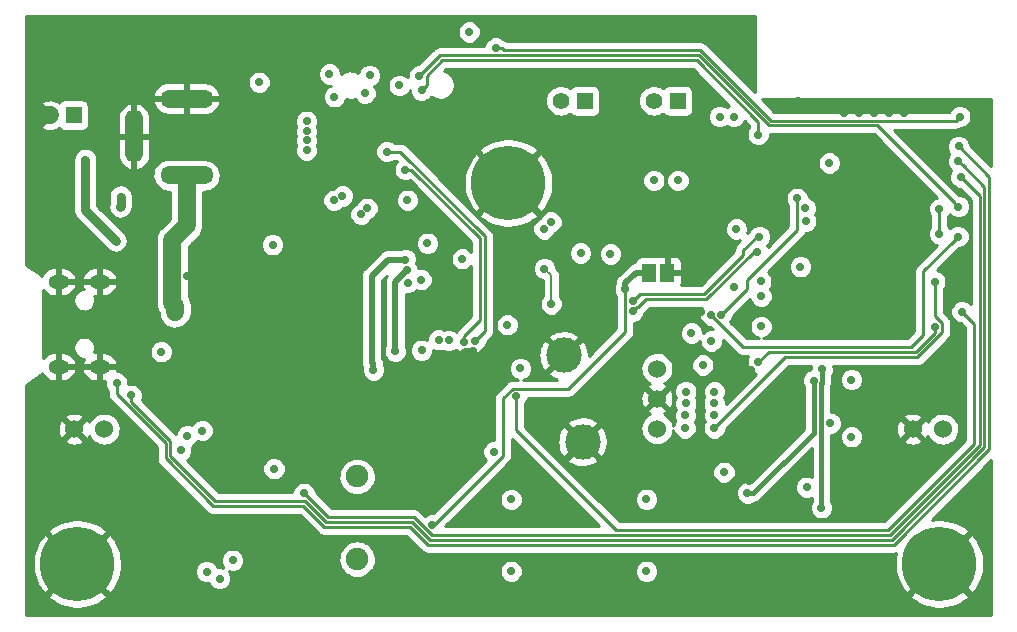
<source format=gbr>
G04 #@! TF.GenerationSoftware,KiCad,Pcbnew,6.0.0-unknown-3514473~86~ubuntu18.04.1*
G04 #@! TF.CreationDate,2019-07-31T16:13:07+03:00*
G04 #@! TF.ProjectId,ESP32-ADF_Rev_C,45535033-322d-4414-9446-5f5265765f43,rev?*
G04 #@! TF.SameCoordinates,Original*
G04 #@! TF.FileFunction,Copper,L4,Bot*
G04 #@! TF.FilePolarity,Positive*
%FSLAX46Y46*%
G04 Gerber Fmt 4.6, Leading zero omitted, Abs format (unit mm)*
G04 Created by KiCad (PCBNEW 6.0.0-unknown-3514473~86~ubuntu18.04.1) date 2019-07-31 16:13:07*
%MOMM*%
%LPD*%
G04 APERTURE LIST*
%ADD10R,1.168400X1.600200*%
%ADD11O,1.500000X4.500000*%
%ADD12O,4.500000X1.500000*%
%ADD13C,1.300000*%
%ADD14C,2.000000*%
%ADD15C,3.000000*%
%ADD16C,1.524000*%
%ADD17R,1.400000X1.400000*%
%ADD18C,1.400000*%
%ADD19C,1.200000*%
%ADD20C,6.300000*%
%ADD21C,1.900000*%
%ADD22C,1.600000*%
%ADD23C,0.890000*%
%ADD24O,1.800000X1.200000*%
%ADD25C,0.700000*%
%ADD26C,0.254000*%
%ADD27C,1.524000*%
%ADD28C,0.508000*%
%ADD29C,0.762000*%
%ADD30C,0.381000*%
%ADD31C,0.203200*%
G04 APERTURE END LIST*
D10*
X109962000Y-55350000D03*
X108438000Y-55350000D03*
X108438000Y-55350000D03*
D11*
X64800000Y-43800000D03*
D12*
X69250000Y-40600000D03*
X69250000Y-47100000D03*
D13*
X128668680Y-48364200D03*
X125068680Y-48364200D03*
X126868680Y-50164200D03*
X126868680Y-46564200D03*
X128668680Y-46564200D03*
X125068680Y-46564200D03*
X128668680Y-50164200D03*
D14*
X126868680Y-48364200D03*
D13*
X125068680Y-50164200D03*
D15*
X101180000Y-62350000D03*
X102780000Y-69650000D03*
D16*
X109080000Y-63460000D03*
X109080000Y-66000000D03*
X109080000Y-68540000D03*
X133270000Y-68595000D03*
X130730000Y-68595000D03*
X62270000Y-68595000D03*
X59730000Y-68595000D03*
D17*
X59682380Y-42014140D03*
D18*
X57670700Y-42016680D03*
D17*
X110825380Y-40798140D03*
D18*
X108813700Y-40800680D03*
D17*
X102951380Y-40798140D03*
D18*
X100939700Y-40800680D03*
D19*
X96500000Y-45337000D03*
X96500000Y-50163000D03*
X94849000Y-49401000D03*
X94722000Y-46099000D03*
X98151000Y-49401000D03*
X98151000Y-46099000D03*
X94087000Y-47750000D03*
X98913000Y-47750000D03*
D20*
X96500000Y-47750000D03*
D21*
X83700000Y-72600000D03*
X83700000Y-79600000D03*
D19*
X60000000Y-77587000D03*
X60000000Y-82413000D03*
X58349000Y-81651000D03*
X58222000Y-78349000D03*
X61651000Y-81651000D03*
X61651000Y-78349000D03*
X57587000Y-80000000D03*
X62413000Y-80000000D03*
D20*
X60000000Y-80000000D03*
D19*
X133000000Y-77587000D03*
X133000000Y-82413000D03*
X131349000Y-81651000D03*
X131222000Y-78349000D03*
X134651000Y-81651000D03*
X134651000Y-78349000D03*
X130587000Y-80000000D03*
X135413000Y-80000000D03*
D20*
X133000000Y-80000000D03*
D22*
X91500000Y-57900000D03*
D23*
X92400000Y-58800000D03*
X92400000Y-57000000D03*
X90600000Y-58800000D03*
X90600000Y-57000000D03*
D24*
X58424000Y-56100000D03*
X61894000Y-56100000D03*
X61894000Y-63300000D03*
X58424000Y-63300000D03*
D25*
X86450000Y-78625000D03*
X87975000Y-78625000D03*
X87200000Y-78625000D03*
X80184048Y-47626328D03*
X84500000Y-45175000D03*
X77250000Y-34950000D03*
X97675000Y-70950000D03*
X84026000Y-50401000D03*
X87259928Y-39493116D03*
X84750000Y-38650000D03*
X125547710Y-64402290D03*
X123750000Y-68100000D03*
X120950000Y-49050000D03*
X117650000Y-43650000D03*
X89150000Y-39900000D03*
X90050000Y-76700000D03*
X96407721Y-59761639D03*
X113680240Y-61137800D03*
X89649300Y-52857400D03*
X68750000Y-70400000D03*
X134800000Y-47250000D03*
X79200000Y-74020600D03*
X133000000Y-49950000D03*
X133000000Y-52050000D03*
X134565800Y-52284200D03*
X132600000Y-56100000D03*
X110853220Y-47535821D03*
X108816140Y-47535821D03*
X117650000Y-62930520D03*
X132600000Y-59950000D03*
X115588809Y-56557794D03*
X114500000Y-58900000D03*
X117900000Y-59900000D03*
X95424700Y-36313776D03*
X117900000Y-57350000D03*
X134600000Y-49750000D03*
X134725800Y-42124200D03*
X134900000Y-58650000D03*
X78450000Y-63100000D03*
X82500000Y-69350000D03*
X79900000Y-69800000D03*
X76900000Y-76350000D03*
X74950000Y-78450000D03*
X72200000Y-78450000D03*
X74350000Y-76350000D03*
X84350000Y-40150000D03*
X73150000Y-79700000D03*
X76650000Y-71950000D03*
X81729410Y-49211000D03*
X70950000Y-80650000D03*
X69300000Y-69150000D03*
X106400000Y-56743601D03*
X129461260Y-58290460D03*
X128191260Y-58290460D03*
X126921260Y-58290460D03*
X125651260Y-58290460D03*
X124381260Y-58290460D03*
X129461260Y-57020460D03*
X128191260Y-57020460D03*
X126921260Y-57020460D03*
X125651260Y-57020460D03*
X124381260Y-57020460D03*
X129461260Y-55750460D03*
X128191260Y-55750460D03*
X126921260Y-55750460D03*
X125651260Y-55750460D03*
X124381260Y-55750460D03*
X129461260Y-54480460D03*
X128191260Y-54480460D03*
X126921260Y-54480460D03*
X125651260Y-54480460D03*
X124381260Y-54480460D03*
X129461260Y-53210460D03*
X128191260Y-53210460D03*
X126921260Y-53210460D03*
X125651260Y-53210460D03*
X124381260Y-53210460D03*
X129461260Y-51940460D03*
X128191260Y-51940460D03*
X126921260Y-51940460D03*
X125651260Y-51940460D03*
X128706880Y-41821100D03*
X127436880Y-41821100D03*
X129976880Y-41821100D03*
X126166880Y-41821100D03*
X124896880Y-41821100D03*
X124381260Y-51940460D03*
X99824540Y-34150300D03*
X96545400Y-34150300D03*
X91950540Y-44968160D03*
X91978480Y-40276780D03*
X75399900Y-35486340D03*
X112796693Y-58633733D03*
X117000020Y-63563500D03*
X120885732Y-58625740D03*
X112328960Y-44091860D03*
X107091480Y-46291474D03*
X105610646Y-46202600D03*
X98930460Y-58143140D03*
X93512906Y-61964796D03*
X114327940Y-53520340D03*
X96277000Y-54278960D03*
X110175040Y-53672740D03*
X103850440Y-53682900D03*
X103865680Y-51348640D03*
X90667840Y-64112140D03*
X134729220Y-40855900D03*
X121020840Y-40850820D03*
X70594220Y-53967380D03*
X69306440Y-55595520D03*
X76418440Y-49253140D03*
X78727300Y-47614840D03*
X78980760Y-54989000D03*
X76505200Y-55016000D03*
X83741000Y-55000000D03*
X83511000Y-57420900D03*
X85890100Y-51940460D03*
X63235840Y-61087000D03*
X67183000Y-60261500D03*
X72524620Y-66017140D03*
X120859320Y-83758000D03*
X120500140Y-73507600D03*
X118648480Y-71198740D03*
X116855240Y-72989440D03*
X123070110Y-63522860D03*
X123002080Y-75250000D03*
X122334020Y-64488060D03*
X116739900Y-73997820D03*
X60681880Y-45800000D03*
X63251080Y-52638960D03*
X99521010Y-51642010D03*
X100105210Y-51057810D03*
X63663830Y-48898810D03*
X84533401Y-49893599D03*
X63647500Y-49747500D03*
X76532340Y-52984000D03*
X93179900Y-34965640D03*
X75400000Y-39225120D03*
X82454154Y-48851820D03*
X79415640Y-44152820D03*
X79415640Y-43362880D03*
X79415640Y-42519600D03*
X79415640Y-44965620D03*
X115573934Y-42124200D03*
X114381280Y-42128440D03*
X70575000Y-68716060D03*
X89154000Y-61913020D03*
X95267780Y-70505320D03*
X67106800Y-62039500D03*
X121747280Y-73507600D03*
X114749580Y-72237600D03*
X87900000Y-55128160D03*
X86921340Y-61996320D03*
X87782400Y-54236620D03*
X85069680Y-63581280D03*
X90596720Y-61018420D03*
X112001300Y-60454540D03*
X112963960Y-63164720D03*
X91446591Y-61084051D03*
X87978253Y-56189971D03*
X89103200Y-55947598D03*
X115811300Y-51655980D03*
X68287900Y-58679080D03*
X105138220Y-53756560D03*
X102608380Y-53680360D03*
X123672600Y-46062900D03*
X125547120Y-69245480D03*
X93680263Y-61128975D03*
X86215220Y-45090080D03*
X97525000Y-63450000D03*
X87767160Y-46621700D03*
X92778060Y-61176978D03*
X121684300Y-50998120D03*
X113921540Y-66413380D03*
X134602220Y-45900340D03*
X64564260Y-65722500D03*
X121640600Y-49877980D03*
X113949480Y-65435480D03*
X113929160Y-68503800D03*
X121231660Y-54838600D03*
X113944400Y-67398900D03*
X63334900Y-64693800D03*
X134612380Y-44655740D03*
X92590620Y-54173120D03*
X99547680Y-54993599D03*
X100124260Y-57992759D03*
X117744240Y-52290980D03*
X107048300Y-57721500D03*
X113644680Y-58938160D03*
X117546120Y-53555900D03*
X107038140Y-58615580D03*
X117866160Y-56085740D03*
X81348580Y-38524180D03*
X97152460Y-65798700D03*
X111513498Y-66413500D03*
X96734025Y-80625000D03*
X111513500Y-65413500D03*
X96733360Y-74538840D03*
X111450006Y-68500000D03*
X108184025Y-80625000D03*
X111486500Y-67413500D03*
X108184025Y-74525000D03*
X88948260Y-38689280D03*
X81768575Y-40446075D03*
X87957660Y-49207420D03*
X69850000Y-81250000D03*
X63150000Y-83500000D03*
X72050000Y-81250000D03*
X72200000Y-71400000D03*
D26*
X87767160Y-46621700D02*
X88296700Y-46621700D01*
X94531012Y-52281261D02*
X94531011Y-60278227D01*
X86215220Y-45090080D02*
X87339831Y-45090080D01*
X87339831Y-45090080D02*
X94531012Y-52281261D01*
X94030262Y-60778976D02*
X93680263Y-61128975D01*
X94531011Y-60278227D02*
X94030262Y-60778976D01*
X88296700Y-46621700D02*
X94124601Y-52449601D01*
X94124601Y-52449601D02*
X94124601Y-59335463D01*
X94124601Y-59335463D02*
X92778060Y-60682004D01*
X92778060Y-60682004D02*
X92778060Y-61176978D01*
X120950000Y-51750000D02*
X116700000Y-56000000D01*
X116700000Y-56700000D02*
X114849999Y-58550001D01*
X114849999Y-58550001D02*
X114500000Y-58900000D01*
X120950000Y-49050000D02*
X120950000Y-51750000D01*
X116700000Y-56000000D02*
X116700000Y-56700000D01*
D27*
X57670700Y-42016680D02*
X56391680Y-42016680D01*
X69250000Y-51350000D02*
X68042039Y-52557961D01*
X69250000Y-47100000D02*
X69250000Y-51350000D01*
X68042039Y-52557961D02*
X68042039Y-57938245D01*
X68042039Y-57938245D02*
X68287900Y-58184106D01*
X68287900Y-58184106D02*
X68287900Y-58679080D01*
D26*
X70368339Y-73393589D02*
X70393589Y-73393589D01*
X67877010Y-70902260D02*
X70368339Y-73393589D01*
X79254649Y-74650000D02*
X81061060Y-76456411D01*
X135149999Y-47599999D02*
X134800000Y-47250000D01*
X134612380Y-44655740D02*
X137210800Y-47254160D01*
X88331161Y-76456411D02*
X89838939Y-77964189D01*
X71500000Y-75100000D02*
X67470599Y-71070599D01*
X81229400Y-76050000D02*
X88499501Y-76050000D01*
X67877009Y-69602259D02*
X67877010Y-70902260D01*
X89838939Y-77964189D02*
X128985313Y-77964189D01*
X79200000Y-74020600D02*
X81229400Y-76050000D01*
X67470599Y-71070599D02*
X67470599Y-70050000D01*
X88499501Y-76050000D02*
X90007279Y-77557778D01*
X136804389Y-70145113D02*
X136804389Y-48102509D01*
X80892720Y-76862822D02*
X79129898Y-75100000D01*
X137210800Y-70313453D02*
X129153653Y-78370600D01*
X89670599Y-78370600D02*
X88162822Y-76862822D01*
X79129898Y-75100000D02*
X71500000Y-75100000D01*
X137210800Y-47254160D02*
X137210800Y-70313453D01*
X129153653Y-78370600D02*
X89670599Y-78370600D01*
X134952219Y-46250339D02*
X134602220Y-45900340D01*
X64550000Y-66275250D02*
X67877009Y-69602259D01*
X136397978Y-48847978D02*
X135149999Y-47599999D01*
X70393589Y-73393589D02*
X71650000Y-74650000D01*
X64550000Y-66231734D02*
X64550000Y-66275250D01*
X71650000Y-74650000D02*
X79254649Y-74650000D01*
X64564260Y-65722500D02*
X64564260Y-66217474D01*
X128985313Y-77964189D02*
X136804389Y-70145113D01*
X81061060Y-76456411D02*
X88331161Y-76456411D01*
X88162822Y-76862822D02*
X80892720Y-76862822D01*
X64564260Y-66217474D02*
X64550000Y-66231734D01*
X136804389Y-48102509D02*
X134952219Y-46250339D01*
X90007279Y-77557778D02*
X128816973Y-77557778D01*
X128816973Y-77557778D02*
X136397978Y-69976773D01*
X136397978Y-69976773D02*
X136397978Y-48847978D01*
X134375801Y-42474199D02*
X118698700Y-42474199D01*
X134725800Y-42124200D02*
X134375801Y-42474199D01*
X112749501Y-36525000D02*
X96130898Y-36525000D01*
X118698700Y-42474199D02*
X112749501Y-36525000D01*
X96130898Y-36525000D02*
X95919674Y-36313776D01*
X95919674Y-36313776D02*
X95424700Y-36313776D01*
X112431410Y-37356410D02*
X117650000Y-42575000D01*
X89577661Y-38672339D02*
X90893590Y-37356410D01*
X89577661Y-39472339D02*
X89577661Y-38672339D01*
X112599750Y-36949999D02*
X118530360Y-42880609D01*
X88948260Y-38689280D02*
X90687540Y-36950000D01*
X90893590Y-37356410D02*
X112431410Y-37356410D01*
X118530360Y-42880609D02*
X127730609Y-42880609D01*
X90687540Y-36950000D02*
X112599750Y-36949999D01*
X89150000Y-39900000D02*
X89577661Y-39472339D01*
X134250001Y-49400001D02*
X134600000Y-49750000D01*
X117650000Y-42575000D02*
X117650000Y-43650000D01*
X127730609Y-42880609D02*
X134250001Y-49400001D01*
X117509020Y-52290980D02*
X116400000Y-53400000D01*
X116400000Y-53400000D02*
X116400000Y-53850000D01*
X117744240Y-52290980D02*
X117509020Y-52290980D01*
X116400000Y-53850000D02*
X113100000Y-57150000D01*
X113100000Y-57150000D02*
X107619800Y-57150000D01*
X107619800Y-57150000D02*
X107048300Y-57721500D01*
X107388139Y-58265581D02*
X107435733Y-58265581D01*
X107435733Y-58265581D02*
X108144903Y-57556411D01*
X107038140Y-58615580D02*
X107388139Y-58265581D01*
X113268340Y-57556411D02*
X117268851Y-53555900D01*
X108144903Y-57556411D02*
X113268340Y-57556411D01*
X117268851Y-53555900D02*
X117546120Y-53555900D01*
D28*
X107298627Y-55350000D02*
X108438000Y-55350000D01*
X106400000Y-56743601D02*
X106400000Y-56248627D01*
X106400000Y-56248627D02*
X107298627Y-55350000D01*
D29*
X63663830Y-48898810D02*
X63663830Y-49731170D01*
X63663830Y-49731170D02*
X63647500Y-49747500D01*
X60681880Y-45800000D02*
X60681880Y-50069760D01*
X60681880Y-50069760D02*
X63251080Y-52638960D01*
D26*
X96055188Y-70831476D02*
X90186664Y-76700000D01*
X96055188Y-65964458D02*
X96055188Y-70831476D01*
X90186664Y-76700000D02*
X90050000Y-76700000D01*
X96850347Y-65169299D02*
X96055188Y-65964458D01*
X106400000Y-60350000D02*
X101580701Y-65169299D01*
X101580701Y-65169299D02*
X96850347Y-65169299D01*
X106400000Y-56743601D02*
X106400000Y-60350000D01*
X135950000Y-59700000D02*
X135950000Y-69850000D01*
X135950000Y-69850000D02*
X128650000Y-77150000D01*
X134900000Y-58650000D02*
X135950000Y-59700000D01*
X128650000Y-77150000D02*
X105595460Y-77150000D01*
X105595460Y-77150000D02*
X97152460Y-68707000D01*
X97152460Y-68707000D02*
X97152460Y-65798700D01*
X133000000Y-52050000D02*
X133000000Y-49950000D01*
X113644680Y-58938160D02*
X116347489Y-61640969D01*
X116347489Y-61640969D02*
X130583691Y-61640969D01*
X130583691Y-61640969D02*
X131634201Y-60590459D01*
X131634201Y-55215799D02*
X134215801Y-52634199D01*
X134215801Y-52634199D02*
X134565800Y-52284200D01*
X131634201Y-60590459D02*
X131634201Y-55215799D01*
X131119724Y-62500000D02*
X119932960Y-62500000D01*
X133229401Y-60390323D02*
X131119724Y-62500000D01*
X114279159Y-68153801D02*
X113929160Y-68503800D01*
X132600000Y-56100000D02*
X132600000Y-59018486D01*
X119932960Y-62500000D02*
X114279159Y-68153801D01*
X133229401Y-59647887D02*
X133229401Y-60390323D01*
X132600000Y-59018486D02*
X133229401Y-59647887D01*
X132600000Y-59950000D02*
X132600000Y-60444974D01*
X118530520Y-62050000D02*
X117650000Y-62930520D01*
X132600000Y-60444974D02*
X130994974Y-62050000D01*
X130994974Y-62050000D02*
X118530520Y-62050000D01*
D28*
X93512906Y-61964796D02*
X92815184Y-61964796D01*
X92815184Y-61964796D02*
X90667840Y-64112140D01*
D30*
X123002080Y-64718494D02*
X123070110Y-64650464D01*
X123070110Y-64650464D02*
X123070110Y-64017834D01*
X123070110Y-64017834D02*
X123070110Y-63522860D01*
X123002080Y-75250000D02*
X123002080Y-64718494D01*
X122334020Y-64983034D02*
X122334020Y-64488060D01*
X122334020Y-68898674D02*
X122334020Y-64983034D01*
X116739900Y-73997820D02*
X117234874Y-73997820D01*
X117234874Y-73997820D02*
X122334020Y-68898674D01*
D28*
X86921340Y-56106820D02*
X87550001Y-55478159D01*
X86921340Y-61996320D02*
X86921340Y-56106820D01*
X87550001Y-55478159D02*
X87900000Y-55128160D01*
X86291794Y-54236620D02*
X84917280Y-55611134D01*
X84917280Y-62933906D02*
X85069680Y-63086306D01*
X84917280Y-55611134D02*
X84917280Y-62933906D01*
X85069680Y-63086306D02*
X85069680Y-63581280D01*
X87782400Y-54236620D02*
X86291794Y-54236620D01*
D31*
X100124260Y-55570179D02*
X99547680Y-54993599D01*
X100124260Y-57992759D02*
X100124260Y-55570179D01*
D26*
X63334900Y-65634900D02*
X67470599Y-69770599D01*
X63334900Y-64693800D02*
X63334900Y-65634900D01*
X67470599Y-69770599D02*
X67470599Y-70052113D01*
G36*
X89937395Y-40504190D02*
G01*
X89970774Y-40446376D01*
X89992736Y-40465568D01*
X90196142Y-40584191D01*
X90418311Y-40662211D01*
X90651224Y-40696813D01*
X90886478Y-40686747D01*
X91115584Y-40632377D01*
X91330276Y-40535666D01*
X91522807Y-40400102D01*
X91686229Y-40230576D01*
X91814648Y-40033208D01*
X91903428Y-39815115D01*
X91949398Y-39584008D01*
X91950241Y-39342406D01*
X91905886Y-39110982D01*
X91818630Y-38892276D01*
X91691593Y-38694015D01*
X91529358Y-38523354D01*
X91337778Y-38386449D01*
X91123766Y-38288240D01*
X91054842Y-38271375D01*
X91208807Y-38117410D01*
X112116196Y-38117410D01*
X115203525Y-41204740D01*
X115194125Y-41207259D01*
X114973935Y-41334385D01*
X114761089Y-41211499D01*
X114510826Y-41144441D01*
X114251734Y-41144441D01*
X114001471Y-41211499D01*
X113777090Y-41341045D01*
X113593885Y-41524250D01*
X113464339Y-41748631D01*
X113397281Y-41998894D01*
X113397281Y-42257986D01*
X113464339Y-42508249D01*
X113593885Y-42732630D01*
X113777090Y-42915835D01*
X114001471Y-43045381D01*
X114251734Y-43112439D01*
X114510826Y-43112439D01*
X114761089Y-43045381D01*
X114981279Y-42918255D01*
X115194125Y-43041141D01*
X115444388Y-43108199D01*
X115703480Y-43108199D01*
X115953743Y-43041141D01*
X116178124Y-42911595D01*
X116361329Y-42728390D01*
X116490875Y-42504009D01*
X116493394Y-42494609D01*
X116889000Y-42890215D01*
X116889000Y-43019415D01*
X116862605Y-43045810D01*
X116733059Y-43270191D01*
X116666001Y-43520454D01*
X116666001Y-43779546D01*
X116733059Y-44029809D01*
X116862605Y-44254190D01*
X117045810Y-44437395D01*
X117270191Y-44566941D01*
X117520454Y-44633999D01*
X117779546Y-44633999D01*
X118029809Y-44566941D01*
X118254190Y-44437395D01*
X118437395Y-44254190D01*
X118566941Y-44029809D01*
X118633999Y-43779546D01*
X118633999Y-43641609D01*
X127415395Y-43641609D01*
X132767399Y-48993615D01*
X132620191Y-49033059D01*
X132395810Y-49162605D01*
X132212605Y-49345810D01*
X132083059Y-49570191D01*
X132016001Y-49820454D01*
X132016001Y-50079546D01*
X132083059Y-50329809D01*
X132212605Y-50554190D01*
X132239001Y-50580586D01*
X132239000Y-51419415D01*
X132212605Y-51445810D01*
X132083059Y-51670191D01*
X132016001Y-51920454D01*
X132016001Y-52179546D01*
X132083059Y-52429809D01*
X132212605Y-52654190D01*
X132395810Y-52837395D01*
X132620191Y-52966941D01*
X132767400Y-53006386D01*
X131167211Y-54606575D01*
X131010867Y-54762918D01*
X130983339Y-54816943D01*
X130947692Y-54866007D01*
X130928953Y-54923682D01*
X130901426Y-54977705D01*
X130891940Y-55037600D01*
X130873202Y-55095270D01*
X130873202Y-55165825D01*
X130873201Y-60275242D01*
X130268476Y-60879969D01*
X118044586Y-60879969D01*
X118279809Y-60816941D01*
X118504190Y-60687395D01*
X118687395Y-60504190D01*
X118816941Y-60279809D01*
X118883999Y-60029546D01*
X118883999Y-59770454D01*
X118816941Y-59520191D01*
X118687395Y-59295810D01*
X118504190Y-59112605D01*
X118279809Y-58983059D01*
X118029546Y-58916001D01*
X117770454Y-58916001D01*
X117520191Y-58983059D01*
X117295810Y-59112605D01*
X117112605Y-59295810D01*
X116983059Y-59520191D01*
X116916001Y-59770454D01*
X116916001Y-60029546D01*
X116983059Y-60279809D01*
X117112605Y-60504190D01*
X117295810Y-60687395D01*
X117520191Y-60816941D01*
X117755414Y-60879969D01*
X116662704Y-60879969D01*
X115287160Y-59504425D01*
X115287395Y-59504190D01*
X115416941Y-59279809D01*
X115483999Y-59029546D01*
X115483999Y-58992216D01*
X116933049Y-57543168D01*
X116983059Y-57729809D01*
X117112605Y-57954190D01*
X117295810Y-58137395D01*
X117520191Y-58266941D01*
X117770454Y-58333999D01*
X118029546Y-58333999D01*
X118279809Y-58266941D01*
X118504190Y-58137395D01*
X118687395Y-57954190D01*
X118816941Y-57729809D01*
X118883999Y-57479546D01*
X118883999Y-57220454D01*
X118816941Y-56970191D01*
X118687395Y-56745810D01*
X118642535Y-56700950D01*
X118653555Y-56689930D01*
X118783101Y-56465549D01*
X118850159Y-56215286D01*
X118850159Y-55956194D01*
X118783101Y-55705931D01*
X118653555Y-55481550D01*
X118474110Y-55302105D01*
X119067161Y-54709054D01*
X120247661Y-54709054D01*
X120247661Y-54968146D01*
X120314719Y-55218409D01*
X120444265Y-55442790D01*
X120627470Y-55625995D01*
X120851851Y-55755541D01*
X121102114Y-55822599D01*
X121361206Y-55822599D01*
X121611469Y-55755541D01*
X121835850Y-55625995D01*
X122019055Y-55442790D01*
X122148601Y-55218409D01*
X122215659Y-54968146D01*
X122215659Y-54709054D01*
X122148601Y-54458791D01*
X122019055Y-54234410D01*
X121835850Y-54051205D01*
X121611469Y-53921659D01*
X121361206Y-53854601D01*
X121102114Y-53854601D01*
X120851851Y-53921659D01*
X120627470Y-54051205D01*
X120444265Y-54234410D01*
X120314719Y-54458791D01*
X120247661Y-54709054D01*
X119067161Y-54709054D01*
X121529777Y-52246440D01*
X121529783Y-52246433D01*
X121573335Y-52202881D01*
X121600863Y-52148855D01*
X121636508Y-52099794D01*
X121655247Y-52042121D01*
X121682776Y-51988093D01*
X121683722Y-51982119D01*
X121813846Y-51982119D01*
X122064109Y-51915061D01*
X122288490Y-51785515D01*
X122471695Y-51602310D01*
X122601241Y-51377929D01*
X122668299Y-51127666D01*
X122668299Y-50868574D01*
X122601241Y-50618311D01*
X122475318Y-50400205D01*
X122557541Y-50257789D01*
X122624599Y-50007526D01*
X122624599Y-49748434D01*
X122557541Y-49498171D01*
X122427995Y-49273790D01*
X122244790Y-49090585D01*
X122020409Y-48961039D01*
X121933999Y-48937885D01*
X121933999Y-48920454D01*
X121866941Y-48670191D01*
X121737395Y-48445810D01*
X121554190Y-48262605D01*
X121329809Y-48133059D01*
X121079546Y-48066001D01*
X120820454Y-48066001D01*
X120570191Y-48133059D01*
X120345810Y-48262605D01*
X120162605Y-48445810D01*
X120033059Y-48670191D01*
X119966001Y-48920454D01*
X119966001Y-49179546D01*
X120033059Y-49429809D01*
X120162605Y-49654190D01*
X120189000Y-49680585D01*
X120189001Y-51434783D01*
X118457436Y-53166349D01*
X118385337Y-53041468D01*
X118531635Y-52895170D01*
X118661181Y-52670789D01*
X118728239Y-52420526D01*
X118728239Y-52161434D01*
X118661181Y-51911171D01*
X118531635Y-51686790D01*
X118348430Y-51503585D01*
X118124049Y-51374039D01*
X117873786Y-51306981D01*
X117614694Y-51306981D01*
X117364431Y-51374039D01*
X117140050Y-51503585D01*
X116956845Y-51686790D01*
X116847359Y-51876425D01*
X116742972Y-51980812D01*
X116795299Y-51785526D01*
X116795299Y-51526434D01*
X116728241Y-51276171D01*
X116598695Y-51051790D01*
X116415490Y-50868585D01*
X116191109Y-50739039D01*
X115940846Y-50671981D01*
X115681754Y-50671981D01*
X115431491Y-50739039D01*
X115207110Y-50868585D01*
X115023905Y-51051790D01*
X114894359Y-51276171D01*
X114827301Y-51526434D01*
X114827301Y-51785526D01*
X114894359Y-52035789D01*
X115023905Y-52260170D01*
X115207110Y-52443375D01*
X115431491Y-52572921D01*
X115681754Y-52639979D01*
X115940846Y-52639979D01*
X116136133Y-52587652D01*
X115947469Y-52776316D01*
X115947467Y-52776317D01*
X115776664Y-52947121D01*
X115749138Y-53001145D01*
X115713492Y-53050206D01*
X115694752Y-53107880D01*
X115667224Y-53161908D01*
X115657736Y-53221809D01*
X115639001Y-53279471D01*
X115639001Y-53339593D01*
X115639000Y-53339599D01*
X115639000Y-53534785D01*
X112784786Y-56389000D01*
X111140351Y-56389000D01*
X111151156Y-56370286D01*
X111188037Y-56161124D01*
X111188037Y-55478000D01*
X109834000Y-55478000D01*
X109834000Y-53908063D01*
X110090000Y-53908063D01*
X110090000Y-55222000D01*
X111188037Y-55222000D01*
X111188037Y-54533312D01*
X111107405Y-54232389D01*
X110960015Y-54056735D01*
X110766386Y-53944944D01*
X110557224Y-53908063D01*
X110090000Y-53908063D01*
X109834000Y-53908063D01*
X109361212Y-53908063D01*
X109231037Y-53942943D01*
X109033224Y-53908063D01*
X107837212Y-53908063D01*
X107536289Y-53988695D01*
X107360635Y-54136085D01*
X107248844Y-54329714D01*
X107225274Y-54463384D01*
X107208022Y-54465855D01*
X107116701Y-54471520D01*
X107082664Y-54483807D01*
X107046835Y-54488939D01*
X106963523Y-54526819D01*
X106877082Y-54558024D01*
X106848700Y-54579026D01*
X106815285Y-54594218D01*
X106736942Y-54661723D01*
X106714406Y-54678399D01*
X106694586Y-54698220D01*
X106622591Y-54760255D01*
X106604242Y-54788563D01*
X105842435Y-55550371D01*
X105818560Y-55565435D01*
X105751941Y-55640866D01*
X105727056Y-55665750D01*
X105710760Y-55687495D01*
X105650179Y-55756088D01*
X105634796Y-55788853D01*
X105613095Y-55817807D01*
X105580973Y-55903493D01*
X105541913Y-55986690D01*
X105536693Y-56021612D01*
X105523808Y-56055985D01*
X105516144Y-56159108D01*
X105512000Y-56186838D01*
X105512000Y-56214877D01*
X105504958Y-56309645D01*
X105507485Y-56321484D01*
X105483059Y-56363792D01*
X105416001Y-56614055D01*
X105416001Y-56873147D01*
X105483059Y-57123410D01*
X105612605Y-57347791D01*
X105639000Y-57374186D01*
X105639001Y-60034784D01*
X103314000Y-62359785D01*
X103314000Y-62200776D01*
X103272464Y-61905233D01*
X103190200Y-61618347D01*
X103068811Y-61345701D01*
X102910658Y-61092604D01*
X102777322Y-60933697D01*
X99761326Y-63949693D01*
X99983768Y-64123486D01*
X100242231Y-64272710D01*
X100518948Y-64384511D01*
X100614358Y-64408299D01*
X97750459Y-64408299D01*
X97904809Y-64366941D01*
X98129190Y-64237395D01*
X98312395Y-64054190D01*
X98441941Y-63829809D01*
X98508999Y-63579546D01*
X98508999Y-63320454D01*
X98441941Y-63070191D01*
X98312395Y-62845810D01*
X98129190Y-62662605D01*
X97904809Y-62533059D01*
X97654546Y-62466001D01*
X97395454Y-62466001D01*
X97145191Y-62533059D01*
X96920810Y-62662605D01*
X96737605Y-62845810D01*
X96608059Y-63070191D01*
X96541001Y-63320454D01*
X96541001Y-63579546D01*
X96608059Y-63829809D01*
X96737605Y-64054190D01*
X96920810Y-64237395D01*
X97145191Y-64366941D01*
X97299541Y-64408299D01*
X96789945Y-64408299D01*
X96789939Y-64408300D01*
X96729817Y-64408300D01*
X96672155Y-64427035D01*
X96612254Y-64436523D01*
X96558226Y-64464052D01*
X96500553Y-64482791D01*
X96451492Y-64518436D01*
X96397466Y-64545964D01*
X96353914Y-64589516D01*
X96353907Y-64589522D01*
X95602657Y-65340774D01*
X95602655Y-65340775D01*
X95431852Y-65511579D01*
X95404326Y-65565603D01*
X95368680Y-65614664D01*
X95349940Y-65672338D01*
X95322412Y-65726366D01*
X95312924Y-65786267D01*
X95294189Y-65843929D01*
X95294189Y-65904051D01*
X95294188Y-65904057D01*
X95294189Y-69521321D01*
X95138234Y-69521321D01*
X94887971Y-69588379D01*
X94663590Y-69717925D01*
X94480385Y-69901130D01*
X94350839Y-70125511D01*
X94283781Y-70375774D01*
X94283781Y-70634866D01*
X94350839Y-70885129D01*
X94480385Y-71109510D01*
X94590662Y-71219787D01*
X90094449Y-75716001D01*
X89920454Y-75716001D01*
X89670191Y-75783059D01*
X89445810Y-75912605D01*
X89442066Y-75916349D01*
X89123185Y-75597469D01*
X89123184Y-75597467D01*
X88952381Y-75426664D01*
X88898348Y-75399133D01*
X88849294Y-75363492D01*
X88791627Y-75344755D01*
X88737594Y-75317224D01*
X88677694Y-75307737D01*
X88620030Y-75289001D01*
X88559909Y-75289001D01*
X88559903Y-75289000D01*
X81544615Y-75289000D01*
X80183999Y-73928385D01*
X80183999Y-73891054D01*
X80116941Y-73640791D01*
X79987395Y-73416410D01*
X79804190Y-73233205D01*
X79579809Y-73103659D01*
X79329546Y-73036601D01*
X79070454Y-73036601D01*
X78820191Y-73103659D01*
X78595810Y-73233205D01*
X78412605Y-73416410D01*
X78283059Y-73640791D01*
X78216551Y-73889000D01*
X71965217Y-73889000D01*
X71017273Y-72941058D01*
X71017272Y-72941056D01*
X70846469Y-72770253D01*
X70794986Y-72744021D01*
X69871419Y-71820454D01*
X75666001Y-71820454D01*
X75666001Y-72079546D01*
X75733059Y-72329809D01*
X75862605Y-72554190D01*
X76045810Y-72737395D01*
X76270191Y-72866941D01*
X76520454Y-72933999D01*
X76779546Y-72933999D01*
X77029809Y-72866941D01*
X77254190Y-72737395D01*
X77300092Y-72691493D01*
X82113215Y-72691493D01*
X82149465Y-72949428D01*
X82227355Y-73197979D01*
X82344796Y-73430470D01*
X82498630Y-73640659D01*
X82684729Y-73822899D01*
X82898093Y-73972299D01*
X83132993Y-74084844D01*
X83383121Y-74157513D01*
X83641757Y-74188353D01*
X83901959Y-74176538D01*
X84156737Y-74122383D01*
X84399248Y-74027344D01*
X84622982Y-73893973D01*
X84821927Y-73725850D01*
X84990743Y-73527492D01*
X85124894Y-73304226D01*
X85220779Y-73062048D01*
X85276151Y-72805945D01*
X85284330Y-72471295D01*
X85241535Y-72212793D01*
X85157594Y-71966220D01*
X85034510Y-71736667D01*
X84875585Y-71530299D01*
X84685090Y-71352659D01*
X84468139Y-71208518D01*
X84230560Y-71101745D01*
X83978732Y-71035210D01*
X83719418Y-71010697D01*
X83459583Y-71028867D01*
X83206205Y-71089230D01*
X82966087Y-71190167D01*
X82745680Y-71328965D01*
X82550901Y-71501897D01*
X82386981Y-71704320D01*
X82258325Y-71930797D01*
X82168386Y-72175246D01*
X82119579Y-72431101D01*
X82113215Y-72691493D01*
X77300092Y-72691493D01*
X77437395Y-72554190D01*
X77566941Y-72329809D01*
X77633999Y-72079546D01*
X77633999Y-71820454D01*
X77566941Y-71570191D01*
X77437395Y-71345810D01*
X77254190Y-71162605D01*
X77029809Y-71033059D01*
X76779546Y-70966001D01*
X76520454Y-70966001D01*
X76270191Y-71033059D01*
X76045810Y-71162605D01*
X75862605Y-71345810D01*
X75733059Y-71570191D01*
X75666001Y-71820454D01*
X69871419Y-71820454D01*
X69280757Y-71229792D01*
X69354190Y-71187395D01*
X69537395Y-71004190D01*
X69666941Y-70779809D01*
X69733999Y-70529546D01*
X69733999Y-70270454D01*
X69679491Y-70067026D01*
X69679809Y-70066941D01*
X69904190Y-69937395D01*
X70087395Y-69754190D01*
X70166820Y-69616621D01*
X70195191Y-69633001D01*
X70445454Y-69700059D01*
X70704546Y-69700059D01*
X70954809Y-69633001D01*
X71179190Y-69503455D01*
X71362395Y-69320250D01*
X71491941Y-69095869D01*
X71558999Y-68845606D01*
X71558999Y-68586514D01*
X71491941Y-68336251D01*
X71362395Y-68111870D01*
X71179190Y-67928665D01*
X70954809Y-67799119D01*
X70704546Y-67732061D01*
X70445454Y-67732061D01*
X70195191Y-67799119D01*
X69970810Y-67928665D01*
X69787605Y-68111870D01*
X69708180Y-68249439D01*
X69679809Y-68233059D01*
X69429546Y-68166001D01*
X69170454Y-68166001D01*
X68920191Y-68233059D01*
X68695810Y-68362605D01*
X68512605Y-68545810D01*
X68383059Y-68770191D01*
X68327713Y-68976746D01*
X65470979Y-66120014D01*
X65481201Y-66102309D01*
X65548259Y-65852046D01*
X65548259Y-65592954D01*
X65481201Y-65342691D01*
X65351655Y-65118310D01*
X65168450Y-64935105D01*
X64944069Y-64805559D01*
X64693806Y-64738501D01*
X64434714Y-64738501D01*
X64318899Y-64769534D01*
X64318899Y-64564254D01*
X64251841Y-64313991D01*
X64122295Y-64089610D01*
X63939090Y-63906405D01*
X63714709Y-63776859D01*
X63464446Y-63709801D01*
X63357987Y-63709801D01*
X63398344Y-63593585D01*
X63422346Y-63428000D01*
X62022000Y-63428000D01*
X62022000Y-64534000D01*
X62252811Y-64534000D01*
X62361794Y-64523602D01*
X62350901Y-64564254D01*
X62350901Y-64823346D01*
X62417959Y-65073609D01*
X62547505Y-65297990D01*
X62573901Y-65324386D01*
X62573901Y-65755429D01*
X62592639Y-65813099D01*
X62602125Y-65872994D01*
X62629652Y-65927017D01*
X62648391Y-65984692D01*
X62684038Y-66033756D01*
X62711566Y-66087781D01*
X62761456Y-66137670D01*
X66709599Y-70085815D01*
X66709599Y-70112515D01*
X66709600Y-70112521D01*
X66709599Y-71131000D01*
X66709600Y-71131006D01*
X66709600Y-71191128D01*
X66728335Y-71248790D01*
X66737823Y-71308691D01*
X66765351Y-71362719D01*
X66784091Y-71420393D01*
X66819737Y-71469454D01*
X66847263Y-71523478D01*
X67018066Y-71694282D01*
X67018070Y-71694284D01*
X71003560Y-75679777D01*
X71003567Y-75679783D01*
X71047119Y-75723335D01*
X71101145Y-75750863D01*
X71150206Y-75786508D01*
X71207879Y-75805247D01*
X71261907Y-75832776D01*
X71321808Y-75842264D01*
X71379470Y-75860999D01*
X71439592Y-75860999D01*
X71439598Y-75861000D01*
X78814684Y-75861000D01*
X80283496Y-77329813D01*
X80439840Y-77486158D01*
X80493864Y-77513684D01*
X80542925Y-77549330D01*
X80600599Y-77568070D01*
X80654627Y-77595598D01*
X80714528Y-77605086D01*
X80772190Y-77623821D01*
X80832312Y-77623821D01*
X80832318Y-77623822D01*
X87847607Y-77623822D01*
X89174158Y-78950376D01*
X89174165Y-78950382D01*
X89217719Y-78993936D01*
X89271749Y-79021466D01*
X89320805Y-79057107D01*
X89378472Y-79075845D01*
X89432506Y-79103376D01*
X89492405Y-79112863D01*
X89550068Y-79131599D01*
X89610191Y-79131599D01*
X89610197Y-79131600D01*
X129214055Y-79131600D01*
X129214061Y-79131599D01*
X129274182Y-79131599D01*
X129319153Y-79116987D01*
X129257458Y-79407239D01*
X129216000Y-79801689D01*
X129216000Y-80198311D01*
X129257458Y-80592761D01*
X129339920Y-80980715D01*
X129462483Y-81357925D01*
X129623804Y-81720257D01*
X129822116Y-82063743D01*
X130055244Y-82384616D01*
X130234871Y-82584110D01*
X132818981Y-80000000D01*
X133181019Y-80000000D01*
X135765129Y-82584110D01*
X135944756Y-82384616D01*
X136177884Y-82063743D01*
X136376196Y-81720257D01*
X136537517Y-81357925D01*
X136660080Y-80980715D01*
X136742542Y-80592761D01*
X136784000Y-80198311D01*
X136784000Y-79801689D01*
X136742542Y-79407239D01*
X136660080Y-79019285D01*
X136537517Y-78642075D01*
X136376196Y-78279743D01*
X136177884Y-77936257D01*
X135944756Y-77615384D01*
X135765129Y-77415890D01*
X133181019Y-80000000D01*
X132818981Y-80000000D01*
X135584110Y-77234871D01*
X135384616Y-77055244D01*
X135063743Y-76822116D01*
X134720257Y-76623804D01*
X134357925Y-76462483D01*
X133980715Y-76339920D01*
X133592761Y-76257458D01*
X133198311Y-76216000D01*
X132801689Y-76216000D01*
X132407239Y-76257458D01*
X132325673Y-76274795D01*
X137366000Y-71234469D01*
X137366000Y-84366000D01*
X55634000Y-84366000D01*
X55634000Y-82765129D01*
X57415890Y-82765129D01*
X57615384Y-82944756D01*
X57936257Y-83177884D01*
X58279743Y-83376196D01*
X58642075Y-83537517D01*
X59019285Y-83660080D01*
X59407239Y-83742542D01*
X59801689Y-83784000D01*
X60198311Y-83784000D01*
X60592761Y-83742542D01*
X60980715Y-83660080D01*
X61357925Y-83537517D01*
X61720257Y-83376196D01*
X62063743Y-83177884D01*
X62384616Y-82944756D01*
X62584110Y-82765129D01*
X130415890Y-82765129D01*
X130615384Y-82944756D01*
X130936257Y-83177884D01*
X131279743Y-83376196D01*
X131642075Y-83537517D01*
X132019285Y-83660080D01*
X132407239Y-83742542D01*
X132801689Y-83784000D01*
X133198311Y-83784000D01*
X133592761Y-83742542D01*
X133980715Y-83660080D01*
X134357925Y-83537517D01*
X134720257Y-83376196D01*
X135063743Y-83177884D01*
X135384616Y-82944756D01*
X135584110Y-82765129D01*
X133000000Y-80181019D01*
X130415890Y-82765129D01*
X62584110Y-82765129D01*
X60000000Y-80181019D01*
X57415890Y-82765129D01*
X55634000Y-82765129D01*
X55634000Y-79801689D01*
X56216000Y-79801689D01*
X56216000Y-80198311D01*
X56257458Y-80592761D01*
X56339920Y-80980715D01*
X56462483Y-81357925D01*
X56623804Y-81720257D01*
X56822116Y-82063743D01*
X57055244Y-82384616D01*
X57234871Y-82584110D01*
X59818981Y-80000000D01*
X60181019Y-80000000D01*
X62765129Y-82584110D01*
X62944756Y-82384616D01*
X63177884Y-82063743D01*
X63376196Y-81720257D01*
X63537517Y-81357925D01*
X63660080Y-80980715D01*
X63742542Y-80592761D01*
X63750141Y-80520454D01*
X69966001Y-80520454D01*
X69966001Y-80779546D01*
X70033059Y-81029809D01*
X70162605Y-81254190D01*
X70345810Y-81437395D01*
X70570191Y-81566941D01*
X70820454Y-81633999D01*
X71079546Y-81633999D01*
X71130522Y-81620340D01*
X71133059Y-81629809D01*
X71262605Y-81854190D01*
X71445810Y-82037395D01*
X71670191Y-82166941D01*
X71920454Y-82233999D01*
X72179546Y-82233999D01*
X72429809Y-82166941D01*
X72654190Y-82037395D01*
X72837395Y-81854190D01*
X72966941Y-81629809D01*
X73033999Y-81379546D01*
X73033999Y-81120454D01*
X72966941Y-80870191D01*
X72837395Y-80645810D01*
X72822558Y-80630973D01*
X73020454Y-80683999D01*
X73279546Y-80683999D01*
X73529809Y-80616941D01*
X73754190Y-80487395D01*
X73937395Y-80304190D01*
X74066941Y-80079809D01*
X74133999Y-79829546D01*
X74133999Y-79691493D01*
X82113215Y-79691493D01*
X82149465Y-79949428D01*
X82227355Y-80197979D01*
X82344796Y-80430470D01*
X82498630Y-80640659D01*
X82684729Y-80822899D01*
X82898093Y-80972299D01*
X83132993Y-81084844D01*
X83383121Y-81157513D01*
X83641757Y-81188353D01*
X83901959Y-81176538D01*
X84156737Y-81122383D01*
X84399248Y-81027344D01*
X84622982Y-80893973D01*
X84821927Y-80725850D01*
X84990743Y-80527492D01*
X85009993Y-80495454D01*
X95750026Y-80495454D01*
X95750026Y-80754546D01*
X95817084Y-81004809D01*
X95946630Y-81229190D01*
X96129835Y-81412395D01*
X96354216Y-81541941D01*
X96604479Y-81608999D01*
X96863571Y-81608999D01*
X97113834Y-81541941D01*
X97338215Y-81412395D01*
X97521420Y-81229190D01*
X97650966Y-81004809D01*
X97718024Y-80754546D01*
X97718024Y-80495454D01*
X107200026Y-80495454D01*
X107200026Y-80754546D01*
X107267084Y-81004809D01*
X107396630Y-81229190D01*
X107579835Y-81412395D01*
X107804216Y-81541941D01*
X108054479Y-81608999D01*
X108313571Y-81608999D01*
X108563834Y-81541941D01*
X108788215Y-81412395D01*
X108971420Y-81229190D01*
X109100966Y-81004809D01*
X109168024Y-80754546D01*
X109168024Y-80495454D01*
X109100966Y-80245191D01*
X108971420Y-80020810D01*
X108788215Y-79837605D01*
X108563834Y-79708059D01*
X108313571Y-79641001D01*
X108054479Y-79641001D01*
X107804216Y-79708059D01*
X107579835Y-79837605D01*
X107396630Y-80020810D01*
X107267084Y-80245191D01*
X107200026Y-80495454D01*
X97718024Y-80495454D01*
X97650966Y-80245191D01*
X97521420Y-80020810D01*
X97338215Y-79837605D01*
X97113834Y-79708059D01*
X96863571Y-79641001D01*
X96604479Y-79641001D01*
X96354216Y-79708059D01*
X96129835Y-79837605D01*
X95946630Y-80020810D01*
X95817084Y-80245191D01*
X95750026Y-80495454D01*
X85009993Y-80495454D01*
X85124894Y-80304226D01*
X85220779Y-80062048D01*
X85276151Y-79805945D01*
X85284330Y-79471295D01*
X85241535Y-79212793D01*
X85157594Y-78966220D01*
X85034510Y-78736667D01*
X84875585Y-78530299D01*
X84685090Y-78352659D01*
X84468139Y-78208518D01*
X84230560Y-78101745D01*
X83978732Y-78035210D01*
X83719418Y-78010697D01*
X83459583Y-78028867D01*
X83206205Y-78089230D01*
X82966087Y-78190167D01*
X82745680Y-78328965D01*
X82550901Y-78501897D01*
X82386981Y-78704320D01*
X82258325Y-78930797D01*
X82168386Y-79175246D01*
X82119579Y-79431101D01*
X82113215Y-79691493D01*
X74133999Y-79691493D01*
X74133999Y-79570454D01*
X74066941Y-79320191D01*
X73937395Y-79095810D01*
X73754190Y-78912605D01*
X73529809Y-78783059D01*
X73279546Y-78716001D01*
X73020454Y-78716001D01*
X72770191Y-78783059D01*
X72545810Y-78912605D01*
X72362605Y-79095810D01*
X72233059Y-79320191D01*
X72166001Y-79570454D01*
X72166001Y-79829546D01*
X72233059Y-80079809D01*
X72362605Y-80304190D01*
X72377442Y-80319027D01*
X72179546Y-80266001D01*
X71920454Y-80266001D01*
X71869478Y-80279660D01*
X71866941Y-80270191D01*
X71737395Y-80045810D01*
X71554190Y-79862605D01*
X71329809Y-79733059D01*
X71079546Y-79666001D01*
X70820454Y-79666001D01*
X70570191Y-79733059D01*
X70345810Y-79862605D01*
X70162605Y-80045810D01*
X70033059Y-80270191D01*
X69966001Y-80520454D01*
X63750141Y-80520454D01*
X63784000Y-80198311D01*
X63784000Y-79801689D01*
X63742542Y-79407239D01*
X63660080Y-79019285D01*
X63537517Y-78642075D01*
X63376196Y-78279743D01*
X63177884Y-77936257D01*
X62944756Y-77615384D01*
X62765129Y-77415890D01*
X60181019Y-80000000D01*
X59818981Y-80000000D01*
X57234871Y-77415890D01*
X57055244Y-77615384D01*
X56822116Y-77936257D01*
X56623804Y-78279743D01*
X56462483Y-78642075D01*
X56339920Y-79019285D01*
X56257458Y-79407239D01*
X56216000Y-79801689D01*
X55634000Y-79801689D01*
X55634000Y-77234871D01*
X57415890Y-77234871D01*
X60000000Y-79818981D01*
X62584110Y-77234871D01*
X62384616Y-77055244D01*
X62063743Y-76822116D01*
X61720257Y-76623804D01*
X61357925Y-76462483D01*
X60980715Y-76339920D01*
X60592761Y-76257458D01*
X60198311Y-76216000D01*
X59801689Y-76216000D01*
X59407239Y-76257458D01*
X59019285Y-76339920D01*
X58642075Y-76462483D01*
X58279743Y-76623804D01*
X57936257Y-76822116D01*
X57615384Y-77055244D01*
X57415890Y-77234871D01*
X55634000Y-77234871D01*
X55634000Y-69671403D01*
X58834616Y-69671403D01*
X59022837Y-69805164D01*
X59248315Y-69911266D01*
X59489019Y-69975762D01*
X59737339Y-69996615D01*
X59985428Y-69973164D01*
X60225442Y-69906150D01*
X60449796Y-69797693D01*
X60624643Y-69670662D01*
X59730000Y-68776019D01*
X58834616Y-69671403D01*
X55634000Y-69671403D01*
X55634000Y-68558310D01*
X58328847Y-68558310D01*
X58344494Y-68807013D01*
X58403934Y-69049014D01*
X58505291Y-69276664D01*
X58651773Y-69492208D01*
X59548981Y-68595000D01*
X59911019Y-68595000D01*
X60809309Y-69493290D01*
X60961780Y-69263802D01*
X61000119Y-69175206D01*
X61045291Y-69276664D01*
X61185360Y-69482768D01*
X61359711Y-69660811D01*
X61562837Y-69805164D01*
X61788315Y-69911266D01*
X62029019Y-69975762D01*
X62277339Y-69996615D01*
X62525428Y-69973164D01*
X62765442Y-69906150D01*
X62989796Y-69797693D01*
X63191399Y-69651221D01*
X63363878Y-69471362D01*
X63501780Y-69263802D01*
X63600747Y-69035102D01*
X63658031Y-68790872D01*
X63666380Y-68472041D01*
X63621956Y-68225147D01*
X63535094Y-67991581D01*
X63408244Y-67777089D01*
X63245414Y-67588449D01*
X63051754Y-67431627D01*
X62833384Y-67311576D01*
X62597205Y-67232093D01*
X62350684Y-67195690D01*
X62101612Y-67203517D01*
X61857863Y-67255328D01*
X61627141Y-67349484D01*
X61416739Y-67483009D01*
X61233308Y-67651683D01*
X61082645Y-67850173D01*
X61001634Y-68009167D01*
X60995094Y-67991581D01*
X60816472Y-67689547D01*
X59911019Y-68595000D01*
X59548981Y-68595000D01*
X58655487Y-67701506D01*
X58542645Y-67850175D01*
X58429513Y-68072208D01*
X58357489Y-68310766D01*
X58328847Y-68558310D01*
X55634000Y-68558310D01*
X55634000Y-67513179D01*
X58829198Y-67513179D01*
X59730000Y-68413981D01*
X60641194Y-67502786D01*
X60293384Y-67311576D01*
X60057205Y-67232093D01*
X59810684Y-67195690D01*
X59561612Y-67203517D01*
X59317863Y-67255328D01*
X59087142Y-67349484D01*
X58829198Y-67513179D01*
X55634000Y-67513179D01*
X55634000Y-64839305D01*
X56843726Y-64032822D01*
X56915127Y-63987772D01*
X56950634Y-63947567D01*
X56990586Y-63911795D01*
X57010438Y-63879851D01*
X57024719Y-63863681D01*
X57049385Y-63917931D01*
X57185620Y-64109988D01*
X57355715Y-64272818D01*
X57553532Y-64400546D01*
X57774820Y-64489728D01*
X58080159Y-64534000D01*
X58296000Y-64534000D01*
X58296000Y-63428000D01*
X58552000Y-63428000D01*
X58552000Y-64534000D01*
X58782811Y-64534000D01*
X58958405Y-64517247D01*
X59184352Y-64450961D01*
X59393688Y-64343146D01*
X59578860Y-64197692D01*
X59733186Y-64019846D01*
X59851099Y-63816027D01*
X59928344Y-63593585D01*
X59952346Y-63428000D01*
X60355511Y-63428000D01*
X60421925Y-63703578D01*
X60519385Y-63917931D01*
X60655620Y-64109988D01*
X60825715Y-64272818D01*
X61023532Y-64400546D01*
X61244820Y-64489728D01*
X61550159Y-64534000D01*
X61766000Y-64534000D01*
X61766000Y-63428000D01*
X60355511Y-63428000D01*
X59952346Y-63428000D01*
X58552000Y-63428000D01*
X58296000Y-63428000D01*
X58296000Y-62066000D01*
X58552000Y-62066000D01*
X58552000Y-63172000D01*
X59962489Y-63172000D01*
X59896075Y-62896422D01*
X59798615Y-62682069D01*
X59662380Y-62490012D01*
X59492285Y-62327182D01*
X59294468Y-62199454D01*
X59073180Y-62110272D01*
X58767841Y-62066000D01*
X58552000Y-62066000D01*
X58296000Y-62066000D01*
X58065189Y-62066000D01*
X57889595Y-62082753D01*
X57663648Y-62149039D01*
X57454312Y-62256854D01*
X57269140Y-62402308D01*
X57134000Y-62558044D01*
X57134000Y-61791719D01*
X59638584Y-61791719D01*
X59682150Y-61996679D01*
X59770041Y-62186895D01*
X59897891Y-62352911D01*
X60059344Y-62486477D01*
X60246377Y-62580953D01*
X60449692Y-62631645D01*
X60553764Y-62633825D01*
X60466901Y-62783973D01*
X60389656Y-63006415D01*
X60365654Y-63172000D01*
X61766000Y-63172000D01*
X61766000Y-62066000D01*
X62022000Y-62066000D01*
X62022000Y-63172000D01*
X63432489Y-63172000D01*
X63366075Y-62896422D01*
X63268615Y-62682069D01*
X63132380Y-62490012D01*
X62962285Y-62327182D01*
X62764468Y-62199454D01*
X62543180Y-62110272D01*
X62237841Y-62066000D01*
X62022000Y-62066000D01*
X61766000Y-62066000D01*
X61535189Y-62066000D01*
X61430969Y-62075943D01*
X61452645Y-62033766D01*
X61484434Y-61909954D01*
X66122801Y-61909954D01*
X66122801Y-62169046D01*
X66189859Y-62419309D01*
X66319405Y-62643690D01*
X66502610Y-62826895D01*
X66726991Y-62956441D01*
X66977254Y-63023499D01*
X67236346Y-63023499D01*
X67486609Y-62956441D01*
X67710990Y-62826895D01*
X67894195Y-62643690D01*
X68023741Y-62419309D01*
X68090799Y-62169046D01*
X68090799Y-61909954D01*
X68023741Y-61659691D01*
X67894195Y-61435310D01*
X67710990Y-61252105D01*
X67486609Y-61122559D01*
X67236346Y-61055501D01*
X66977254Y-61055501D01*
X66726991Y-61122559D01*
X66502610Y-61252105D01*
X66319405Y-61435310D01*
X66189859Y-61659691D01*
X66122801Y-61909954D01*
X61484434Y-61909954D01*
X61504977Y-61829945D01*
X61508243Y-61596099D01*
X61461622Y-61390898D01*
X61371082Y-61201927D01*
X61240926Y-61037712D01*
X61077625Y-60906415D01*
X60889292Y-60814558D01*
X60685289Y-60766710D01*
X60475754Y-60765246D01*
X60271102Y-60810242D01*
X60081505Y-60899460D01*
X59916385Y-61028466D01*
X59783949Y-61190848D01*
X59690781Y-61378534D01*
X59641510Y-61582199D01*
X59638584Y-61791719D01*
X57134000Y-61791719D01*
X57134000Y-57791719D01*
X59638584Y-57791719D01*
X59682150Y-57996679D01*
X59770041Y-58186895D01*
X59897891Y-58352911D01*
X60059344Y-58486477D01*
X60246377Y-58580953D01*
X60449692Y-58631645D01*
X60659185Y-58636034D01*
X60864445Y-58593900D01*
X61055270Y-58507339D01*
X61222175Y-58380651D01*
X61356864Y-58220134D01*
X61452645Y-58033766D01*
X61504977Y-57829945D01*
X61508243Y-57596099D01*
X61461622Y-57390898D01*
X61425716Y-57315957D01*
X61550159Y-57334000D01*
X61766000Y-57334000D01*
X61766000Y-56228000D01*
X62022000Y-56228000D01*
X62022000Y-57334000D01*
X62252811Y-57334000D01*
X62428405Y-57317247D01*
X62654352Y-57250961D01*
X62863688Y-57143146D01*
X63048860Y-56997692D01*
X63203186Y-56819846D01*
X63321099Y-56616027D01*
X63398344Y-56393585D01*
X63422346Y-56228000D01*
X62022000Y-56228000D01*
X61766000Y-56228000D01*
X60355511Y-56228000D01*
X60421925Y-56503578D01*
X60519385Y-56717931D01*
X60553332Y-56765788D01*
X60475754Y-56765246D01*
X60271102Y-56810242D01*
X60081505Y-56899460D01*
X59916385Y-57028466D01*
X59783949Y-57190848D01*
X59690781Y-57378534D01*
X59641510Y-57582199D01*
X59638584Y-57791719D01*
X57134000Y-57791719D01*
X57134000Y-56837217D01*
X57185620Y-56909988D01*
X57355715Y-57072818D01*
X57553532Y-57200546D01*
X57774820Y-57289728D01*
X58080159Y-57334000D01*
X58296000Y-57334000D01*
X58296000Y-56228000D01*
X58552000Y-56228000D01*
X58552000Y-57334000D01*
X58782811Y-57334000D01*
X58958405Y-57317247D01*
X59184352Y-57250961D01*
X59393688Y-57143146D01*
X59578860Y-56997692D01*
X59733186Y-56819846D01*
X59851099Y-56616027D01*
X59928344Y-56393585D01*
X59952346Y-56228000D01*
X58552000Y-56228000D01*
X58296000Y-56228000D01*
X58296000Y-54866000D01*
X58552000Y-54866000D01*
X58552000Y-55972000D01*
X59962489Y-55972000D01*
X60365654Y-55972000D01*
X61766000Y-55972000D01*
X61766000Y-54866000D01*
X62022000Y-54866000D01*
X62022000Y-55972000D01*
X63432489Y-55972000D01*
X63366075Y-55696422D01*
X63268615Y-55482069D01*
X63132380Y-55290012D01*
X62962285Y-55127182D01*
X62764468Y-54999454D01*
X62543180Y-54910272D01*
X62237841Y-54866000D01*
X62022000Y-54866000D01*
X61766000Y-54866000D01*
X61535189Y-54866000D01*
X61359595Y-54882753D01*
X61133648Y-54949039D01*
X60924312Y-55056854D01*
X60739140Y-55202308D01*
X60584814Y-55380154D01*
X60466901Y-55583973D01*
X60389656Y-55806415D01*
X60365654Y-55972000D01*
X59962489Y-55972000D01*
X59896075Y-55696422D01*
X59798615Y-55482069D01*
X59662380Y-55290012D01*
X59492285Y-55127182D01*
X59294468Y-54999454D01*
X59073180Y-54910272D01*
X58767841Y-54866000D01*
X58552000Y-54866000D01*
X58296000Y-54866000D01*
X58065189Y-54866000D01*
X57889595Y-54882753D01*
X57663648Y-54949039D01*
X57454312Y-55056854D01*
X57269140Y-55202308D01*
X57114814Y-55380154D01*
X56996901Y-55583973D01*
X56993917Y-55592567D01*
X56957206Y-55559292D01*
X56921054Y-55517336D01*
X56845792Y-55468555D01*
X55634000Y-54660694D01*
X55634000Y-50069760D01*
X59658123Y-50069760D01*
X59667959Y-50144474D01*
X59678640Y-50225601D01*
X59693006Y-50334727D01*
X59795279Y-50581639D01*
X59912101Y-50733883D01*
X59957975Y-50793666D01*
X60011209Y-50834514D01*
X62580407Y-53403714D01*
X62739200Y-53525561D01*
X62986111Y-53627834D01*
X63251079Y-53662717D01*
X63516046Y-53627834D01*
X63762959Y-53525561D01*
X63974985Y-53362865D01*
X64137681Y-53150839D01*
X64239954Y-52903927D01*
X64274837Y-52638959D01*
X64239954Y-52373991D01*
X64137681Y-52127080D01*
X64015834Y-51968287D01*
X61795046Y-49747500D01*
X62623743Y-49747500D01*
X62658625Y-50012467D01*
X62760899Y-50259379D01*
X62923594Y-50471406D01*
X63135622Y-50634101D01*
X63382533Y-50736374D01*
X63647500Y-50771257D01*
X63912467Y-50736374D01*
X64159379Y-50634101D01*
X64318172Y-50512254D01*
X64334499Y-50495926D01*
X64387736Y-50455076D01*
X64550431Y-50243049D01*
X64652705Y-49996139D01*
X64678830Y-49797696D01*
X64678830Y-49797689D01*
X64687587Y-49731171D01*
X64678830Y-49664652D01*
X64678830Y-48832284D01*
X64652705Y-48633841D01*
X64550431Y-48386931D01*
X64387736Y-48174904D01*
X64175709Y-48012209D01*
X63928798Y-47909935D01*
X63663830Y-47875052D01*
X63398861Y-47909935D01*
X63151951Y-48012209D01*
X62939924Y-48174904D01*
X62777229Y-48386932D01*
X62674955Y-48633842D01*
X62648830Y-48832285D01*
X62648830Y-49556942D01*
X62623743Y-49747500D01*
X61795046Y-49747500D01*
X61696880Y-49649335D01*
X61696880Y-47143647D01*
X66361101Y-47143647D01*
X66390781Y-47388911D01*
X66463425Y-47625042D01*
X66576735Y-47844577D01*
X66727131Y-48040576D01*
X66909859Y-48206846D01*
X67119142Y-48338129D01*
X67351769Y-48431645D01*
X67706318Y-48484000D01*
X67854000Y-48484000D01*
X67854001Y-50771758D01*
X67096434Y-51529325D01*
X67025136Y-51589577D01*
X66943368Y-51696524D01*
X66859042Y-51801406D01*
X66851382Y-51816839D01*
X66840912Y-51830532D01*
X66784015Y-51952546D01*
X66724181Y-52073083D01*
X66720011Y-52089805D01*
X66711217Y-52108664D01*
X66703130Y-52157512D01*
X66650802Y-52367387D01*
X66647234Y-52495154D01*
X66646039Y-52502369D01*
X66646039Y-52537922D01*
X66642334Y-52670578D01*
X66646039Y-52690000D01*
X66646040Y-57879540D01*
X66638230Y-57972552D01*
X66656032Y-58105981D01*
X66670568Y-58239783D01*
X66676065Y-58256116D01*
X66678344Y-58273200D01*
X66724382Y-58399687D01*
X66767312Y-58527251D01*
X66776186Y-58542022D01*
X66783305Y-58561578D01*
X66812125Y-58601832D01*
X66891900Y-58734600D01*
X66891900Y-58754832D01*
X66916428Y-58980618D01*
X67013172Y-59268087D01*
X67169391Y-59528076D01*
X67377792Y-59748454D01*
X67628655Y-59918941D01*
X67910276Y-60031582D01*
X68209515Y-60081120D01*
X68512410Y-60065246D01*
X68804832Y-59984699D01*
X69073135Y-59843239D01*
X69304804Y-59647464D01*
X69489028Y-59406508D01*
X69618722Y-59128377D01*
X69683900Y-58734669D01*
X69683900Y-58242799D01*
X69691709Y-58149798D01*
X69673912Y-58016406D01*
X69659372Y-57882570D01*
X69653875Y-57866234D01*
X69651594Y-57849148D01*
X69605570Y-57722700D01*
X69562627Y-57595098D01*
X69553750Y-57580325D01*
X69546635Y-57560775D01*
X69517822Y-57520530D01*
X69438039Y-57387749D01*
X69438039Y-55672152D01*
X84022238Y-55672152D01*
X84029280Y-55705140D01*
X84029281Y-62834418D01*
X84023049Y-62861958D01*
X84029281Y-62962403D01*
X84029281Y-62997592D01*
X84033133Y-63024492D01*
X84038799Y-63115831D01*
X84051089Y-63149872D01*
X84056219Y-63185697D01*
X84094092Y-63268992D01*
X84117369Y-63333471D01*
X84085681Y-63451734D01*
X84085681Y-63710826D01*
X84152739Y-63961089D01*
X84282285Y-64185470D01*
X84465490Y-64368675D01*
X84689871Y-64498221D01*
X84940134Y-64565279D01*
X85199226Y-64565279D01*
X85449489Y-64498221D01*
X85673870Y-64368675D01*
X85857075Y-64185470D01*
X85986621Y-63961089D01*
X86053679Y-63710826D01*
X86053679Y-63451734D01*
X85986621Y-63201471D01*
X85963280Y-63161043D01*
X85963911Y-63158254D01*
X85957680Y-63057825D01*
X85957680Y-63022619D01*
X85953827Y-62995715D01*
X85948161Y-62904381D01*
X85935872Y-62870339D01*
X85930741Y-62834514D01*
X85892857Y-62751192D01*
X85861656Y-62664766D01*
X85840659Y-62636388D01*
X85825460Y-62602962D01*
X85805280Y-62579542D01*
X85805280Y-55978954D01*
X86183367Y-55600867D01*
X86171521Y-55614280D01*
X86156140Y-55647040D01*
X86134435Y-55676002D01*
X86102309Y-55761696D01*
X86063253Y-55844883D01*
X86058034Y-55879804D01*
X86045148Y-55914178D01*
X86037483Y-56017316D01*
X86033341Y-56045031D01*
X86033341Y-56073056D01*
X86026298Y-56167837D01*
X86033341Y-56200831D01*
X86033340Y-61566383D01*
X86004399Y-61616511D01*
X85937341Y-61866774D01*
X85937341Y-62125866D01*
X86004399Y-62376129D01*
X86133945Y-62600510D01*
X86317150Y-62783715D01*
X86541531Y-62913261D01*
X86791794Y-62980319D01*
X87050886Y-62980319D01*
X87301149Y-62913261D01*
X87525530Y-62783715D01*
X87708735Y-62600510D01*
X87838281Y-62376129D01*
X87905339Y-62125866D01*
X87905339Y-61866774D01*
X87838281Y-61616511D01*
X87809340Y-61566384D01*
X87809340Y-57163422D01*
X87848707Y-57173970D01*
X88107799Y-57173970D01*
X88358062Y-57106912D01*
X88582443Y-56977366D01*
X88705563Y-56854246D01*
X88723391Y-56864539D01*
X88973654Y-56931597D01*
X89232746Y-56931597D01*
X89483009Y-56864539D01*
X89707390Y-56734993D01*
X89890595Y-56551788D01*
X90020141Y-56327407D01*
X90087199Y-56077144D01*
X90087199Y-55818052D01*
X90020141Y-55567789D01*
X89890595Y-55343408D01*
X89707390Y-55160203D01*
X89483009Y-55030657D01*
X89232746Y-54963599D01*
X88973654Y-54963599D01*
X88881251Y-54988358D01*
X88816941Y-54748351D01*
X88712476Y-54567411D01*
X88766399Y-54366166D01*
X88766399Y-54107074D01*
X88699341Y-53856811D01*
X88569795Y-53632430D01*
X88386590Y-53449225D01*
X88162209Y-53319679D01*
X87911946Y-53252621D01*
X87652854Y-53252621D01*
X87402591Y-53319679D01*
X87352464Y-53348620D01*
X86391271Y-53348620D01*
X86363742Y-53342391D01*
X86263330Y-53348620D01*
X86228106Y-53348620D01*
X86201188Y-53352476D01*
X86109868Y-53358140D01*
X86075834Y-53370427D01*
X86040003Y-53375558D01*
X85956691Y-53413438D01*
X85870251Y-53444644D01*
X85841872Y-53465644D01*
X85808452Y-53480838D01*
X85730110Y-53548342D01*
X85707573Y-53565019D01*
X85687753Y-53584840D01*
X85615758Y-53646875D01*
X85597407Y-53675186D01*
X84359719Y-54912875D01*
X84335839Y-54927942D01*
X84269219Y-55003375D01*
X84244336Y-55028257D01*
X84228035Y-55050008D01*
X84167460Y-55118596D01*
X84152078Y-55151357D01*
X84130375Y-55180316D01*
X84098256Y-55265996D01*
X84059192Y-55349198D01*
X84053974Y-55384118D01*
X84041088Y-55418491D01*
X84033424Y-55521617D01*
X84029280Y-55549346D01*
X84029280Y-55577384D01*
X84022238Y-55672152D01*
X69438039Y-55672152D01*
X69438039Y-53136203D01*
X69719788Y-52854454D01*
X75548341Y-52854454D01*
X75548341Y-53113546D01*
X75615399Y-53363809D01*
X75744945Y-53588190D01*
X75928150Y-53771395D01*
X76152531Y-53900941D01*
X76402794Y-53967999D01*
X76661886Y-53967999D01*
X76912149Y-53900941D01*
X77136530Y-53771395D01*
X77319735Y-53588190D01*
X77449281Y-53363809D01*
X77516339Y-53113546D01*
X77516339Y-52854454D01*
X77482417Y-52727854D01*
X88665301Y-52727854D01*
X88665301Y-52986946D01*
X88732359Y-53237209D01*
X88861905Y-53461590D01*
X89045110Y-53644795D01*
X89269491Y-53774341D01*
X89519754Y-53841399D01*
X89778846Y-53841399D01*
X90029109Y-53774341D01*
X90253490Y-53644795D01*
X90436695Y-53461590D01*
X90566241Y-53237209D01*
X90633299Y-52986946D01*
X90633299Y-52727854D01*
X90566241Y-52477591D01*
X90436695Y-52253210D01*
X90253490Y-52070005D01*
X90029109Y-51940459D01*
X89778846Y-51873401D01*
X89519754Y-51873401D01*
X89269491Y-51940459D01*
X89045110Y-52070005D01*
X88861905Y-52253210D01*
X88732359Y-52477591D01*
X88665301Y-52727854D01*
X77482417Y-52727854D01*
X77449281Y-52604191D01*
X77319735Y-52379810D01*
X77136530Y-52196605D01*
X76912149Y-52067059D01*
X76661886Y-52000001D01*
X76402794Y-52000001D01*
X76152531Y-52067059D01*
X75928150Y-52196605D01*
X75744945Y-52379810D01*
X75615399Y-52604191D01*
X75548341Y-52854454D01*
X69719788Y-52854454D01*
X70195616Y-52378627D01*
X70266904Y-52318384D01*
X70348638Y-52211479D01*
X70432997Y-52106557D01*
X70440660Y-52091121D01*
X70451128Y-52077428D01*
X70508017Y-51955430D01*
X70567858Y-51834879D01*
X70572028Y-51818157D01*
X70580822Y-51799298D01*
X70588909Y-51750450D01*
X70641237Y-51540575D01*
X70644805Y-51412808D01*
X70646000Y-51405593D01*
X70646000Y-51370039D01*
X70649705Y-51237383D01*
X70646000Y-51217961D01*
X70646000Y-50271454D01*
X83042001Y-50271454D01*
X83042001Y-50530546D01*
X83109059Y-50780809D01*
X83238605Y-51005190D01*
X83421810Y-51188395D01*
X83646191Y-51317941D01*
X83896454Y-51384999D01*
X84155546Y-51384999D01*
X84405809Y-51317941D01*
X84630190Y-51188395D01*
X84813395Y-51005190D01*
X84932059Y-50799658D01*
X85137591Y-50680994D01*
X85320796Y-50497789D01*
X85450342Y-50273408D01*
X85517400Y-50023145D01*
X85517400Y-49764053D01*
X85450342Y-49513790D01*
X85320796Y-49289409D01*
X85137591Y-49106204D01*
X85088522Y-49077874D01*
X86973661Y-49077874D01*
X86973661Y-49336966D01*
X87040719Y-49587229D01*
X87170265Y-49811610D01*
X87353470Y-49994815D01*
X87577851Y-50124361D01*
X87828114Y-50191419D01*
X88087206Y-50191419D01*
X88337469Y-50124361D01*
X88561850Y-49994815D01*
X88745055Y-49811610D01*
X88874601Y-49587229D01*
X88941659Y-49336966D01*
X88941659Y-49077874D01*
X88874601Y-48827611D01*
X88745055Y-48603230D01*
X88561850Y-48420025D01*
X88337469Y-48290479D01*
X88087206Y-48223421D01*
X87828114Y-48223421D01*
X87577851Y-48290479D01*
X87353470Y-48420025D01*
X87170265Y-48603230D01*
X87040719Y-48827611D01*
X86973661Y-49077874D01*
X85088522Y-49077874D01*
X84913210Y-48976658D01*
X84662947Y-48909600D01*
X84403855Y-48909600D01*
X84153592Y-48976658D01*
X83929211Y-49106204D01*
X83746006Y-49289409D01*
X83627342Y-49494941D01*
X83421810Y-49613605D01*
X83238605Y-49796810D01*
X83109059Y-50021191D01*
X83042001Y-50271454D01*
X70646000Y-50271454D01*
X70646000Y-49081454D01*
X80745411Y-49081454D01*
X80745411Y-49340546D01*
X80812469Y-49590809D01*
X80942015Y-49815190D01*
X81125220Y-49998395D01*
X81349601Y-50127941D01*
X81599864Y-50194999D01*
X81858956Y-50194999D01*
X82109219Y-50127941D01*
X82333600Y-49998395D01*
X82496176Y-49835819D01*
X82583700Y-49835819D01*
X82833963Y-49768761D01*
X83058344Y-49639215D01*
X83241549Y-49456010D01*
X83371095Y-49231629D01*
X83438153Y-48981366D01*
X83438153Y-48722274D01*
X83371095Y-48472011D01*
X83241549Y-48247630D01*
X83058344Y-48064425D01*
X82833963Y-47934879D01*
X82583700Y-47867821D01*
X82324608Y-47867821D01*
X82074345Y-47934879D01*
X81849964Y-48064425D01*
X81687388Y-48227001D01*
X81599864Y-48227001D01*
X81349601Y-48294059D01*
X81125220Y-48423605D01*
X80942015Y-48606810D01*
X80812469Y-48831191D01*
X80745411Y-49081454D01*
X70646000Y-49081454D01*
X70646000Y-48484000D01*
X70812577Y-48484000D01*
X70996074Y-48467624D01*
X71234371Y-48402433D01*
X71457356Y-48296073D01*
X71657983Y-48151909D01*
X71829911Y-47974495D01*
X71967703Y-47769437D01*
X72067004Y-47543221D01*
X72124678Y-47302995D01*
X72138899Y-47056353D01*
X72109219Y-46811089D01*
X72036575Y-46574958D01*
X71923265Y-46355423D01*
X71772869Y-46159424D01*
X71590141Y-45993154D01*
X71380858Y-45861871D01*
X71148231Y-45768355D01*
X70793682Y-45716000D01*
X69437355Y-45716000D01*
X69328385Y-45697960D01*
X69025490Y-45713834D01*
X69017627Y-45716000D01*
X67687423Y-45716000D01*
X67503926Y-45732376D01*
X67265629Y-45797567D01*
X67042644Y-45903927D01*
X66842017Y-46048091D01*
X66670089Y-46225505D01*
X66532297Y-46430563D01*
X66432996Y-46656779D01*
X66375322Y-46897005D01*
X66361101Y-47143647D01*
X61696880Y-47143647D01*
X61696880Y-45733474D01*
X61670755Y-45535031D01*
X61568481Y-45288121D01*
X61405786Y-45076094D01*
X61193759Y-44913399D01*
X60946848Y-44811125D01*
X60681880Y-44776242D01*
X60416911Y-44811125D01*
X60170001Y-44913399D01*
X59957974Y-45076094D01*
X59795279Y-45288122D01*
X59693005Y-45535032D01*
X59666880Y-45733475D01*
X59666881Y-50003235D01*
X59658123Y-50069760D01*
X55634000Y-50069760D01*
X55634000Y-43928000D01*
X63416000Y-43928000D01*
X63416000Y-45362576D01*
X63432376Y-45546073D01*
X63497567Y-45784370D01*
X63603927Y-46007355D01*
X63748091Y-46207982D01*
X63925505Y-46379910D01*
X64130563Y-46517703D01*
X64356779Y-46617004D01*
X64672000Y-46692682D01*
X64672000Y-43928000D01*
X64928000Y-43928000D01*
X64928000Y-46678695D01*
X65088912Y-46659219D01*
X65325041Y-46586575D01*
X65544575Y-46473265D01*
X65740576Y-46322869D01*
X65906846Y-46140141D01*
X66038129Y-45930858D01*
X66131645Y-45698231D01*
X66184000Y-45343682D01*
X66184000Y-43928000D01*
X64928000Y-43928000D01*
X64672000Y-43928000D01*
X63416000Y-43928000D01*
X55634000Y-43928000D01*
X55634000Y-41981619D01*
X56331777Y-41981619D01*
X56346729Y-42219276D01*
X56403529Y-42450530D01*
X56500384Y-42668069D01*
X56637109Y-42869252D01*
X57489681Y-42016680D01*
X56640446Y-41167445D01*
X56536080Y-41304932D01*
X56427972Y-41517107D01*
X56359145Y-41745070D01*
X56331777Y-41981619D01*
X55634000Y-41981619D01*
X55634000Y-40979785D01*
X56814824Y-40979785D01*
X57851720Y-42016680D01*
X56819784Y-43048615D01*
X56994944Y-43173097D01*
X57210408Y-43274487D01*
X57440421Y-43336118D01*
X57677713Y-43356044D01*
X57914783Y-43333635D01*
X58144138Y-43269597D01*
X58358528Y-43165957D01*
X58467460Y-43086813D01*
X58568565Y-43207305D01*
X58762194Y-43319096D01*
X58971356Y-43355977D01*
X60398968Y-43355977D01*
X60699892Y-43275345D01*
X60875545Y-43127955D01*
X60987336Y-42934326D01*
X61024217Y-42725164D01*
X61024217Y-42256318D01*
X63416001Y-42256318D01*
X63416001Y-43672000D01*
X64672000Y-43672000D01*
X64672000Y-40921305D01*
X64511088Y-40940781D01*
X64274959Y-41013425D01*
X64055424Y-41126735D01*
X63859425Y-41277131D01*
X63693155Y-41459859D01*
X63561872Y-41669142D01*
X63468356Y-41901769D01*
X63416001Y-42256318D01*
X61024217Y-42256318D01*
X61024217Y-41297552D01*
X60943585Y-40996629D01*
X60868645Y-40907318D01*
X64928000Y-40907318D01*
X64928000Y-43672000D01*
X66184000Y-43672000D01*
X66184000Y-42390054D01*
X78431641Y-42390054D01*
X78431641Y-42649146D01*
X78498699Y-42899409D01*
X78522850Y-42941240D01*
X78498699Y-42983071D01*
X78431641Y-43233334D01*
X78431641Y-43492426D01*
X78498699Y-43742689D01*
X78507452Y-43757850D01*
X78498699Y-43773011D01*
X78431641Y-44023274D01*
X78431641Y-44282366D01*
X78498699Y-44532629D01*
X78514051Y-44559220D01*
X78498699Y-44585811D01*
X78431641Y-44836074D01*
X78431641Y-45095166D01*
X78498699Y-45345429D01*
X78628245Y-45569810D01*
X78811450Y-45753015D01*
X79035831Y-45882561D01*
X79286094Y-45949619D01*
X79545186Y-45949619D01*
X79795449Y-45882561D01*
X80019830Y-45753015D01*
X80203035Y-45569810D01*
X80332581Y-45345429D01*
X80399639Y-45095166D01*
X80399639Y-44960534D01*
X85231221Y-44960534D01*
X85231221Y-45219626D01*
X85298279Y-45469889D01*
X85427825Y-45694270D01*
X85611030Y-45877475D01*
X85835411Y-46007021D01*
X86085674Y-46074079D01*
X86344766Y-46074079D01*
X86595029Y-46007021D01*
X86819410Y-45877475D01*
X86845805Y-45851080D01*
X87024617Y-45851080D01*
X87085406Y-45911869D01*
X86979765Y-46017510D01*
X86850219Y-46241891D01*
X86783161Y-46492154D01*
X86783161Y-46751246D01*
X86850219Y-47001509D01*
X86979765Y-47225890D01*
X87162970Y-47409095D01*
X87387351Y-47538641D01*
X87637614Y-47605699D01*
X87896706Y-47605699D01*
X88139444Y-47540658D01*
X93363601Y-52764817D01*
X93363601Y-53554516D01*
X93194810Y-53385725D01*
X92970429Y-53256179D01*
X92720166Y-53189121D01*
X92461074Y-53189121D01*
X92210811Y-53256179D01*
X91986430Y-53385725D01*
X91803225Y-53568930D01*
X91673679Y-53793311D01*
X91606621Y-54043574D01*
X91606621Y-54302666D01*
X91673679Y-54552929D01*
X91803225Y-54777310D01*
X91986430Y-54960515D01*
X92210811Y-55090061D01*
X92461074Y-55157119D01*
X92720166Y-55157119D01*
X92970429Y-55090061D01*
X93194810Y-54960515D01*
X93363601Y-54791724D01*
X93363602Y-59020245D01*
X92325529Y-60058320D01*
X92325527Y-60058321D01*
X92154724Y-60229125D01*
X92127198Y-60283149D01*
X92091552Y-60332210D01*
X92090273Y-60336148D01*
X92050781Y-60296656D01*
X91826400Y-60167110D01*
X91576137Y-60100052D01*
X91317045Y-60100052D01*
X91082781Y-60162823D01*
X90976529Y-60101479D01*
X90726266Y-60034421D01*
X90467174Y-60034421D01*
X90216911Y-60101479D01*
X89992530Y-60231025D01*
X89809325Y-60414230D01*
X89679779Y-60638611D01*
X89612721Y-60888874D01*
X89612721Y-61041639D01*
X89533809Y-60996079D01*
X89283546Y-60929021D01*
X89024454Y-60929021D01*
X88774191Y-60996079D01*
X88549810Y-61125625D01*
X88366605Y-61308830D01*
X88237059Y-61533211D01*
X88170001Y-61783474D01*
X88170001Y-62042566D01*
X88237059Y-62292829D01*
X88366605Y-62517210D01*
X88549810Y-62700415D01*
X88774191Y-62829961D01*
X89024454Y-62897019D01*
X89283546Y-62897019D01*
X89533809Y-62829961D01*
X89758190Y-62700415D01*
X89941395Y-62517210D01*
X90037933Y-62350000D01*
X99040789Y-62350000D01*
X99061608Y-62647721D01*
X99123658Y-62939646D01*
X99225734Y-63220095D01*
X99365846Y-63483609D01*
X99576052Y-63772929D01*
X100998981Y-62350000D01*
X99576052Y-60927071D01*
X99365846Y-61216391D01*
X99225734Y-61479905D01*
X99123658Y-61760354D01*
X99061608Y-62052279D01*
X99040789Y-62350000D01*
X90037933Y-62350000D01*
X90070941Y-62292829D01*
X90137999Y-62042566D01*
X90137999Y-61889801D01*
X90216911Y-61935361D01*
X90467174Y-62002419D01*
X90726266Y-62002419D01*
X90960530Y-61939648D01*
X91066782Y-62000992D01*
X91317045Y-62068050D01*
X91576137Y-62068050D01*
X91826400Y-62000992D01*
X92050781Y-61871446D01*
X92065862Y-61856365D01*
X92173870Y-61964373D01*
X92398251Y-62093919D01*
X92648514Y-62160977D01*
X92907606Y-62160977D01*
X93157869Y-62093919D01*
X93270733Y-62028757D01*
X93300454Y-62045916D01*
X93550717Y-62112974D01*
X93809809Y-62112974D01*
X94060072Y-62045916D01*
X94284453Y-61916370D01*
X94467658Y-61733165D01*
X94597204Y-61508784D01*
X94664262Y-61258521D01*
X94664262Y-61221191D01*
X95110787Y-60774667D01*
X95110793Y-60774660D01*
X95135146Y-60750307D01*
X99761326Y-60750307D01*
X101180000Y-62168981D01*
X102609106Y-60739875D01*
X102249606Y-60497389D01*
X101981363Y-60366559D01*
X101697522Y-60274333D01*
X101403609Y-60222508D01*
X101105343Y-60212092D01*
X100808530Y-60243289D01*
X100518948Y-60315489D01*
X100242231Y-60427290D01*
X99983768Y-60576514D01*
X99761326Y-60750307D01*
X95135146Y-60750307D01*
X95154346Y-60731107D01*
X95181873Y-60677083D01*
X95217520Y-60628021D01*
X95236260Y-60570342D01*
X95263786Y-60516321D01*
X95273272Y-60456426D01*
X95292010Y-60398757D01*
X95292010Y-59632093D01*
X95423722Y-59632093D01*
X95423722Y-59891185D01*
X95490780Y-60141448D01*
X95620326Y-60365829D01*
X95803531Y-60549034D01*
X96027912Y-60678580D01*
X96278175Y-60745638D01*
X96537267Y-60745638D01*
X96787530Y-60678580D01*
X97011911Y-60549034D01*
X97195116Y-60365829D01*
X97324662Y-60141448D01*
X97391720Y-59891185D01*
X97391720Y-59632093D01*
X97324662Y-59381830D01*
X97195116Y-59157449D01*
X97011911Y-58974244D01*
X96787530Y-58844698D01*
X96537267Y-58777640D01*
X96278175Y-58777640D01*
X96027912Y-58844698D01*
X95803531Y-58974244D01*
X95620326Y-59157449D01*
X95490780Y-59381830D01*
X95423722Y-59632093D01*
X95292010Y-59632093D01*
X95292011Y-54864053D01*
X98563681Y-54864053D01*
X98563681Y-55123145D01*
X98630739Y-55373408D01*
X98760285Y-55597789D01*
X98943490Y-55780994D01*
X99167871Y-55910540D01*
X99388661Y-55969701D01*
X99388660Y-57336775D01*
X99336865Y-57388569D01*
X99207319Y-57612950D01*
X99140261Y-57863213D01*
X99140261Y-58122305D01*
X99207319Y-58372568D01*
X99336865Y-58596949D01*
X99520070Y-58780154D01*
X99744451Y-58909700D01*
X99994714Y-58976758D01*
X100253806Y-58976758D01*
X100504069Y-58909700D01*
X100728450Y-58780154D01*
X100911655Y-58596949D01*
X101041201Y-58372568D01*
X101108259Y-58122305D01*
X101108259Y-57863213D01*
X101041201Y-57612950D01*
X100911655Y-57388569D01*
X100859860Y-57336775D01*
X100859860Y-55511779D01*
X100859859Y-55511773D01*
X100859859Y-55453671D01*
X100841747Y-55397928D01*
X100832577Y-55340033D01*
X100805966Y-55287806D01*
X100787853Y-55232061D01*
X100753403Y-55184644D01*
X100726791Y-55132415D01*
X100684666Y-55090290D01*
X100684660Y-55090283D01*
X100531679Y-54937303D01*
X100531679Y-54864053D01*
X100464621Y-54613790D01*
X100335075Y-54389409D01*
X100151870Y-54206204D01*
X99927489Y-54076658D01*
X99677226Y-54009600D01*
X99418134Y-54009600D01*
X99167871Y-54076658D01*
X98943490Y-54206204D01*
X98760285Y-54389409D01*
X98630739Y-54613790D01*
X98563681Y-54864053D01*
X95292011Y-54864053D01*
X95292011Y-53550814D01*
X101624381Y-53550814D01*
X101624381Y-53809906D01*
X101691439Y-54060169D01*
X101820985Y-54284550D01*
X102004190Y-54467755D01*
X102228571Y-54597301D01*
X102478834Y-54664359D01*
X102737926Y-54664359D01*
X102988189Y-54597301D01*
X103212570Y-54467755D01*
X103395775Y-54284550D01*
X103525321Y-54060169D01*
X103592379Y-53809906D01*
X103592379Y-53627014D01*
X104154221Y-53627014D01*
X104154221Y-53886106D01*
X104221279Y-54136369D01*
X104350825Y-54360750D01*
X104534030Y-54543955D01*
X104758411Y-54673501D01*
X105008674Y-54740559D01*
X105267766Y-54740559D01*
X105518029Y-54673501D01*
X105742410Y-54543955D01*
X105925615Y-54360750D01*
X106055161Y-54136369D01*
X106122219Y-53886106D01*
X106122219Y-53627014D01*
X106055161Y-53376751D01*
X105925615Y-53152370D01*
X105742410Y-52969165D01*
X105518029Y-52839619D01*
X105267766Y-52772561D01*
X105008674Y-52772561D01*
X104758411Y-52839619D01*
X104534030Y-52969165D01*
X104350825Y-53152370D01*
X104221279Y-53376751D01*
X104154221Y-53627014D01*
X103592379Y-53627014D01*
X103592379Y-53550814D01*
X103525321Y-53300551D01*
X103395775Y-53076170D01*
X103212570Y-52892965D01*
X102988189Y-52763419D01*
X102737926Y-52696361D01*
X102478834Y-52696361D01*
X102228571Y-52763419D01*
X102004190Y-52892965D01*
X101820985Y-53076170D01*
X101691439Y-53300551D01*
X101624381Y-53550814D01*
X95292011Y-53550814D01*
X95292012Y-52220860D01*
X95292011Y-52220854D01*
X95292011Y-52160732D01*
X95273275Y-52103065D01*
X95263788Y-52043168D01*
X95236260Y-51989143D01*
X95217521Y-51931468D01*
X95181874Y-51882404D01*
X95154347Y-51828381D01*
X95110794Y-51784828D01*
X95110788Y-51784821D01*
X93841096Y-50515129D01*
X93915890Y-50515129D01*
X94115384Y-50694756D01*
X94436257Y-50927884D01*
X94779743Y-51126196D01*
X95142075Y-51287517D01*
X95519285Y-51410080D01*
X95907239Y-51492542D01*
X96301689Y-51534000D01*
X96698311Y-51534000D01*
X96903214Y-51512464D01*
X98537011Y-51512464D01*
X98537011Y-51771556D01*
X98604069Y-52021819D01*
X98733615Y-52246200D01*
X98916820Y-52429405D01*
X99141201Y-52558951D01*
X99391464Y-52626009D01*
X99650556Y-52626009D01*
X99900819Y-52558951D01*
X100125200Y-52429405D01*
X100308405Y-52246200D01*
X100437951Y-52021819D01*
X100447898Y-51984698D01*
X100485019Y-51974751D01*
X100709400Y-51845205D01*
X100892605Y-51662000D01*
X101022151Y-51437619D01*
X101089209Y-51187356D01*
X101089209Y-50928264D01*
X101022151Y-50678001D01*
X100892605Y-50453620D01*
X100709400Y-50270415D01*
X100485019Y-50140869D01*
X100234756Y-50073811D01*
X99975664Y-50073811D01*
X99725401Y-50140869D01*
X99501020Y-50270415D01*
X99317815Y-50453620D01*
X99188269Y-50678001D01*
X99178322Y-50715122D01*
X99141201Y-50725069D01*
X98916820Y-50854615D01*
X98733615Y-51037820D01*
X98604069Y-51262201D01*
X98537011Y-51512464D01*
X96903214Y-51512464D01*
X97092761Y-51492542D01*
X97480715Y-51410080D01*
X97857925Y-51287517D01*
X98220257Y-51126196D01*
X98563743Y-50927884D01*
X98884616Y-50694756D01*
X99084110Y-50515129D01*
X96500000Y-47931019D01*
X93915890Y-50515129D01*
X93841096Y-50515129D01*
X90877655Y-47551689D01*
X92716000Y-47551689D01*
X92716000Y-47948311D01*
X92757458Y-48342761D01*
X92839920Y-48730715D01*
X92962483Y-49107925D01*
X93123804Y-49470257D01*
X93322116Y-49813743D01*
X93555244Y-50134616D01*
X93734871Y-50334110D01*
X96318981Y-47750000D01*
X96681019Y-47750000D01*
X99265129Y-50334110D01*
X99444756Y-50134616D01*
X99677884Y-49813743D01*
X99876196Y-49470257D01*
X100037517Y-49107925D01*
X100160080Y-48730715D01*
X100242542Y-48342761D01*
X100284000Y-47948311D01*
X100284000Y-47551689D01*
X100268717Y-47406275D01*
X107832141Y-47406275D01*
X107832141Y-47665367D01*
X107899199Y-47915630D01*
X108028745Y-48140011D01*
X108211950Y-48323216D01*
X108436331Y-48452762D01*
X108686594Y-48519820D01*
X108945686Y-48519820D01*
X109195949Y-48452762D01*
X109420330Y-48323216D01*
X109603535Y-48140011D01*
X109733081Y-47915630D01*
X109800139Y-47665367D01*
X109800139Y-47406275D01*
X109869221Y-47406275D01*
X109869221Y-47665367D01*
X109936279Y-47915630D01*
X110065825Y-48140011D01*
X110249030Y-48323216D01*
X110473411Y-48452762D01*
X110723674Y-48519820D01*
X110982766Y-48519820D01*
X111233029Y-48452762D01*
X111457410Y-48323216D01*
X111640615Y-48140011D01*
X111770161Y-47915630D01*
X111837219Y-47665367D01*
X111837219Y-47406275D01*
X111770161Y-47156012D01*
X111640615Y-46931631D01*
X111457410Y-46748426D01*
X111233029Y-46618880D01*
X110982766Y-46551822D01*
X110723674Y-46551822D01*
X110473411Y-46618880D01*
X110249030Y-46748426D01*
X110065825Y-46931631D01*
X109936279Y-47156012D01*
X109869221Y-47406275D01*
X109800139Y-47406275D01*
X109733081Y-47156012D01*
X109603535Y-46931631D01*
X109420330Y-46748426D01*
X109195949Y-46618880D01*
X108945686Y-46551822D01*
X108686594Y-46551822D01*
X108436331Y-46618880D01*
X108211950Y-46748426D01*
X108028745Y-46931631D01*
X107899199Y-47156012D01*
X107832141Y-47406275D01*
X100268717Y-47406275D01*
X100242542Y-47157239D01*
X100160080Y-46769285D01*
X100037517Y-46392075D01*
X99876196Y-46029743D01*
X99820546Y-45933354D01*
X122688601Y-45933354D01*
X122688601Y-46192446D01*
X122755659Y-46442709D01*
X122885205Y-46667090D01*
X123068410Y-46850295D01*
X123292791Y-46979841D01*
X123543054Y-47046899D01*
X123802146Y-47046899D01*
X124052409Y-46979841D01*
X124276790Y-46850295D01*
X124459995Y-46667090D01*
X124589541Y-46442709D01*
X124656599Y-46192446D01*
X124656599Y-45933354D01*
X124589541Y-45683091D01*
X124459995Y-45458710D01*
X124276790Y-45275505D01*
X124052409Y-45145959D01*
X123802146Y-45078901D01*
X123543054Y-45078901D01*
X123292791Y-45145959D01*
X123068410Y-45275505D01*
X122885205Y-45458710D01*
X122755659Y-45683091D01*
X122688601Y-45933354D01*
X99820546Y-45933354D01*
X99677884Y-45686257D01*
X99444756Y-45365384D01*
X99265129Y-45165890D01*
X96681019Y-47750000D01*
X96318981Y-47750000D01*
X93734871Y-45165890D01*
X93555244Y-45365384D01*
X93322116Y-45686257D01*
X93123804Y-46029743D01*
X92962483Y-46392075D01*
X92839920Y-46769285D01*
X92757458Y-47157239D01*
X92716000Y-47551689D01*
X90877655Y-47551689D01*
X88310837Y-44984871D01*
X93915890Y-44984871D01*
X96500000Y-47568981D01*
X99084110Y-44984871D01*
X98884616Y-44805244D01*
X98563743Y-44572116D01*
X98220257Y-44373804D01*
X97857925Y-44212483D01*
X97480715Y-44089920D01*
X97092761Y-44007458D01*
X96698311Y-43966000D01*
X96301689Y-43966000D01*
X95907239Y-44007458D01*
X95519285Y-44089920D01*
X95142075Y-44212483D01*
X94779743Y-44373804D01*
X94436257Y-44572116D01*
X94115384Y-44805244D01*
X93915890Y-44984871D01*
X88310837Y-44984871D01*
X87963516Y-44637551D01*
X87963514Y-44637547D01*
X87792711Y-44466744D01*
X87738678Y-44439213D01*
X87689624Y-44403572D01*
X87631957Y-44384835D01*
X87577924Y-44357304D01*
X87518024Y-44347817D01*
X87460360Y-44329081D01*
X87400239Y-44329081D01*
X87400233Y-44329080D01*
X86845805Y-44329080D01*
X86819410Y-44302685D01*
X86595029Y-44173139D01*
X86344766Y-44106081D01*
X86085674Y-44106081D01*
X85835411Y-44173139D01*
X85611030Y-44302685D01*
X85427825Y-44485890D01*
X85298279Y-44710271D01*
X85231221Y-44960534D01*
X80399639Y-44960534D01*
X80399639Y-44836074D01*
X80332581Y-44585811D01*
X80317229Y-44559220D01*
X80332581Y-44532629D01*
X80399639Y-44282366D01*
X80399639Y-44023274D01*
X80332581Y-43773011D01*
X80323828Y-43757850D01*
X80332581Y-43742689D01*
X80399639Y-43492426D01*
X80399639Y-43233334D01*
X80332581Y-42983071D01*
X80308430Y-42941240D01*
X80332581Y-42899409D01*
X80399639Y-42649146D01*
X80399639Y-42390054D01*
X80332581Y-42139791D01*
X80203035Y-41915410D01*
X80019830Y-41732205D01*
X79795449Y-41602659D01*
X79545186Y-41535601D01*
X79286094Y-41535601D01*
X79035831Y-41602659D01*
X78811450Y-41732205D01*
X78628245Y-41915410D01*
X78498699Y-42139791D01*
X78431641Y-42390054D01*
X66184000Y-42390054D01*
X66184000Y-42237423D01*
X66167624Y-42053926D01*
X66102433Y-41815629D01*
X65996073Y-41592644D01*
X65851909Y-41392017D01*
X65674495Y-41220089D01*
X65469437Y-41082297D01*
X65243221Y-40982996D01*
X64928000Y-40907318D01*
X60868645Y-40907318D01*
X60796195Y-40820975D01*
X60635157Y-40728000D01*
X66371307Y-40728000D01*
X66390781Y-40888912D01*
X66463425Y-41125042D01*
X66576735Y-41344577D01*
X66727131Y-41540576D01*
X66909859Y-41706846D01*
X67119142Y-41838129D01*
X67351769Y-41931645D01*
X67706318Y-41984000D01*
X69122000Y-41984000D01*
X69122000Y-40728000D01*
X69378000Y-40728000D01*
X69378000Y-41984000D01*
X70812577Y-41984000D01*
X70996074Y-41967624D01*
X71234371Y-41902433D01*
X71457356Y-41796073D01*
X71657983Y-41651909D01*
X71829911Y-41474495D01*
X71967703Y-41269437D01*
X72067004Y-41043221D01*
X72142682Y-40728000D01*
X69378000Y-40728000D01*
X69122000Y-40728000D01*
X66371307Y-40728000D01*
X60635157Y-40728000D01*
X60602566Y-40709184D01*
X60393404Y-40672303D01*
X58965792Y-40672303D01*
X58664869Y-40752935D01*
X58489215Y-40900325D01*
X58464613Y-40942938D01*
X58417734Y-40904976D01*
X58209062Y-40790257D01*
X57983373Y-40714304D01*
X57747800Y-40679518D01*
X57509790Y-40686997D01*
X57276868Y-40736507D01*
X57056393Y-40826481D01*
X56814824Y-40979785D01*
X55634000Y-40979785D01*
X55634000Y-40472000D01*
X66357318Y-40472000D01*
X69122000Y-40472000D01*
X69122000Y-39216000D01*
X69378000Y-39216000D01*
X69378000Y-40472000D01*
X72128693Y-40472000D01*
X72109219Y-40311088D01*
X72036575Y-40074958D01*
X71923265Y-39855423D01*
X71772869Y-39659424D01*
X71590141Y-39493154D01*
X71380858Y-39361871D01*
X71148231Y-39268355D01*
X70793682Y-39216000D01*
X69378000Y-39216000D01*
X69122000Y-39216000D01*
X67687423Y-39216000D01*
X67503926Y-39232376D01*
X67265629Y-39297567D01*
X67042644Y-39403927D01*
X66842017Y-39548091D01*
X66670089Y-39725505D01*
X66532297Y-39930563D01*
X66432996Y-40156779D01*
X66357318Y-40472000D01*
X55634000Y-40472000D01*
X55634000Y-39095574D01*
X74416001Y-39095574D01*
X74416001Y-39354666D01*
X74483059Y-39604929D01*
X74612605Y-39829310D01*
X74795810Y-40012515D01*
X75020191Y-40142061D01*
X75270454Y-40209119D01*
X75529546Y-40209119D01*
X75779809Y-40142061D01*
X76004190Y-40012515D01*
X76187395Y-39829310D01*
X76316941Y-39604929D01*
X76383999Y-39354666D01*
X76383999Y-39095574D01*
X76316941Y-38845311D01*
X76187395Y-38620930D01*
X76004190Y-38437725D01*
X75929554Y-38394634D01*
X80364581Y-38394634D01*
X80364581Y-38653726D01*
X80431639Y-38903989D01*
X80561185Y-39128370D01*
X80744390Y-39311575D01*
X80968771Y-39441121D01*
X81219034Y-39508179D01*
X81466971Y-39508179D01*
X81388766Y-39529134D01*
X81164385Y-39658680D01*
X80981180Y-39841885D01*
X80851634Y-40066266D01*
X80784576Y-40316529D01*
X80784576Y-40575621D01*
X80851634Y-40825884D01*
X80981180Y-41050265D01*
X81164385Y-41233470D01*
X81388766Y-41363016D01*
X81639029Y-41430074D01*
X81898121Y-41430074D01*
X82148384Y-41363016D01*
X82372765Y-41233470D01*
X82555970Y-41050265D01*
X82685516Y-40825884D01*
X82735301Y-40640084D01*
X82798311Y-40662211D01*
X83031224Y-40696813D01*
X83266478Y-40686747D01*
X83492675Y-40633067D01*
X83562605Y-40754190D01*
X83745810Y-40937395D01*
X83970191Y-41066941D01*
X84220454Y-41133999D01*
X84479546Y-41133999D01*
X84729809Y-41066941D01*
X84954190Y-40937395D01*
X85137395Y-40754190D01*
X85266941Y-40529809D01*
X85333999Y-40279546D01*
X85333999Y-40020454D01*
X85266941Y-39770191D01*
X85144648Y-39558373D01*
X85354190Y-39437395D01*
X85537395Y-39254190D01*
X85666941Y-39029809D01*
X85733999Y-38779546D01*
X85733999Y-38520454D01*
X85666941Y-38270191D01*
X85537395Y-38045810D01*
X85354190Y-37862605D01*
X85129809Y-37733059D01*
X84879546Y-37666001D01*
X84620454Y-37666001D01*
X84370191Y-37733059D01*
X84145810Y-37862605D01*
X83962605Y-38045810D01*
X83833059Y-38270191D01*
X83788387Y-38436907D01*
X83717778Y-38386449D01*
X83503766Y-38288240D01*
X83275045Y-38232273D01*
X83039867Y-38220565D01*
X82806718Y-38253539D01*
X82584011Y-38330007D01*
X82379781Y-38447207D01*
X82332579Y-38487879D01*
X82332579Y-38394634D01*
X82265521Y-38144371D01*
X82135975Y-37919990D01*
X81952770Y-37736785D01*
X81728389Y-37607239D01*
X81478126Y-37540181D01*
X81219034Y-37540181D01*
X80968771Y-37607239D01*
X80744390Y-37736785D01*
X80561185Y-37919990D01*
X80431639Y-38144371D01*
X80364581Y-38394634D01*
X75929554Y-38394634D01*
X75779809Y-38308179D01*
X75529546Y-38241121D01*
X75270454Y-38241121D01*
X75020191Y-38308179D01*
X74795810Y-38437725D01*
X74612605Y-38620930D01*
X74483059Y-38845311D01*
X74416001Y-39095574D01*
X55634000Y-39095574D01*
X55634000Y-34836094D01*
X92195901Y-34836094D01*
X92195901Y-35095186D01*
X92262959Y-35345449D01*
X92392505Y-35569830D01*
X92575710Y-35753035D01*
X92800091Y-35882581D01*
X93050354Y-35949639D01*
X93309446Y-35949639D01*
X93559709Y-35882581D01*
X93784090Y-35753035D01*
X93967295Y-35569830D01*
X94096841Y-35345449D01*
X94163899Y-35095186D01*
X94163899Y-34836094D01*
X94096841Y-34585831D01*
X93967295Y-34361450D01*
X93784090Y-34178245D01*
X93559709Y-34048699D01*
X93309446Y-33981641D01*
X93050354Y-33981641D01*
X92800091Y-34048699D01*
X92575710Y-34178245D01*
X92392505Y-34361450D01*
X92262959Y-34585831D01*
X92195901Y-34836094D01*
X55634000Y-34836094D01*
X55634000Y-33634000D01*
X117366001Y-33634000D01*
X117366000Y-39991460D01*
X117365552Y-40064836D01*
X113373186Y-36072471D01*
X113373184Y-36072467D01*
X113202381Y-35901664D01*
X113148348Y-35874133D01*
X113099294Y-35838492D01*
X113041627Y-35819755D01*
X112987594Y-35792224D01*
X112927694Y-35782737D01*
X112870030Y-35764001D01*
X112809909Y-35764001D01*
X112809903Y-35764000D01*
X96446113Y-35764000D01*
X96372554Y-35690440D01*
X96318521Y-35662909D01*
X96269467Y-35627268D01*
X96211800Y-35608531D01*
X96157767Y-35581000D01*
X96097867Y-35571513D01*
X96062545Y-35560036D01*
X96028890Y-35526381D01*
X95804509Y-35396835D01*
X95554246Y-35329777D01*
X95295154Y-35329777D01*
X95044891Y-35396835D01*
X94820510Y-35526381D01*
X94637305Y-35709586D01*
X94507759Y-35933967D01*
X94440701Y-36184230D01*
X94440701Y-36189001D01*
X90567009Y-36189001D01*
X90509339Y-36207739D01*
X90449446Y-36217225D01*
X90395417Y-36244755D01*
X90337747Y-36263492D01*
X90288686Y-36299137D01*
X90234660Y-36326665D01*
X90192151Y-36369175D01*
X90192141Y-36369182D01*
X88856044Y-37705281D01*
X88818714Y-37705281D01*
X88568451Y-37772339D01*
X88344070Y-37901885D01*
X88160865Y-38085090D01*
X88031319Y-38309471D01*
X87964261Y-38559734D01*
X87964261Y-38805864D01*
X87864118Y-38705721D01*
X87639737Y-38576175D01*
X87389474Y-38509117D01*
X87130382Y-38509117D01*
X86880119Y-38576175D01*
X86655738Y-38705721D01*
X86472533Y-38888926D01*
X86342987Y-39113307D01*
X86275929Y-39363570D01*
X86275929Y-39622662D01*
X86342987Y-39872925D01*
X86472533Y-40097306D01*
X86655738Y-40280511D01*
X86880119Y-40410057D01*
X87130382Y-40477115D01*
X87389474Y-40477115D01*
X87639737Y-40410057D01*
X87864118Y-40280511D01*
X88047323Y-40097306D01*
X88166001Y-39891749D01*
X88166001Y-40029546D01*
X88233059Y-40279809D01*
X88362605Y-40504190D01*
X88545810Y-40687395D01*
X88770191Y-40816941D01*
X89020454Y-40883999D01*
X89279546Y-40883999D01*
X89529809Y-40816941D01*
X89618701Y-40765619D01*
X99600777Y-40765619D01*
X99615729Y-41003276D01*
X99672529Y-41234530D01*
X99769384Y-41452069D01*
X99903232Y-41649019D01*
X100069840Y-41819155D01*
X100263945Y-41957097D01*
X100479408Y-42058487D01*
X100709421Y-42120118D01*
X100946713Y-42140044D01*
X101183783Y-42117635D01*
X101413138Y-42053597D01*
X101627528Y-41949957D01*
X101736460Y-41870813D01*
X101837565Y-41991305D01*
X102031194Y-42103096D01*
X102240356Y-42139977D01*
X103667968Y-42139977D01*
X103968892Y-42059345D01*
X104144545Y-41911955D01*
X104256336Y-41718326D01*
X104293217Y-41509164D01*
X104293217Y-40765619D01*
X107474777Y-40765619D01*
X107489729Y-41003276D01*
X107546529Y-41234530D01*
X107643384Y-41452069D01*
X107777232Y-41649019D01*
X107943840Y-41819155D01*
X108137945Y-41957097D01*
X108353408Y-42058487D01*
X108583421Y-42120118D01*
X108820713Y-42140044D01*
X109057783Y-42117635D01*
X109287138Y-42053597D01*
X109501528Y-41949957D01*
X109610460Y-41870813D01*
X109711565Y-41991305D01*
X109905194Y-42103096D01*
X110114356Y-42139977D01*
X111541968Y-42139977D01*
X111842892Y-42059345D01*
X112018545Y-41911955D01*
X112130336Y-41718326D01*
X112167217Y-41509164D01*
X112167217Y-40081552D01*
X112086585Y-39780629D01*
X111939195Y-39604975D01*
X111745566Y-39493184D01*
X111536404Y-39456303D01*
X110108792Y-39456303D01*
X109807869Y-39536935D01*
X109632215Y-39684325D01*
X109607613Y-39726938D01*
X109560734Y-39688976D01*
X109352062Y-39574257D01*
X109126373Y-39498304D01*
X108890800Y-39463518D01*
X108652790Y-39470997D01*
X108419868Y-39520507D01*
X108199393Y-39610481D01*
X107998335Y-39738076D01*
X107823051Y-39899258D01*
X107679079Y-40088934D01*
X107570972Y-40301107D01*
X107502145Y-40529070D01*
X107474777Y-40765619D01*
X104293217Y-40765619D01*
X104293217Y-40081552D01*
X104212585Y-39780629D01*
X104065195Y-39604975D01*
X103871566Y-39493184D01*
X103662404Y-39456303D01*
X102234792Y-39456303D01*
X101933869Y-39536935D01*
X101758215Y-39684325D01*
X101733613Y-39726938D01*
X101686734Y-39688976D01*
X101478062Y-39574257D01*
X101252373Y-39498304D01*
X101016800Y-39463518D01*
X100778790Y-39470997D01*
X100545868Y-39520507D01*
X100325393Y-39610481D01*
X100124335Y-39738076D01*
X99949051Y-39899258D01*
X99805079Y-40088934D01*
X99696972Y-40301107D01*
X99628145Y-40529070D01*
X99600777Y-40765619D01*
X89618701Y-40765619D01*
X89754190Y-40687395D01*
X89937395Y-40504190D01*
X89937395Y-40504190D01*
G37*
X89937395Y-40504190D02*
X89970774Y-40446376D01*
X89992736Y-40465568D01*
X90196142Y-40584191D01*
X90418311Y-40662211D01*
X90651224Y-40696813D01*
X90886478Y-40686747D01*
X91115584Y-40632377D01*
X91330276Y-40535666D01*
X91522807Y-40400102D01*
X91686229Y-40230576D01*
X91814648Y-40033208D01*
X91903428Y-39815115D01*
X91949398Y-39584008D01*
X91950241Y-39342406D01*
X91905886Y-39110982D01*
X91818630Y-38892276D01*
X91691593Y-38694015D01*
X91529358Y-38523354D01*
X91337778Y-38386449D01*
X91123766Y-38288240D01*
X91054842Y-38271375D01*
X91208807Y-38117410D01*
X112116196Y-38117410D01*
X115203525Y-41204740D01*
X115194125Y-41207259D01*
X114973935Y-41334385D01*
X114761089Y-41211499D01*
X114510826Y-41144441D01*
X114251734Y-41144441D01*
X114001471Y-41211499D01*
X113777090Y-41341045D01*
X113593885Y-41524250D01*
X113464339Y-41748631D01*
X113397281Y-41998894D01*
X113397281Y-42257986D01*
X113464339Y-42508249D01*
X113593885Y-42732630D01*
X113777090Y-42915835D01*
X114001471Y-43045381D01*
X114251734Y-43112439D01*
X114510826Y-43112439D01*
X114761089Y-43045381D01*
X114981279Y-42918255D01*
X115194125Y-43041141D01*
X115444388Y-43108199D01*
X115703480Y-43108199D01*
X115953743Y-43041141D01*
X116178124Y-42911595D01*
X116361329Y-42728390D01*
X116490875Y-42504009D01*
X116493394Y-42494609D01*
X116889000Y-42890215D01*
X116889000Y-43019415D01*
X116862605Y-43045810D01*
X116733059Y-43270191D01*
X116666001Y-43520454D01*
X116666001Y-43779546D01*
X116733059Y-44029809D01*
X116862605Y-44254190D01*
X117045810Y-44437395D01*
X117270191Y-44566941D01*
X117520454Y-44633999D01*
X117779546Y-44633999D01*
X118029809Y-44566941D01*
X118254190Y-44437395D01*
X118437395Y-44254190D01*
X118566941Y-44029809D01*
X118633999Y-43779546D01*
X118633999Y-43641609D01*
X127415395Y-43641609D01*
X132767399Y-48993615D01*
X132620191Y-49033059D01*
X132395810Y-49162605D01*
X132212605Y-49345810D01*
X132083059Y-49570191D01*
X132016001Y-49820454D01*
X132016001Y-50079546D01*
X132083059Y-50329809D01*
X132212605Y-50554190D01*
X132239001Y-50580586D01*
X132239000Y-51419415D01*
X132212605Y-51445810D01*
X132083059Y-51670191D01*
X132016001Y-51920454D01*
X132016001Y-52179546D01*
X132083059Y-52429809D01*
X132212605Y-52654190D01*
X132395810Y-52837395D01*
X132620191Y-52966941D01*
X132767400Y-53006386D01*
X131167211Y-54606575D01*
X131010867Y-54762918D01*
X130983339Y-54816943D01*
X130947692Y-54866007D01*
X130928953Y-54923682D01*
X130901426Y-54977705D01*
X130891940Y-55037600D01*
X130873202Y-55095270D01*
X130873202Y-55165825D01*
X130873201Y-60275242D01*
X130268476Y-60879969D01*
X118044586Y-60879969D01*
X118279809Y-60816941D01*
X118504190Y-60687395D01*
X118687395Y-60504190D01*
X118816941Y-60279809D01*
X118883999Y-60029546D01*
X118883999Y-59770454D01*
X118816941Y-59520191D01*
X118687395Y-59295810D01*
X118504190Y-59112605D01*
X118279809Y-58983059D01*
X118029546Y-58916001D01*
X117770454Y-58916001D01*
X117520191Y-58983059D01*
X117295810Y-59112605D01*
X117112605Y-59295810D01*
X116983059Y-59520191D01*
X116916001Y-59770454D01*
X116916001Y-60029546D01*
X116983059Y-60279809D01*
X117112605Y-60504190D01*
X117295810Y-60687395D01*
X117520191Y-60816941D01*
X117755414Y-60879969D01*
X116662704Y-60879969D01*
X115287160Y-59504425D01*
X115287395Y-59504190D01*
X115416941Y-59279809D01*
X115483999Y-59029546D01*
X115483999Y-58992216D01*
X116933049Y-57543168D01*
X116983059Y-57729809D01*
X117112605Y-57954190D01*
X117295810Y-58137395D01*
X117520191Y-58266941D01*
X117770454Y-58333999D01*
X118029546Y-58333999D01*
X118279809Y-58266941D01*
X118504190Y-58137395D01*
X118687395Y-57954190D01*
X118816941Y-57729809D01*
X118883999Y-57479546D01*
X118883999Y-57220454D01*
X118816941Y-56970191D01*
X118687395Y-56745810D01*
X118642535Y-56700950D01*
X118653555Y-56689930D01*
X118783101Y-56465549D01*
X118850159Y-56215286D01*
X118850159Y-55956194D01*
X118783101Y-55705931D01*
X118653555Y-55481550D01*
X118474110Y-55302105D01*
X119067161Y-54709054D01*
X120247661Y-54709054D01*
X120247661Y-54968146D01*
X120314719Y-55218409D01*
X120444265Y-55442790D01*
X120627470Y-55625995D01*
X120851851Y-55755541D01*
X121102114Y-55822599D01*
X121361206Y-55822599D01*
X121611469Y-55755541D01*
X121835850Y-55625995D01*
X122019055Y-55442790D01*
X122148601Y-55218409D01*
X122215659Y-54968146D01*
X122215659Y-54709054D01*
X122148601Y-54458791D01*
X122019055Y-54234410D01*
X121835850Y-54051205D01*
X121611469Y-53921659D01*
X121361206Y-53854601D01*
X121102114Y-53854601D01*
X120851851Y-53921659D01*
X120627470Y-54051205D01*
X120444265Y-54234410D01*
X120314719Y-54458791D01*
X120247661Y-54709054D01*
X119067161Y-54709054D01*
X121529777Y-52246440D01*
X121529783Y-52246433D01*
X121573335Y-52202881D01*
X121600863Y-52148855D01*
X121636508Y-52099794D01*
X121655247Y-52042121D01*
X121682776Y-51988093D01*
X121683722Y-51982119D01*
X121813846Y-51982119D01*
X122064109Y-51915061D01*
X122288490Y-51785515D01*
X122471695Y-51602310D01*
X122601241Y-51377929D01*
X122668299Y-51127666D01*
X122668299Y-50868574D01*
X122601241Y-50618311D01*
X122475318Y-50400205D01*
X122557541Y-50257789D01*
X122624599Y-50007526D01*
X122624599Y-49748434D01*
X122557541Y-49498171D01*
X122427995Y-49273790D01*
X122244790Y-49090585D01*
X122020409Y-48961039D01*
X121933999Y-48937885D01*
X121933999Y-48920454D01*
X121866941Y-48670191D01*
X121737395Y-48445810D01*
X121554190Y-48262605D01*
X121329809Y-48133059D01*
X121079546Y-48066001D01*
X120820454Y-48066001D01*
X120570191Y-48133059D01*
X120345810Y-48262605D01*
X120162605Y-48445810D01*
X120033059Y-48670191D01*
X119966001Y-48920454D01*
X119966001Y-49179546D01*
X120033059Y-49429809D01*
X120162605Y-49654190D01*
X120189000Y-49680585D01*
X120189001Y-51434783D01*
X118457436Y-53166349D01*
X118385337Y-53041468D01*
X118531635Y-52895170D01*
X118661181Y-52670789D01*
X118728239Y-52420526D01*
X118728239Y-52161434D01*
X118661181Y-51911171D01*
X118531635Y-51686790D01*
X118348430Y-51503585D01*
X118124049Y-51374039D01*
X117873786Y-51306981D01*
X117614694Y-51306981D01*
X117364431Y-51374039D01*
X117140050Y-51503585D01*
X116956845Y-51686790D01*
X116847359Y-51876425D01*
X116742972Y-51980812D01*
X116795299Y-51785526D01*
X116795299Y-51526434D01*
X116728241Y-51276171D01*
X116598695Y-51051790D01*
X116415490Y-50868585D01*
X116191109Y-50739039D01*
X115940846Y-50671981D01*
X115681754Y-50671981D01*
X115431491Y-50739039D01*
X115207110Y-50868585D01*
X115023905Y-51051790D01*
X114894359Y-51276171D01*
X114827301Y-51526434D01*
X114827301Y-51785526D01*
X114894359Y-52035789D01*
X115023905Y-52260170D01*
X115207110Y-52443375D01*
X115431491Y-52572921D01*
X115681754Y-52639979D01*
X115940846Y-52639979D01*
X116136133Y-52587652D01*
X115947469Y-52776316D01*
X115947467Y-52776317D01*
X115776664Y-52947121D01*
X115749138Y-53001145D01*
X115713492Y-53050206D01*
X115694752Y-53107880D01*
X115667224Y-53161908D01*
X115657736Y-53221809D01*
X115639001Y-53279471D01*
X115639001Y-53339593D01*
X115639000Y-53339599D01*
X115639000Y-53534785D01*
X112784786Y-56389000D01*
X111140351Y-56389000D01*
X111151156Y-56370286D01*
X111188037Y-56161124D01*
X111188037Y-55478000D01*
X109834000Y-55478000D01*
X109834000Y-53908063D01*
X110090000Y-53908063D01*
X110090000Y-55222000D01*
X111188037Y-55222000D01*
X111188037Y-54533312D01*
X111107405Y-54232389D01*
X110960015Y-54056735D01*
X110766386Y-53944944D01*
X110557224Y-53908063D01*
X110090000Y-53908063D01*
X109834000Y-53908063D01*
X109361212Y-53908063D01*
X109231037Y-53942943D01*
X109033224Y-53908063D01*
X107837212Y-53908063D01*
X107536289Y-53988695D01*
X107360635Y-54136085D01*
X107248844Y-54329714D01*
X107225274Y-54463384D01*
X107208022Y-54465855D01*
X107116701Y-54471520D01*
X107082664Y-54483807D01*
X107046835Y-54488939D01*
X106963523Y-54526819D01*
X106877082Y-54558024D01*
X106848700Y-54579026D01*
X106815285Y-54594218D01*
X106736942Y-54661723D01*
X106714406Y-54678399D01*
X106694586Y-54698220D01*
X106622591Y-54760255D01*
X106604242Y-54788563D01*
X105842435Y-55550371D01*
X105818560Y-55565435D01*
X105751941Y-55640866D01*
X105727056Y-55665750D01*
X105710760Y-55687495D01*
X105650179Y-55756088D01*
X105634796Y-55788853D01*
X105613095Y-55817807D01*
X105580973Y-55903493D01*
X105541913Y-55986690D01*
X105536693Y-56021612D01*
X105523808Y-56055985D01*
X105516144Y-56159108D01*
X105512000Y-56186838D01*
X105512000Y-56214877D01*
X105504958Y-56309645D01*
X105507485Y-56321484D01*
X105483059Y-56363792D01*
X105416001Y-56614055D01*
X105416001Y-56873147D01*
X105483059Y-57123410D01*
X105612605Y-57347791D01*
X105639000Y-57374186D01*
X105639001Y-60034784D01*
X103314000Y-62359785D01*
X103314000Y-62200776D01*
X103272464Y-61905233D01*
X103190200Y-61618347D01*
X103068811Y-61345701D01*
X102910658Y-61092604D01*
X102777322Y-60933697D01*
X99761326Y-63949693D01*
X99983768Y-64123486D01*
X100242231Y-64272710D01*
X100518948Y-64384511D01*
X100614358Y-64408299D01*
X97750459Y-64408299D01*
X97904809Y-64366941D01*
X98129190Y-64237395D01*
X98312395Y-64054190D01*
X98441941Y-63829809D01*
X98508999Y-63579546D01*
X98508999Y-63320454D01*
X98441941Y-63070191D01*
X98312395Y-62845810D01*
X98129190Y-62662605D01*
X97904809Y-62533059D01*
X97654546Y-62466001D01*
X97395454Y-62466001D01*
X97145191Y-62533059D01*
X96920810Y-62662605D01*
X96737605Y-62845810D01*
X96608059Y-63070191D01*
X96541001Y-63320454D01*
X96541001Y-63579546D01*
X96608059Y-63829809D01*
X96737605Y-64054190D01*
X96920810Y-64237395D01*
X97145191Y-64366941D01*
X97299541Y-64408299D01*
X96789945Y-64408299D01*
X96789939Y-64408300D01*
X96729817Y-64408300D01*
X96672155Y-64427035D01*
X96612254Y-64436523D01*
X96558226Y-64464052D01*
X96500553Y-64482791D01*
X96451492Y-64518436D01*
X96397466Y-64545964D01*
X96353914Y-64589516D01*
X96353907Y-64589522D01*
X95602657Y-65340774D01*
X95602655Y-65340775D01*
X95431852Y-65511579D01*
X95404326Y-65565603D01*
X95368680Y-65614664D01*
X95349940Y-65672338D01*
X95322412Y-65726366D01*
X95312924Y-65786267D01*
X95294189Y-65843929D01*
X95294189Y-65904051D01*
X95294188Y-65904057D01*
X95294189Y-69521321D01*
X95138234Y-69521321D01*
X94887971Y-69588379D01*
X94663590Y-69717925D01*
X94480385Y-69901130D01*
X94350839Y-70125511D01*
X94283781Y-70375774D01*
X94283781Y-70634866D01*
X94350839Y-70885129D01*
X94480385Y-71109510D01*
X94590662Y-71219787D01*
X90094449Y-75716001D01*
X89920454Y-75716001D01*
X89670191Y-75783059D01*
X89445810Y-75912605D01*
X89442066Y-75916349D01*
X89123185Y-75597469D01*
X89123184Y-75597467D01*
X88952381Y-75426664D01*
X88898348Y-75399133D01*
X88849294Y-75363492D01*
X88791627Y-75344755D01*
X88737594Y-75317224D01*
X88677694Y-75307737D01*
X88620030Y-75289001D01*
X88559909Y-75289001D01*
X88559903Y-75289000D01*
X81544615Y-75289000D01*
X80183999Y-73928385D01*
X80183999Y-73891054D01*
X80116941Y-73640791D01*
X79987395Y-73416410D01*
X79804190Y-73233205D01*
X79579809Y-73103659D01*
X79329546Y-73036601D01*
X79070454Y-73036601D01*
X78820191Y-73103659D01*
X78595810Y-73233205D01*
X78412605Y-73416410D01*
X78283059Y-73640791D01*
X78216551Y-73889000D01*
X71965217Y-73889000D01*
X71017273Y-72941058D01*
X71017272Y-72941056D01*
X70846469Y-72770253D01*
X70794986Y-72744021D01*
X69871419Y-71820454D01*
X75666001Y-71820454D01*
X75666001Y-72079546D01*
X75733059Y-72329809D01*
X75862605Y-72554190D01*
X76045810Y-72737395D01*
X76270191Y-72866941D01*
X76520454Y-72933999D01*
X76779546Y-72933999D01*
X77029809Y-72866941D01*
X77254190Y-72737395D01*
X77300092Y-72691493D01*
X82113215Y-72691493D01*
X82149465Y-72949428D01*
X82227355Y-73197979D01*
X82344796Y-73430470D01*
X82498630Y-73640659D01*
X82684729Y-73822899D01*
X82898093Y-73972299D01*
X83132993Y-74084844D01*
X83383121Y-74157513D01*
X83641757Y-74188353D01*
X83901959Y-74176538D01*
X84156737Y-74122383D01*
X84399248Y-74027344D01*
X84622982Y-73893973D01*
X84821927Y-73725850D01*
X84990743Y-73527492D01*
X85124894Y-73304226D01*
X85220779Y-73062048D01*
X85276151Y-72805945D01*
X85284330Y-72471295D01*
X85241535Y-72212793D01*
X85157594Y-71966220D01*
X85034510Y-71736667D01*
X84875585Y-71530299D01*
X84685090Y-71352659D01*
X84468139Y-71208518D01*
X84230560Y-71101745D01*
X83978732Y-71035210D01*
X83719418Y-71010697D01*
X83459583Y-71028867D01*
X83206205Y-71089230D01*
X82966087Y-71190167D01*
X82745680Y-71328965D01*
X82550901Y-71501897D01*
X82386981Y-71704320D01*
X82258325Y-71930797D01*
X82168386Y-72175246D01*
X82119579Y-72431101D01*
X82113215Y-72691493D01*
X77300092Y-72691493D01*
X77437395Y-72554190D01*
X77566941Y-72329809D01*
X77633999Y-72079546D01*
X77633999Y-71820454D01*
X77566941Y-71570191D01*
X77437395Y-71345810D01*
X77254190Y-71162605D01*
X77029809Y-71033059D01*
X76779546Y-70966001D01*
X76520454Y-70966001D01*
X76270191Y-71033059D01*
X76045810Y-71162605D01*
X75862605Y-71345810D01*
X75733059Y-71570191D01*
X75666001Y-71820454D01*
X69871419Y-71820454D01*
X69280757Y-71229792D01*
X69354190Y-71187395D01*
X69537395Y-71004190D01*
X69666941Y-70779809D01*
X69733999Y-70529546D01*
X69733999Y-70270454D01*
X69679491Y-70067026D01*
X69679809Y-70066941D01*
X69904190Y-69937395D01*
X70087395Y-69754190D01*
X70166820Y-69616621D01*
X70195191Y-69633001D01*
X70445454Y-69700059D01*
X70704546Y-69700059D01*
X70954809Y-69633001D01*
X71179190Y-69503455D01*
X71362395Y-69320250D01*
X71491941Y-69095869D01*
X71558999Y-68845606D01*
X71558999Y-68586514D01*
X71491941Y-68336251D01*
X71362395Y-68111870D01*
X71179190Y-67928665D01*
X70954809Y-67799119D01*
X70704546Y-67732061D01*
X70445454Y-67732061D01*
X70195191Y-67799119D01*
X69970810Y-67928665D01*
X69787605Y-68111870D01*
X69708180Y-68249439D01*
X69679809Y-68233059D01*
X69429546Y-68166001D01*
X69170454Y-68166001D01*
X68920191Y-68233059D01*
X68695810Y-68362605D01*
X68512605Y-68545810D01*
X68383059Y-68770191D01*
X68327713Y-68976746D01*
X65470979Y-66120014D01*
X65481201Y-66102309D01*
X65548259Y-65852046D01*
X65548259Y-65592954D01*
X65481201Y-65342691D01*
X65351655Y-65118310D01*
X65168450Y-64935105D01*
X64944069Y-64805559D01*
X64693806Y-64738501D01*
X64434714Y-64738501D01*
X64318899Y-64769534D01*
X64318899Y-64564254D01*
X64251841Y-64313991D01*
X64122295Y-64089610D01*
X63939090Y-63906405D01*
X63714709Y-63776859D01*
X63464446Y-63709801D01*
X63357987Y-63709801D01*
X63398344Y-63593585D01*
X63422346Y-63428000D01*
X62022000Y-63428000D01*
X62022000Y-64534000D01*
X62252811Y-64534000D01*
X62361794Y-64523602D01*
X62350901Y-64564254D01*
X62350901Y-64823346D01*
X62417959Y-65073609D01*
X62547505Y-65297990D01*
X62573901Y-65324386D01*
X62573901Y-65755429D01*
X62592639Y-65813099D01*
X62602125Y-65872994D01*
X62629652Y-65927017D01*
X62648391Y-65984692D01*
X62684038Y-66033756D01*
X62711566Y-66087781D01*
X62761456Y-66137670D01*
X66709599Y-70085815D01*
X66709599Y-70112515D01*
X66709600Y-70112521D01*
X66709599Y-71131000D01*
X66709600Y-71131006D01*
X66709600Y-71191128D01*
X66728335Y-71248790D01*
X66737823Y-71308691D01*
X66765351Y-71362719D01*
X66784091Y-71420393D01*
X66819737Y-71469454D01*
X66847263Y-71523478D01*
X67018066Y-71694282D01*
X67018070Y-71694284D01*
X71003560Y-75679777D01*
X71003567Y-75679783D01*
X71047119Y-75723335D01*
X71101145Y-75750863D01*
X71150206Y-75786508D01*
X71207879Y-75805247D01*
X71261907Y-75832776D01*
X71321808Y-75842264D01*
X71379470Y-75860999D01*
X71439592Y-75860999D01*
X71439598Y-75861000D01*
X78814684Y-75861000D01*
X80283496Y-77329813D01*
X80439840Y-77486158D01*
X80493864Y-77513684D01*
X80542925Y-77549330D01*
X80600599Y-77568070D01*
X80654627Y-77595598D01*
X80714528Y-77605086D01*
X80772190Y-77623821D01*
X80832312Y-77623821D01*
X80832318Y-77623822D01*
X87847607Y-77623822D01*
X89174158Y-78950376D01*
X89174165Y-78950382D01*
X89217719Y-78993936D01*
X89271749Y-79021466D01*
X89320805Y-79057107D01*
X89378472Y-79075845D01*
X89432506Y-79103376D01*
X89492405Y-79112863D01*
X89550068Y-79131599D01*
X89610191Y-79131599D01*
X89610197Y-79131600D01*
X129214055Y-79131600D01*
X129214061Y-79131599D01*
X129274182Y-79131599D01*
X129319153Y-79116987D01*
X129257458Y-79407239D01*
X129216000Y-79801689D01*
X129216000Y-80198311D01*
X129257458Y-80592761D01*
X129339920Y-80980715D01*
X129462483Y-81357925D01*
X129623804Y-81720257D01*
X129822116Y-82063743D01*
X130055244Y-82384616D01*
X130234871Y-82584110D01*
X132818981Y-80000000D01*
X133181019Y-80000000D01*
X135765129Y-82584110D01*
X135944756Y-82384616D01*
X136177884Y-82063743D01*
X136376196Y-81720257D01*
X136537517Y-81357925D01*
X136660080Y-80980715D01*
X136742542Y-80592761D01*
X136784000Y-80198311D01*
X136784000Y-79801689D01*
X136742542Y-79407239D01*
X136660080Y-79019285D01*
X136537517Y-78642075D01*
X136376196Y-78279743D01*
X136177884Y-77936257D01*
X135944756Y-77615384D01*
X135765129Y-77415890D01*
X133181019Y-80000000D01*
X132818981Y-80000000D01*
X135584110Y-77234871D01*
X135384616Y-77055244D01*
X135063743Y-76822116D01*
X134720257Y-76623804D01*
X134357925Y-76462483D01*
X133980715Y-76339920D01*
X133592761Y-76257458D01*
X133198311Y-76216000D01*
X132801689Y-76216000D01*
X132407239Y-76257458D01*
X132325673Y-76274795D01*
X137366000Y-71234469D01*
X137366000Y-84366000D01*
X55634000Y-84366000D01*
X55634000Y-82765129D01*
X57415890Y-82765129D01*
X57615384Y-82944756D01*
X57936257Y-83177884D01*
X58279743Y-83376196D01*
X58642075Y-83537517D01*
X59019285Y-83660080D01*
X59407239Y-83742542D01*
X59801689Y-83784000D01*
X60198311Y-83784000D01*
X60592761Y-83742542D01*
X60980715Y-83660080D01*
X61357925Y-83537517D01*
X61720257Y-83376196D01*
X62063743Y-83177884D01*
X62384616Y-82944756D01*
X62584110Y-82765129D01*
X130415890Y-82765129D01*
X130615384Y-82944756D01*
X130936257Y-83177884D01*
X131279743Y-83376196D01*
X131642075Y-83537517D01*
X132019285Y-83660080D01*
X132407239Y-83742542D01*
X132801689Y-83784000D01*
X133198311Y-83784000D01*
X133592761Y-83742542D01*
X133980715Y-83660080D01*
X134357925Y-83537517D01*
X134720257Y-83376196D01*
X135063743Y-83177884D01*
X135384616Y-82944756D01*
X135584110Y-82765129D01*
X133000000Y-80181019D01*
X130415890Y-82765129D01*
X62584110Y-82765129D01*
X60000000Y-80181019D01*
X57415890Y-82765129D01*
X55634000Y-82765129D01*
X55634000Y-79801689D01*
X56216000Y-79801689D01*
X56216000Y-80198311D01*
X56257458Y-80592761D01*
X56339920Y-80980715D01*
X56462483Y-81357925D01*
X56623804Y-81720257D01*
X56822116Y-82063743D01*
X57055244Y-82384616D01*
X57234871Y-82584110D01*
X59818981Y-80000000D01*
X60181019Y-80000000D01*
X62765129Y-82584110D01*
X62944756Y-82384616D01*
X63177884Y-82063743D01*
X63376196Y-81720257D01*
X63537517Y-81357925D01*
X63660080Y-80980715D01*
X63742542Y-80592761D01*
X63750141Y-80520454D01*
X69966001Y-80520454D01*
X69966001Y-80779546D01*
X70033059Y-81029809D01*
X70162605Y-81254190D01*
X70345810Y-81437395D01*
X70570191Y-81566941D01*
X70820454Y-81633999D01*
X71079546Y-81633999D01*
X71130522Y-81620340D01*
X71133059Y-81629809D01*
X71262605Y-81854190D01*
X71445810Y-82037395D01*
X71670191Y-82166941D01*
X71920454Y-82233999D01*
X72179546Y-82233999D01*
X72429809Y-82166941D01*
X72654190Y-82037395D01*
X72837395Y-81854190D01*
X72966941Y-81629809D01*
X73033999Y-81379546D01*
X73033999Y-81120454D01*
X72966941Y-80870191D01*
X72837395Y-80645810D01*
X72822558Y-80630973D01*
X73020454Y-80683999D01*
X73279546Y-80683999D01*
X73529809Y-80616941D01*
X73754190Y-80487395D01*
X73937395Y-80304190D01*
X74066941Y-80079809D01*
X74133999Y-79829546D01*
X74133999Y-79691493D01*
X82113215Y-79691493D01*
X82149465Y-79949428D01*
X82227355Y-80197979D01*
X82344796Y-80430470D01*
X82498630Y-80640659D01*
X82684729Y-80822899D01*
X82898093Y-80972299D01*
X83132993Y-81084844D01*
X83383121Y-81157513D01*
X83641757Y-81188353D01*
X83901959Y-81176538D01*
X84156737Y-81122383D01*
X84399248Y-81027344D01*
X84622982Y-80893973D01*
X84821927Y-80725850D01*
X84990743Y-80527492D01*
X85009993Y-80495454D01*
X95750026Y-80495454D01*
X95750026Y-80754546D01*
X95817084Y-81004809D01*
X95946630Y-81229190D01*
X96129835Y-81412395D01*
X96354216Y-81541941D01*
X96604479Y-81608999D01*
X96863571Y-81608999D01*
X97113834Y-81541941D01*
X97338215Y-81412395D01*
X97521420Y-81229190D01*
X97650966Y-81004809D01*
X97718024Y-80754546D01*
X97718024Y-80495454D01*
X107200026Y-80495454D01*
X107200026Y-80754546D01*
X107267084Y-81004809D01*
X107396630Y-81229190D01*
X107579835Y-81412395D01*
X107804216Y-81541941D01*
X108054479Y-81608999D01*
X108313571Y-81608999D01*
X108563834Y-81541941D01*
X108788215Y-81412395D01*
X108971420Y-81229190D01*
X109100966Y-81004809D01*
X109168024Y-80754546D01*
X109168024Y-80495454D01*
X109100966Y-80245191D01*
X108971420Y-80020810D01*
X108788215Y-79837605D01*
X108563834Y-79708059D01*
X108313571Y-79641001D01*
X108054479Y-79641001D01*
X107804216Y-79708059D01*
X107579835Y-79837605D01*
X107396630Y-80020810D01*
X107267084Y-80245191D01*
X107200026Y-80495454D01*
X97718024Y-80495454D01*
X97650966Y-80245191D01*
X97521420Y-80020810D01*
X97338215Y-79837605D01*
X97113834Y-79708059D01*
X96863571Y-79641001D01*
X96604479Y-79641001D01*
X96354216Y-79708059D01*
X96129835Y-79837605D01*
X95946630Y-80020810D01*
X95817084Y-80245191D01*
X95750026Y-80495454D01*
X85009993Y-80495454D01*
X85124894Y-80304226D01*
X85220779Y-80062048D01*
X85276151Y-79805945D01*
X85284330Y-79471295D01*
X85241535Y-79212793D01*
X85157594Y-78966220D01*
X85034510Y-78736667D01*
X84875585Y-78530299D01*
X84685090Y-78352659D01*
X84468139Y-78208518D01*
X84230560Y-78101745D01*
X83978732Y-78035210D01*
X83719418Y-78010697D01*
X83459583Y-78028867D01*
X83206205Y-78089230D01*
X82966087Y-78190167D01*
X82745680Y-78328965D01*
X82550901Y-78501897D01*
X82386981Y-78704320D01*
X82258325Y-78930797D01*
X82168386Y-79175246D01*
X82119579Y-79431101D01*
X82113215Y-79691493D01*
X74133999Y-79691493D01*
X74133999Y-79570454D01*
X74066941Y-79320191D01*
X73937395Y-79095810D01*
X73754190Y-78912605D01*
X73529809Y-78783059D01*
X73279546Y-78716001D01*
X73020454Y-78716001D01*
X72770191Y-78783059D01*
X72545810Y-78912605D01*
X72362605Y-79095810D01*
X72233059Y-79320191D01*
X72166001Y-79570454D01*
X72166001Y-79829546D01*
X72233059Y-80079809D01*
X72362605Y-80304190D01*
X72377442Y-80319027D01*
X72179546Y-80266001D01*
X71920454Y-80266001D01*
X71869478Y-80279660D01*
X71866941Y-80270191D01*
X71737395Y-80045810D01*
X71554190Y-79862605D01*
X71329809Y-79733059D01*
X71079546Y-79666001D01*
X70820454Y-79666001D01*
X70570191Y-79733059D01*
X70345810Y-79862605D01*
X70162605Y-80045810D01*
X70033059Y-80270191D01*
X69966001Y-80520454D01*
X63750141Y-80520454D01*
X63784000Y-80198311D01*
X63784000Y-79801689D01*
X63742542Y-79407239D01*
X63660080Y-79019285D01*
X63537517Y-78642075D01*
X63376196Y-78279743D01*
X63177884Y-77936257D01*
X62944756Y-77615384D01*
X62765129Y-77415890D01*
X60181019Y-80000000D01*
X59818981Y-80000000D01*
X57234871Y-77415890D01*
X57055244Y-77615384D01*
X56822116Y-77936257D01*
X56623804Y-78279743D01*
X56462483Y-78642075D01*
X56339920Y-79019285D01*
X56257458Y-79407239D01*
X56216000Y-79801689D01*
X55634000Y-79801689D01*
X55634000Y-77234871D01*
X57415890Y-77234871D01*
X60000000Y-79818981D01*
X62584110Y-77234871D01*
X62384616Y-77055244D01*
X62063743Y-76822116D01*
X61720257Y-76623804D01*
X61357925Y-76462483D01*
X60980715Y-76339920D01*
X60592761Y-76257458D01*
X60198311Y-76216000D01*
X59801689Y-76216000D01*
X59407239Y-76257458D01*
X59019285Y-76339920D01*
X58642075Y-76462483D01*
X58279743Y-76623804D01*
X57936257Y-76822116D01*
X57615384Y-77055244D01*
X57415890Y-77234871D01*
X55634000Y-77234871D01*
X55634000Y-69671403D01*
X58834616Y-69671403D01*
X59022837Y-69805164D01*
X59248315Y-69911266D01*
X59489019Y-69975762D01*
X59737339Y-69996615D01*
X59985428Y-69973164D01*
X60225442Y-69906150D01*
X60449796Y-69797693D01*
X60624643Y-69670662D01*
X59730000Y-68776019D01*
X58834616Y-69671403D01*
X55634000Y-69671403D01*
X55634000Y-68558310D01*
X58328847Y-68558310D01*
X58344494Y-68807013D01*
X58403934Y-69049014D01*
X58505291Y-69276664D01*
X58651773Y-69492208D01*
X59548981Y-68595000D01*
X59911019Y-68595000D01*
X60809309Y-69493290D01*
X60961780Y-69263802D01*
X61000119Y-69175206D01*
X61045291Y-69276664D01*
X61185360Y-69482768D01*
X61359711Y-69660811D01*
X61562837Y-69805164D01*
X61788315Y-69911266D01*
X62029019Y-69975762D01*
X62277339Y-69996615D01*
X62525428Y-69973164D01*
X62765442Y-69906150D01*
X62989796Y-69797693D01*
X63191399Y-69651221D01*
X63363878Y-69471362D01*
X63501780Y-69263802D01*
X63600747Y-69035102D01*
X63658031Y-68790872D01*
X63666380Y-68472041D01*
X63621956Y-68225147D01*
X63535094Y-67991581D01*
X63408244Y-67777089D01*
X63245414Y-67588449D01*
X63051754Y-67431627D01*
X62833384Y-67311576D01*
X62597205Y-67232093D01*
X62350684Y-67195690D01*
X62101612Y-67203517D01*
X61857863Y-67255328D01*
X61627141Y-67349484D01*
X61416739Y-67483009D01*
X61233308Y-67651683D01*
X61082645Y-67850173D01*
X61001634Y-68009167D01*
X60995094Y-67991581D01*
X60816472Y-67689547D01*
X59911019Y-68595000D01*
X59548981Y-68595000D01*
X58655487Y-67701506D01*
X58542645Y-67850175D01*
X58429513Y-68072208D01*
X58357489Y-68310766D01*
X58328847Y-68558310D01*
X55634000Y-68558310D01*
X55634000Y-67513179D01*
X58829198Y-67513179D01*
X59730000Y-68413981D01*
X60641194Y-67502786D01*
X60293384Y-67311576D01*
X60057205Y-67232093D01*
X59810684Y-67195690D01*
X59561612Y-67203517D01*
X59317863Y-67255328D01*
X59087142Y-67349484D01*
X58829198Y-67513179D01*
X55634000Y-67513179D01*
X55634000Y-64839305D01*
X56843726Y-64032822D01*
X56915127Y-63987772D01*
X56950634Y-63947567D01*
X56990586Y-63911795D01*
X57010438Y-63879851D01*
X57024719Y-63863681D01*
X57049385Y-63917931D01*
X57185620Y-64109988D01*
X57355715Y-64272818D01*
X57553532Y-64400546D01*
X57774820Y-64489728D01*
X58080159Y-64534000D01*
X58296000Y-64534000D01*
X58296000Y-63428000D01*
X58552000Y-63428000D01*
X58552000Y-64534000D01*
X58782811Y-64534000D01*
X58958405Y-64517247D01*
X59184352Y-64450961D01*
X59393688Y-64343146D01*
X59578860Y-64197692D01*
X59733186Y-64019846D01*
X59851099Y-63816027D01*
X59928344Y-63593585D01*
X59952346Y-63428000D01*
X60355511Y-63428000D01*
X60421925Y-63703578D01*
X60519385Y-63917931D01*
X60655620Y-64109988D01*
X60825715Y-64272818D01*
X61023532Y-64400546D01*
X61244820Y-64489728D01*
X61550159Y-64534000D01*
X61766000Y-64534000D01*
X61766000Y-63428000D01*
X60355511Y-63428000D01*
X59952346Y-63428000D01*
X58552000Y-63428000D01*
X58296000Y-63428000D01*
X58296000Y-62066000D01*
X58552000Y-62066000D01*
X58552000Y-63172000D01*
X59962489Y-63172000D01*
X59896075Y-62896422D01*
X59798615Y-62682069D01*
X59662380Y-62490012D01*
X59492285Y-62327182D01*
X59294468Y-62199454D01*
X59073180Y-62110272D01*
X58767841Y-62066000D01*
X58552000Y-62066000D01*
X58296000Y-62066000D01*
X58065189Y-62066000D01*
X57889595Y-62082753D01*
X57663648Y-62149039D01*
X57454312Y-62256854D01*
X57269140Y-62402308D01*
X57134000Y-62558044D01*
X57134000Y-61791719D01*
X59638584Y-61791719D01*
X59682150Y-61996679D01*
X59770041Y-62186895D01*
X59897891Y-62352911D01*
X60059344Y-62486477D01*
X60246377Y-62580953D01*
X60449692Y-62631645D01*
X60553764Y-62633825D01*
X60466901Y-62783973D01*
X60389656Y-63006415D01*
X60365654Y-63172000D01*
X61766000Y-63172000D01*
X61766000Y-62066000D01*
X62022000Y-62066000D01*
X62022000Y-63172000D01*
X63432489Y-63172000D01*
X63366075Y-62896422D01*
X63268615Y-62682069D01*
X63132380Y-62490012D01*
X62962285Y-62327182D01*
X62764468Y-62199454D01*
X62543180Y-62110272D01*
X62237841Y-62066000D01*
X62022000Y-62066000D01*
X61766000Y-62066000D01*
X61535189Y-62066000D01*
X61430969Y-62075943D01*
X61452645Y-62033766D01*
X61484434Y-61909954D01*
X66122801Y-61909954D01*
X66122801Y-62169046D01*
X66189859Y-62419309D01*
X66319405Y-62643690D01*
X66502610Y-62826895D01*
X66726991Y-62956441D01*
X66977254Y-63023499D01*
X67236346Y-63023499D01*
X67486609Y-62956441D01*
X67710990Y-62826895D01*
X67894195Y-62643690D01*
X68023741Y-62419309D01*
X68090799Y-62169046D01*
X68090799Y-61909954D01*
X68023741Y-61659691D01*
X67894195Y-61435310D01*
X67710990Y-61252105D01*
X67486609Y-61122559D01*
X67236346Y-61055501D01*
X66977254Y-61055501D01*
X66726991Y-61122559D01*
X66502610Y-61252105D01*
X66319405Y-61435310D01*
X66189859Y-61659691D01*
X66122801Y-61909954D01*
X61484434Y-61909954D01*
X61504977Y-61829945D01*
X61508243Y-61596099D01*
X61461622Y-61390898D01*
X61371082Y-61201927D01*
X61240926Y-61037712D01*
X61077625Y-60906415D01*
X60889292Y-60814558D01*
X60685289Y-60766710D01*
X60475754Y-60765246D01*
X60271102Y-60810242D01*
X60081505Y-60899460D01*
X59916385Y-61028466D01*
X59783949Y-61190848D01*
X59690781Y-61378534D01*
X59641510Y-61582199D01*
X59638584Y-61791719D01*
X57134000Y-61791719D01*
X57134000Y-57791719D01*
X59638584Y-57791719D01*
X59682150Y-57996679D01*
X59770041Y-58186895D01*
X59897891Y-58352911D01*
X60059344Y-58486477D01*
X60246377Y-58580953D01*
X60449692Y-58631645D01*
X60659185Y-58636034D01*
X60864445Y-58593900D01*
X61055270Y-58507339D01*
X61222175Y-58380651D01*
X61356864Y-58220134D01*
X61452645Y-58033766D01*
X61504977Y-57829945D01*
X61508243Y-57596099D01*
X61461622Y-57390898D01*
X61425716Y-57315957D01*
X61550159Y-57334000D01*
X61766000Y-57334000D01*
X61766000Y-56228000D01*
X62022000Y-56228000D01*
X62022000Y-57334000D01*
X62252811Y-57334000D01*
X62428405Y-57317247D01*
X62654352Y-57250961D01*
X62863688Y-57143146D01*
X63048860Y-56997692D01*
X63203186Y-56819846D01*
X63321099Y-56616027D01*
X63398344Y-56393585D01*
X63422346Y-56228000D01*
X62022000Y-56228000D01*
X61766000Y-56228000D01*
X60355511Y-56228000D01*
X60421925Y-56503578D01*
X60519385Y-56717931D01*
X60553332Y-56765788D01*
X60475754Y-56765246D01*
X60271102Y-56810242D01*
X60081505Y-56899460D01*
X59916385Y-57028466D01*
X59783949Y-57190848D01*
X59690781Y-57378534D01*
X59641510Y-57582199D01*
X59638584Y-57791719D01*
X57134000Y-57791719D01*
X57134000Y-56837217D01*
X57185620Y-56909988D01*
X57355715Y-57072818D01*
X57553532Y-57200546D01*
X57774820Y-57289728D01*
X58080159Y-57334000D01*
X58296000Y-57334000D01*
X58296000Y-56228000D01*
X58552000Y-56228000D01*
X58552000Y-57334000D01*
X58782811Y-57334000D01*
X58958405Y-57317247D01*
X59184352Y-57250961D01*
X59393688Y-57143146D01*
X59578860Y-56997692D01*
X59733186Y-56819846D01*
X59851099Y-56616027D01*
X59928344Y-56393585D01*
X59952346Y-56228000D01*
X58552000Y-56228000D01*
X58296000Y-56228000D01*
X58296000Y-54866000D01*
X58552000Y-54866000D01*
X58552000Y-55972000D01*
X59962489Y-55972000D01*
X60365654Y-55972000D01*
X61766000Y-55972000D01*
X61766000Y-54866000D01*
X62022000Y-54866000D01*
X62022000Y-55972000D01*
X63432489Y-55972000D01*
X63366075Y-55696422D01*
X63268615Y-55482069D01*
X63132380Y-55290012D01*
X62962285Y-55127182D01*
X62764468Y-54999454D01*
X62543180Y-54910272D01*
X62237841Y-54866000D01*
X62022000Y-54866000D01*
X61766000Y-54866000D01*
X61535189Y-54866000D01*
X61359595Y-54882753D01*
X61133648Y-54949039D01*
X60924312Y-55056854D01*
X60739140Y-55202308D01*
X60584814Y-55380154D01*
X60466901Y-55583973D01*
X60389656Y-55806415D01*
X60365654Y-55972000D01*
X59962489Y-55972000D01*
X59896075Y-55696422D01*
X59798615Y-55482069D01*
X59662380Y-55290012D01*
X59492285Y-55127182D01*
X59294468Y-54999454D01*
X59073180Y-54910272D01*
X58767841Y-54866000D01*
X58552000Y-54866000D01*
X58296000Y-54866000D01*
X58065189Y-54866000D01*
X57889595Y-54882753D01*
X57663648Y-54949039D01*
X57454312Y-55056854D01*
X57269140Y-55202308D01*
X57114814Y-55380154D01*
X56996901Y-55583973D01*
X56993917Y-55592567D01*
X56957206Y-55559292D01*
X56921054Y-55517336D01*
X56845792Y-55468555D01*
X55634000Y-54660694D01*
X55634000Y-50069760D01*
X59658123Y-50069760D01*
X59667959Y-50144474D01*
X59678640Y-50225601D01*
X59693006Y-50334727D01*
X59795279Y-50581639D01*
X59912101Y-50733883D01*
X59957975Y-50793666D01*
X60011209Y-50834514D01*
X62580407Y-53403714D01*
X62739200Y-53525561D01*
X62986111Y-53627834D01*
X63251079Y-53662717D01*
X63516046Y-53627834D01*
X63762959Y-53525561D01*
X63974985Y-53362865D01*
X64137681Y-53150839D01*
X64239954Y-52903927D01*
X64274837Y-52638959D01*
X64239954Y-52373991D01*
X64137681Y-52127080D01*
X64015834Y-51968287D01*
X61795046Y-49747500D01*
X62623743Y-49747500D01*
X62658625Y-50012467D01*
X62760899Y-50259379D01*
X62923594Y-50471406D01*
X63135622Y-50634101D01*
X63382533Y-50736374D01*
X63647500Y-50771257D01*
X63912467Y-50736374D01*
X64159379Y-50634101D01*
X64318172Y-50512254D01*
X64334499Y-50495926D01*
X64387736Y-50455076D01*
X64550431Y-50243049D01*
X64652705Y-49996139D01*
X64678830Y-49797696D01*
X64678830Y-49797689D01*
X64687587Y-49731171D01*
X64678830Y-49664652D01*
X64678830Y-48832284D01*
X64652705Y-48633841D01*
X64550431Y-48386931D01*
X64387736Y-48174904D01*
X64175709Y-48012209D01*
X63928798Y-47909935D01*
X63663830Y-47875052D01*
X63398861Y-47909935D01*
X63151951Y-48012209D01*
X62939924Y-48174904D01*
X62777229Y-48386932D01*
X62674955Y-48633842D01*
X62648830Y-48832285D01*
X62648830Y-49556942D01*
X62623743Y-49747500D01*
X61795046Y-49747500D01*
X61696880Y-49649335D01*
X61696880Y-47143647D01*
X66361101Y-47143647D01*
X66390781Y-47388911D01*
X66463425Y-47625042D01*
X66576735Y-47844577D01*
X66727131Y-48040576D01*
X66909859Y-48206846D01*
X67119142Y-48338129D01*
X67351769Y-48431645D01*
X67706318Y-48484000D01*
X67854000Y-48484000D01*
X67854001Y-50771758D01*
X67096434Y-51529325D01*
X67025136Y-51589577D01*
X66943368Y-51696524D01*
X66859042Y-51801406D01*
X66851382Y-51816839D01*
X66840912Y-51830532D01*
X66784015Y-51952546D01*
X66724181Y-52073083D01*
X66720011Y-52089805D01*
X66711217Y-52108664D01*
X66703130Y-52157512D01*
X66650802Y-52367387D01*
X66647234Y-52495154D01*
X66646039Y-52502369D01*
X66646039Y-52537922D01*
X66642334Y-52670578D01*
X66646039Y-52690000D01*
X66646040Y-57879540D01*
X66638230Y-57972552D01*
X66656032Y-58105981D01*
X66670568Y-58239783D01*
X66676065Y-58256116D01*
X66678344Y-58273200D01*
X66724382Y-58399687D01*
X66767312Y-58527251D01*
X66776186Y-58542022D01*
X66783305Y-58561578D01*
X66812125Y-58601832D01*
X66891900Y-58734600D01*
X66891900Y-58754832D01*
X66916428Y-58980618D01*
X67013172Y-59268087D01*
X67169391Y-59528076D01*
X67377792Y-59748454D01*
X67628655Y-59918941D01*
X67910276Y-60031582D01*
X68209515Y-60081120D01*
X68512410Y-60065246D01*
X68804832Y-59984699D01*
X69073135Y-59843239D01*
X69304804Y-59647464D01*
X69489028Y-59406508D01*
X69618722Y-59128377D01*
X69683900Y-58734669D01*
X69683900Y-58242799D01*
X69691709Y-58149798D01*
X69673912Y-58016406D01*
X69659372Y-57882570D01*
X69653875Y-57866234D01*
X69651594Y-57849148D01*
X69605570Y-57722700D01*
X69562627Y-57595098D01*
X69553750Y-57580325D01*
X69546635Y-57560775D01*
X69517822Y-57520530D01*
X69438039Y-57387749D01*
X69438039Y-55672152D01*
X84022238Y-55672152D01*
X84029280Y-55705140D01*
X84029281Y-62834418D01*
X84023049Y-62861958D01*
X84029281Y-62962403D01*
X84029281Y-62997592D01*
X84033133Y-63024492D01*
X84038799Y-63115831D01*
X84051089Y-63149872D01*
X84056219Y-63185697D01*
X84094092Y-63268992D01*
X84117369Y-63333471D01*
X84085681Y-63451734D01*
X84085681Y-63710826D01*
X84152739Y-63961089D01*
X84282285Y-64185470D01*
X84465490Y-64368675D01*
X84689871Y-64498221D01*
X84940134Y-64565279D01*
X85199226Y-64565279D01*
X85449489Y-64498221D01*
X85673870Y-64368675D01*
X85857075Y-64185470D01*
X85986621Y-63961089D01*
X86053679Y-63710826D01*
X86053679Y-63451734D01*
X85986621Y-63201471D01*
X85963280Y-63161043D01*
X85963911Y-63158254D01*
X85957680Y-63057825D01*
X85957680Y-63022619D01*
X85953827Y-62995715D01*
X85948161Y-62904381D01*
X85935872Y-62870339D01*
X85930741Y-62834514D01*
X85892857Y-62751192D01*
X85861656Y-62664766D01*
X85840659Y-62636388D01*
X85825460Y-62602962D01*
X85805280Y-62579542D01*
X85805280Y-55978954D01*
X86183367Y-55600867D01*
X86171521Y-55614280D01*
X86156140Y-55647040D01*
X86134435Y-55676002D01*
X86102309Y-55761696D01*
X86063253Y-55844883D01*
X86058034Y-55879804D01*
X86045148Y-55914178D01*
X86037483Y-56017316D01*
X86033341Y-56045031D01*
X86033341Y-56073056D01*
X86026298Y-56167837D01*
X86033341Y-56200831D01*
X86033340Y-61566383D01*
X86004399Y-61616511D01*
X85937341Y-61866774D01*
X85937341Y-62125866D01*
X86004399Y-62376129D01*
X86133945Y-62600510D01*
X86317150Y-62783715D01*
X86541531Y-62913261D01*
X86791794Y-62980319D01*
X87050886Y-62980319D01*
X87301149Y-62913261D01*
X87525530Y-62783715D01*
X87708735Y-62600510D01*
X87838281Y-62376129D01*
X87905339Y-62125866D01*
X87905339Y-61866774D01*
X87838281Y-61616511D01*
X87809340Y-61566384D01*
X87809340Y-57163422D01*
X87848707Y-57173970D01*
X88107799Y-57173970D01*
X88358062Y-57106912D01*
X88582443Y-56977366D01*
X88705563Y-56854246D01*
X88723391Y-56864539D01*
X88973654Y-56931597D01*
X89232746Y-56931597D01*
X89483009Y-56864539D01*
X89707390Y-56734993D01*
X89890595Y-56551788D01*
X90020141Y-56327407D01*
X90087199Y-56077144D01*
X90087199Y-55818052D01*
X90020141Y-55567789D01*
X89890595Y-55343408D01*
X89707390Y-55160203D01*
X89483009Y-55030657D01*
X89232746Y-54963599D01*
X88973654Y-54963599D01*
X88881251Y-54988358D01*
X88816941Y-54748351D01*
X88712476Y-54567411D01*
X88766399Y-54366166D01*
X88766399Y-54107074D01*
X88699341Y-53856811D01*
X88569795Y-53632430D01*
X88386590Y-53449225D01*
X88162209Y-53319679D01*
X87911946Y-53252621D01*
X87652854Y-53252621D01*
X87402591Y-53319679D01*
X87352464Y-53348620D01*
X86391271Y-53348620D01*
X86363742Y-53342391D01*
X86263330Y-53348620D01*
X86228106Y-53348620D01*
X86201188Y-53352476D01*
X86109868Y-53358140D01*
X86075834Y-53370427D01*
X86040003Y-53375558D01*
X85956691Y-53413438D01*
X85870251Y-53444644D01*
X85841872Y-53465644D01*
X85808452Y-53480838D01*
X85730110Y-53548342D01*
X85707573Y-53565019D01*
X85687753Y-53584840D01*
X85615758Y-53646875D01*
X85597407Y-53675186D01*
X84359719Y-54912875D01*
X84335839Y-54927942D01*
X84269219Y-55003375D01*
X84244336Y-55028257D01*
X84228035Y-55050008D01*
X84167460Y-55118596D01*
X84152078Y-55151357D01*
X84130375Y-55180316D01*
X84098256Y-55265996D01*
X84059192Y-55349198D01*
X84053974Y-55384118D01*
X84041088Y-55418491D01*
X84033424Y-55521617D01*
X84029280Y-55549346D01*
X84029280Y-55577384D01*
X84022238Y-55672152D01*
X69438039Y-55672152D01*
X69438039Y-53136203D01*
X69719788Y-52854454D01*
X75548341Y-52854454D01*
X75548341Y-53113546D01*
X75615399Y-53363809D01*
X75744945Y-53588190D01*
X75928150Y-53771395D01*
X76152531Y-53900941D01*
X76402794Y-53967999D01*
X76661886Y-53967999D01*
X76912149Y-53900941D01*
X77136530Y-53771395D01*
X77319735Y-53588190D01*
X77449281Y-53363809D01*
X77516339Y-53113546D01*
X77516339Y-52854454D01*
X77482417Y-52727854D01*
X88665301Y-52727854D01*
X88665301Y-52986946D01*
X88732359Y-53237209D01*
X88861905Y-53461590D01*
X89045110Y-53644795D01*
X89269491Y-53774341D01*
X89519754Y-53841399D01*
X89778846Y-53841399D01*
X90029109Y-53774341D01*
X90253490Y-53644795D01*
X90436695Y-53461590D01*
X90566241Y-53237209D01*
X90633299Y-52986946D01*
X90633299Y-52727854D01*
X90566241Y-52477591D01*
X90436695Y-52253210D01*
X90253490Y-52070005D01*
X90029109Y-51940459D01*
X89778846Y-51873401D01*
X89519754Y-51873401D01*
X89269491Y-51940459D01*
X89045110Y-52070005D01*
X88861905Y-52253210D01*
X88732359Y-52477591D01*
X88665301Y-52727854D01*
X77482417Y-52727854D01*
X77449281Y-52604191D01*
X77319735Y-52379810D01*
X77136530Y-52196605D01*
X76912149Y-52067059D01*
X76661886Y-52000001D01*
X76402794Y-52000001D01*
X76152531Y-52067059D01*
X75928150Y-52196605D01*
X75744945Y-52379810D01*
X75615399Y-52604191D01*
X75548341Y-52854454D01*
X69719788Y-52854454D01*
X70195616Y-52378627D01*
X70266904Y-52318384D01*
X70348638Y-52211479D01*
X70432997Y-52106557D01*
X70440660Y-52091121D01*
X70451128Y-52077428D01*
X70508017Y-51955430D01*
X70567858Y-51834879D01*
X70572028Y-51818157D01*
X70580822Y-51799298D01*
X70588909Y-51750450D01*
X70641237Y-51540575D01*
X70644805Y-51412808D01*
X70646000Y-51405593D01*
X70646000Y-51370039D01*
X70649705Y-51237383D01*
X70646000Y-51217961D01*
X70646000Y-50271454D01*
X83042001Y-50271454D01*
X83042001Y-50530546D01*
X83109059Y-50780809D01*
X83238605Y-51005190D01*
X83421810Y-51188395D01*
X83646191Y-51317941D01*
X83896454Y-51384999D01*
X84155546Y-51384999D01*
X84405809Y-51317941D01*
X84630190Y-51188395D01*
X84813395Y-51005190D01*
X84932059Y-50799658D01*
X85137591Y-50680994D01*
X85320796Y-50497789D01*
X85450342Y-50273408D01*
X85517400Y-50023145D01*
X85517400Y-49764053D01*
X85450342Y-49513790D01*
X85320796Y-49289409D01*
X85137591Y-49106204D01*
X85088522Y-49077874D01*
X86973661Y-49077874D01*
X86973661Y-49336966D01*
X87040719Y-49587229D01*
X87170265Y-49811610D01*
X87353470Y-49994815D01*
X87577851Y-50124361D01*
X87828114Y-50191419D01*
X88087206Y-50191419D01*
X88337469Y-50124361D01*
X88561850Y-49994815D01*
X88745055Y-49811610D01*
X88874601Y-49587229D01*
X88941659Y-49336966D01*
X88941659Y-49077874D01*
X88874601Y-48827611D01*
X88745055Y-48603230D01*
X88561850Y-48420025D01*
X88337469Y-48290479D01*
X88087206Y-48223421D01*
X87828114Y-48223421D01*
X87577851Y-48290479D01*
X87353470Y-48420025D01*
X87170265Y-48603230D01*
X87040719Y-48827611D01*
X86973661Y-49077874D01*
X85088522Y-49077874D01*
X84913210Y-48976658D01*
X84662947Y-48909600D01*
X84403855Y-48909600D01*
X84153592Y-48976658D01*
X83929211Y-49106204D01*
X83746006Y-49289409D01*
X83627342Y-49494941D01*
X83421810Y-49613605D01*
X83238605Y-49796810D01*
X83109059Y-50021191D01*
X83042001Y-50271454D01*
X70646000Y-50271454D01*
X70646000Y-49081454D01*
X80745411Y-49081454D01*
X80745411Y-49340546D01*
X80812469Y-49590809D01*
X80942015Y-49815190D01*
X81125220Y-49998395D01*
X81349601Y-50127941D01*
X81599864Y-50194999D01*
X81858956Y-50194999D01*
X82109219Y-50127941D01*
X82333600Y-49998395D01*
X82496176Y-49835819D01*
X82583700Y-49835819D01*
X82833963Y-49768761D01*
X83058344Y-49639215D01*
X83241549Y-49456010D01*
X83371095Y-49231629D01*
X83438153Y-48981366D01*
X83438153Y-48722274D01*
X83371095Y-48472011D01*
X83241549Y-48247630D01*
X83058344Y-48064425D01*
X82833963Y-47934879D01*
X82583700Y-47867821D01*
X82324608Y-47867821D01*
X82074345Y-47934879D01*
X81849964Y-48064425D01*
X81687388Y-48227001D01*
X81599864Y-48227001D01*
X81349601Y-48294059D01*
X81125220Y-48423605D01*
X80942015Y-48606810D01*
X80812469Y-48831191D01*
X80745411Y-49081454D01*
X70646000Y-49081454D01*
X70646000Y-48484000D01*
X70812577Y-48484000D01*
X70996074Y-48467624D01*
X71234371Y-48402433D01*
X71457356Y-48296073D01*
X71657983Y-48151909D01*
X71829911Y-47974495D01*
X71967703Y-47769437D01*
X72067004Y-47543221D01*
X72124678Y-47302995D01*
X72138899Y-47056353D01*
X72109219Y-46811089D01*
X72036575Y-46574958D01*
X71923265Y-46355423D01*
X71772869Y-46159424D01*
X71590141Y-45993154D01*
X71380858Y-45861871D01*
X71148231Y-45768355D01*
X70793682Y-45716000D01*
X69437355Y-45716000D01*
X69328385Y-45697960D01*
X69025490Y-45713834D01*
X69017627Y-45716000D01*
X67687423Y-45716000D01*
X67503926Y-45732376D01*
X67265629Y-45797567D01*
X67042644Y-45903927D01*
X66842017Y-46048091D01*
X66670089Y-46225505D01*
X66532297Y-46430563D01*
X66432996Y-46656779D01*
X66375322Y-46897005D01*
X66361101Y-47143647D01*
X61696880Y-47143647D01*
X61696880Y-45733474D01*
X61670755Y-45535031D01*
X61568481Y-45288121D01*
X61405786Y-45076094D01*
X61193759Y-44913399D01*
X60946848Y-44811125D01*
X60681880Y-44776242D01*
X60416911Y-44811125D01*
X60170001Y-44913399D01*
X59957974Y-45076094D01*
X59795279Y-45288122D01*
X59693005Y-45535032D01*
X59666880Y-45733475D01*
X59666881Y-50003235D01*
X59658123Y-50069760D01*
X55634000Y-50069760D01*
X55634000Y-43928000D01*
X63416000Y-43928000D01*
X63416000Y-45362576D01*
X63432376Y-45546073D01*
X63497567Y-45784370D01*
X63603927Y-46007355D01*
X63748091Y-46207982D01*
X63925505Y-46379910D01*
X64130563Y-46517703D01*
X64356779Y-46617004D01*
X64672000Y-46692682D01*
X64672000Y-43928000D01*
X64928000Y-43928000D01*
X64928000Y-46678695D01*
X65088912Y-46659219D01*
X65325041Y-46586575D01*
X65544575Y-46473265D01*
X65740576Y-46322869D01*
X65906846Y-46140141D01*
X66038129Y-45930858D01*
X66131645Y-45698231D01*
X66184000Y-45343682D01*
X66184000Y-43928000D01*
X64928000Y-43928000D01*
X64672000Y-43928000D01*
X63416000Y-43928000D01*
X55634000Y-43928000D01*
X55634000Y-41981619D01*
X56331777Y-41981619D01*
X56346729Y-42219276D01*
X56403529Y-42450530D01*
X56500384Y-42668069D01*
X56637109Y-42869252D01*
X57489681Y-42016680D01*
X56640446Y-41167445D01*
X56536080Y-41304932D01*
X56427972Y-41517107D01*
X56359145Y-41745070D01*
X56331777Y-41981619D01*
X55634000Y-41981619D01*
X55634000Y-40979785D01*
X56814824Y-40979785D01*
X57851720Y-42016680D01*
X56819784Y-43048615D01*
X56994944Y-43173097D01*
X57210408Y-43274487D01*
X57440421Y-43336118D01*
X57677713Y-43356044D01*
X57914783Y-43333635D01*
X58144138Y-43269597D01*
X58358528Y-43165957D01*
X58467460Y-43086813D01*
X58568565Y-43207305D01*
X58762194Y-43319096D01*
X58971356Y-43355977D01*
X60398968Y-43355977D01*
X60699892Y-43275345D01*
X60875545Y-43127955D01*
X60987336Y-42934326D01*
X61024217Y-42725164D01*
X61024217Y-42256318D01*
X63416001Y-42256318D01*
X63416001Y-43672000D01*
X64672000Y-43672000D01*
X64672000Y-40921305D01*
X64511088Y-40940781D01*
X64274959Y-41013425D01*
X64055424Y-41126735D01*
X63859425Y-41277131D01*
X63693155Y-41459859D01*
X63561872Y-41669142D01*
X63468356Y-41901769D01*
X63416001Y-42256318D01*
X61024217Y-42256318D01*
X61024217Y-41297552D01*
X60943585Y-40996629D01*
X60868645Y-40907318D01*
X64928000Y-40907318D01*
X64928000Y-43672000D01*
X66184000Y-43672000D01*
X66184000Y-42390054D01*
X78431641Y-42390054D01*
X78431641Y-42649146D01*
X78498699Y-42899409D01*
X78522850Y-42941240D01*
X78498699Y-42983071D01*
X78431641Y-43233334D01*
X78431641Y-43492426D01*
X78498699Y-43742689D01*
X78507452Y-43757850D01*
X78498699Y-43773011D01*
X78431641Y-44023274D01*
X78431641Y-44282366D01*
X78498699Y-44532629D01*
X78514051Y-44559220D01*
X78498699Y-44585811D01*
X78431641Y-44836074D01*
X78431641Y-45095166D01*
X78498699Y-45345429D01*
X78628245Y-45569810D01*
X78811450Y-45753015D01*
X79035831Y-45882561D01*
X79286094Y-45949619D01*
X79545186Y-45949619D01*
X79795449Y-45882561D01*
X80019830Y-45753015D01*
X80203035Y-45569810D01*
X80332581Y-45345429D01*
X80399639Y-45095166D01*
X80399639Y-44960534D01*
X85231221Y-44960534D01*
X85231221Y-45219626D01*
X85298279Y-45469889D01*
X85427825Y-45694270D01*
X85611030Y-45877475D01*
X85835411Y-46007021D01*
X86085674Y-46074079D01*
X86344766Y-46074079D01*
X86595029Y-46007021D01*
X86819410Y-45877475D01*
X86845805Y-45851080D01*
X87024617Y-45851080D01*
X87085406Y-45911869D01*
X86979765Y-46017510D01*
X86850219Y-46241891D01*
X86783161Y-46492154D01*
X86783161Y-46751246D01*
X86850219Y-47001509D01*
X86979765Y-47225890D01*
X87162970Y-47409095D01*
X87387351Y-47538641D01*
X87637614Y-47605699D01*
X87896706Y-47605699D01*
X88139444Y-47540658D01*
X93363601Y-52764817D01*
X93363601Y-53554516D01*
X93194810Y-53385725D01*
X92970429Y-53256179D01*
X92720166Y-53189121D01*
X92461074Y-53189121D01*
X92210811Y-53256179D01*
X91986430Y-53385725D01*
X91803225Y-53568930D01*
X91673679Y-53793311D01*
X91606621Y-54043574D01*
X91606621Y-54302666D01*
X91673679Y-54552929D01*
X91803225Y-54777310D01*
X91986430Y-54960515D01*
X92210811Y-55090061D01*
X92461074Y-55157119D01*
X92720166Y-55157119D01*
X92970429Y-55090061D01*
X93194810Y-54960515D01*
X93363601Y-54791724D01*
X93363602Y-59020245D01*
X92325529Y-60058320D01*
X92325527Y-60058321D01*
X92154724Y-60229125D01*
X92127198Y-60283149D01*
X92091552Y-60332210D01*
X92090273Y-60336148D01*
X92050781Y-60296656D01*
X91826400Y-60167110D01*
X91576137Y-60100052D01*
X91317045Y-60100052D01*
X91082781Y-60162823D01*
X90976529Y-60101479D01*
X90726266Y-60034421D01*
X90467174Y-60034421D01*
X90216911Y-60101479D01*
X89992530Y-60231025D01*
X89809325Y-60414230D01*
X89679779Y-60638611D01*
X89612721Y-60888874D01*
X89612721Y-61041639D01*
X89533809Y-60996079D01*
X89283546Y-60929021D01*
X89024454Y-60929021D01*
X88774191Y-60996079D01*
X88549810Y-61125625D01*
X88366605Y-61308830D01*
X88237059Y-61533211D01*
X88170001Y-61783474D01*
X88170001Y-62042566D01*
X88237059Y-62292829D01*
X88366605Y-62517210D01*
X88549810Y-62700415D01*
X88774191Y-62829961D01*
X89024454Y-62897019D01*
X89283546Y-62897019D01*
X89533809Y-62829961D01*
X89758190Y-62700415D01*
X89941395Y-62517210D01*
X90037933Y-62350000D01*
X99040789Y-62350000D01*
X99061608Y-62647721D01*
X99123658Y-62939646D01*
X99225734Y-63220095D01*
X99365846Y-63483609D01*
X99576052Y-63772929D01*
X100998981Y-62350000D01*
X99576052Y-60927071D01*
X99365846Y-61216391D01*
X99225734Y-61479905D01*
X99123658Y-61760354D01*
X99061608Y-62052279D01*
X99040789Y-62350000D01*
X90037933Y-62350000D01*
X90070941Y-62292829D01*
X90137999Y-62042566D01*
X90137999Y-61889801D01*
X90216911Y-61935361D01*
X90467174Y-62002419D01*
X90726266Y-62002419D01*
X90960530Y-61939648D01*
X91066782Y-62000992D01*
X91317045Y-62068050D01*
X91576137Y-62068050D01*
X91826400Y-62000992D01*
X92050781Y-61871446D01*
X92065862Y-61856365D01*
X92173870Y-61964373D01*
X92398251Y-62093919D01*
X92648514Y-62160977D01*
X92907606Y-62160977D01*
X93157869Y-62093919D01*
X93270733Y-62028757D01*
X93300454Y-62045916D01*
X93550717Y-62112974D01*
X93809809Y-62112974D01*
X94060072Y-62045916D01*
X94284453Y-61916370D01*
X94467658Y-61733165D01*
X94597204Y-61508784D01*
X94664262Y-61258521D01*
X94664262Y-61221191D01*
X95110787Y-60774667D01*
X95110793Y-60774660D01*
X95135146Y-60750307D01*
X99761326Y-60750307D01*
X101180000Y-62168981D01*
X102609106Y-60739875D01*
X102249606Y-60497389D01*
X101981363Y-60366559D01*
X101697522Y-60274333D01*
X101403609Y-60222508D01*
X101105343Y-60212092D01*
X100808530Y-60243289D01*
X100518948Y-60315489D01*
X100242231Y-60427290D01*
X99983768Y-60576514D01*
X99761326Y-60750307D01*
X95135146Y-60750307D01*
X95154346Y-60731107D01*
X95181873Y-60677083D01*
X95217520Y-60628021D01*
X95236260Y-60570342D01*
X95263786Y-60516321D01*
X95273272Y-60456426D01*
X95292010Y-60398757D01*
X95292010Y-59632093D01*
X95423722Y-59632093D01*
X95423722Y-59891185D01*
X95490780Y-60141448D01*
X95620326Y-60365829D01*
X95803531Y-60549034D01*
X96027912Y-60678580D01*
X96278175Y-60745638D01*
X96537267Y-60745638D01*
X96787530Y-60678580D01*
X97011911Y-60549034D01*
X97195116Y-60365829D01*
X97324662Y-60141448D01*
X97391720Y-59891185D01*
X97391720Y-59632093D01*
X97324662Y-59381830D01*
X97195116Y-59157449D01*
X97011911Y-58974244D01*
X96787530Y-58844698D01*
X96537267Y-58777640D01*
X96278175Y-58777640D01*
X96027912Y-58844698D01*
X95803531Y-58974244D01*
X95620326Y-59157449D01*
X95490780Y-59381830D01*
X95423722Y-59632093D01*
X95292010Y-59632093D01*
X95292011Y-54864053D01*
X98563681Y-54864053D01*
X98563681Y-55123145D01*
X98630739Y-55373408D01*
X98760285Y-55597789D01*
X98943490Y-55780994D01*
X99167871Y-55910540D01*
X99388661Y-55969701D01*
X99388660Y-57336775D01*
X99336865Y-57388569D01*
X99207319Y-57612950D01*
X99140261Y-57863213D01*
X99140261Y-58122305D01*
X99207319Y-58372568D01*
X99336865Y-58596949D01*
X99520070Y-58780154D01*
X99744451Y-58909700D01*
X99994714Y-58976758D01*
X100253806Y-58976758D01*
X100504069Y-58909700D01*
X100728450Y-58780154D01*
X100911655Y-58596949D01*
X101041201Y-58372568D01*
X101108259Y-58122305D01*
X101108259Y-57863213D01*
X101041201Y-57612950D01*
X100911655Y-57388569D01*
X100859860Y-57336775D01*
X100859860Y-55511779D01*
X100859859Y-55511773D01*
X100859859Y-55453671D01*
X100841747Y-55397928D01*
X100832577Y-55340033D01*
X100805966Y-55287806D01*
X100787853Y-55232061D01*
X100753403Y-55184644D01*
X100726791Y-55132415D01*
X100684666Y-55090290D01*
X100684660Y-55090283D01*
X100531679Y-54937303D01*
X100531679Y-54864053D01*
X100464621Y-54613790D01*
X100335075Y-54389409D01*
X100151870Y-54206204D01*
X99927489Y-54076658D01*
X99677226Y-54009600D01*
X99418134Y-54009600D01*
X99167871Y-54076658D01*
X98943490Y-54206204D01*
X98760285Y-54389409D01*
X98630739Y-54613790D01*
X98563681Y-54864053D01*
X95292011Y-54864053D01*
X95292011Y-53550814D01*
X101624381Y-53550814D01*
X101624381Y-53809906D01*
X101691439Y-54060169D01*
X101820985Y-54284550D01*
X102004190Y-54467755D01*
X102228571Y-54597301D01*
X102478834Y-54664359D01*
X102737926Y-54664359D01*
X102988189Y-54597301D01*
X103212570Y-54467755D01*
X103395775Y-54284550D01*
X103525321Y-54060169D01*
X103592379Y-53809906D01*
X103592379Y-53627014D01*
X104154221Y-53627014D01*
X104154221Y-53886106D01*
X104221279Y-54136369D01*
X104350825Y-54360750D01*
X104534030Y-54543955D01*
X104758411Y-54673501D01*
X105008674Y-54740559D01*
X105267766Y-54740559D01*
X105518029Y-54673501D01*
X105742410Y-54543955D01*
X105925615Y-54360750D01*
X106055161Y-54136369D01*
X106122219Y-53886106D01*
X106122219Y-53627014D01*
X106055161Y-53376751D01*
X105925615Y-53152370D01*
X105742410Y-52969165D01*
X105518029Y-52839619D01*
X105267766Y-52772561D01*
X105008674Y-52772561D01*
X104758411Y-52839619D01*
X104534030Y-52969165D01*
X104350825Y-53152370D01*
X104221279Y-53376751D01*
X104154221Y-53627014D01*
X103592379Y-53627014D01*
X103592379Y-53550814D01*
X103525321Y-53300551D01*
X103395775Y-53076170D01*
X103212570Y-52892965D01*
X102988189Y-52763419D01*
X102737926Y-52696361D01*
X102478834Y-52696361D01*
X102228571Y-52763419D01*
X102004190Y-52892965D01*
X101820985Y-53076170D01*
X101691439Y-53300551D01*
X101624381Y-53550814D01*
X95292011Y-53550814D01*
X95292012Y-52220860D01*
X95292011Y-52220854D01*
X95292011Y-52160732D01*
X95273275Y-52103065D01*
X95263788Y-52043168D01*
X95236260Y-51989143D01*
X95217521Y-51931468D01*
X95181874Y-51882404D01*
X95154347Y-51828381D01*
X95110794Y-51784828D01*
X95110788Y-51784821D01*
X93841096Y-50515129D01*
X93915890Y-50515129D01*
X94115384Y-50694756D01*
X94436257Y-50927884D01*
X94779743Y-51126196D01*
X95142075Y-51287517D01*
X95519285Y-51410080D01*
X95907239Y-51492542D01*
X96301689Y-51534000D01*
X96698311Y-51534000D01*
X96903214Y-51512464D01*
X98537011Y-51512464D01*
X98537011Y-51771556D01*
X98604069Y-52021819D01*
X98733615Y-52246200D01*
X98916820Y-52429405D01*
X99141201Y-52558951D01*
X99391464Y-52626009D01*
X99650556Y-52626009D01*
X99900819Y-52558951D01*
X100125200Y-52429405D01*
X100308405Y-52246200D01*
X100437951Y-52021819D01*
X100447898Y-51984698D01*
X100485019Y-51974751D01*
X100709400Y-51845205D01*
X100892605Y-51662000D01*
X101022151Y-51437619D01*
X101089209Y-51187356D01*
X101089209Y-50928264D01*
X101022151Y-50678001D01*
X100892605Y-50453620D01*
X100709400Y-50270415D01*
X100485019Y-50140869D01*
X100234756Y-50073811D01*
X99975664Y-50073811D01*
X99725401Y-50140869D01*
X99501020Y-50270415D01*
X99317815Y-50453620D01*
X99188269Y-50678001D01*
X99178322Y-50715122D01*
X99141201Y-50725069D01*
X98916820Y-50854615D01*
X98733615Y-51037820D01*
X98604069Y-51262201D01*
X98537011Y-51512464D01*
X96903214Y-51512464D01*
X97092761Y-51492542D01*
X97480715Y-51410080D01*
X97857925Y-51287517D01*
X98220257Y-51126196D01*
X98563743Y-50927884D01*
X98884616Y-50694756D01*
X99084110Y-50515129D01*
X96500000Y-47931019D01*
X93915890Y-50515129D01*
X93841096Y-50515129D01*
X90877655Y-47551689D01*
X92716000Y-47551689D01*
X92716000Y-47948311D01*
X92757458Y-48342761D01*
X92839920Y-48730715D01*
X92962483Y-49107925D01*
X93123804Y-49470257D01*
X93322116Y-49813743D01*
X93555244Y-50134616D01*
X93734871Y-50334110D01*
X96318981Y-47750000D01*
X96681019Y-47750000D01*
X99265129Y-50334110D01*
X99444756Y-50134616D01*
X99677884Y-49813743D01*
X99876196Y-49470257D01*
X100037517Y-49107925D01*
X100160080Y-48730715D01*
X100242542Y-48342761D01*
X100284000Y-47948311D01*
X100284000Y-47551689D01*
X100268717Y-47406275D01*
X107832141Y-47406275D01*
X107832141Y-47665367D01*
X107899199Y-47915630D01*
X108028745Y-48140011D01*
X108211950Y-48323216D01*
X108436331Y-48452762D01*
X108686594Y-48519820D01*
X108945686Y-48519820D01*
X109195949Y-48452762D01*
X109420330Y-48323216D01*
X109603535Y-48140011D01*
X109733081Y-47915630D01*
X109800139Y-47665367D01*
X109800139Y-47406275D01*
X109869221Y-47406275D01*
X109869221Y-47665367D01*
X109936279Y-47915630D01*
X110065825Y-48140011D01*
X110249030Y-48323216D01*
X110473411Y-48452762D01*
X110723674Y-48519820D01*
X110982766Y-48519820D01*
X111233029Y-48452762D01*
X111457410Y-48323216D01*
X111640615Y-48140011D01*
X111770161Y-47915630D01*
X111837219Y-47665367D01*
X111837219Y-47406275D01*
X111770161Y-47156012D01*
X111640615Y-46931631D01*
X111457410Y-46748426D01*
X111233029Y-46618880D01*
X110982766Y-46551822D01*
X110723674Y-46551822D01*
X110473411Y-46618880D01*
X110249030Y-46748426D01*
X110065825Y-46931631D01*
X109936279Y-47156012D01*
X109869221Y-47406275D01*
X109800139Y-47406275D01*
X109733081Y-47156012D01*
X109603535Y-46931631D01*
X109420330Y-46748426D01*
X109195949Y-46618880D01*
X108945686Y-46551822D01*
X108686594Y-46551822D01*
X108436331Y-46618880D01*
X108211950Y-46748426D01*
X108028745Y-46931631D01*
X107899199Y-47156012D01*
X107832141Y-47406275D01*
X100268717Y-47406275D01*
X100242542Y-47157239D01*
X100160080Y-46769285D01*
X100037517Y-46392075D01*
X99876196Y-46029743D01*
X99820546Y-45933354D01*
X122688601Y-45933354D01*
X122688601Y-46192446D01*
X122755659Y-46442709D01*
X122885205Y-46667090D01*
X123068410Y-46850295D01*
X123292791Y-46979841D01*
X123543054Y-47046899D01*
X123802146Y-47046899D01*
X124052409Y-46979841D01*
X124276790Y-46850295D01*
X124459995Y-46667090D01*
X124589541Y-46442709D01*
X124656599Y-46192446D01*
X124656599Y-45933354D01*
X124589541Y-45683091D01*
X124459995Y-45458710D01*
X124276790Y-45275505D01*
X124052409Y-45145959D01*
X123802146Y-45078901D01*
X123543054Y-45078901D01*
X123292791Y-45145959D01*
X123068410Y-45275505D01*
X122885205Y-45458710D01*
X122755659Y-45683091D01*
X122688601Y-45933354D01*
X99820546Y-45933354D01*
X99677884Y-45686257D01*
X99444756Y-45365384D01*
X99265129Y-45165890D01*
X96681019Y-47750000D01*
X96318981Y-47750000D01*
X93734871Y-45165890D01*
X93555244Y-45365384D01*
X93322116Y-45686257D01*
X93123804Y-46029743D01*
X92962483Y-46392075D01*
X92839920Y-46769285D01*
X92757458Y-47157239D01*
X92716000Y-47551689D01*
X90877655Y-47551689D01*
X88310837Y-44984871D01*
X93915890Y-44984871D01*
X96500000Y-47568981D01*
X99084110Y-44984871D01*
X98884616Y-44805244D01*
X98563743Y-44572116D01*
X98220257Y-44373804D01*
X97857925Y-44212483D01*
X97480715Y-44089920D01*
X97092761Y-44007458D01*
X96698311Y-43966000D01*
X96301689Y-43966000D01*
X95907239Y-44007458D01*
X95519285Y-44089920D01*
X95142075Y-44212483D01*
X94779743Y-44373804D01*
X94436257Y-44572116D01*
X94115384Y-44805244D01*
X93915890Y-44984871D01*
X88310837Y-44984871D01*
X87963516Y-44637551D01*
X87963514Y-44637547D01*
X87792711Y-44466744D01*
X87738678Y-44439213D01*
X87689624Y-44403572D01*
X87631957Y-44384835D01*
X87577924Y-44357304D01*
X87518024Y-44347817D01*
X87460360Y-44329081D01*
X87400239Y-44329081D01*
X87400233Y-44329080D01*
X86845805Y-44329080D01*
X86819410Y-44302685D01*
X86595029Y-44173139D01*
X86344766Y-44106081D01*
X86085674Y-44106081D01*
X85835411Y-44173139D01*
X85611030Y-44302685D01*
X85427825Y-44485890D01*
X85298279Y-44710271D01*
X85231221Y-44960534D01*
X80399639Y-44960534D01*
X80399639Y-44836074D01*
X80332581Y-44585811D01*
X80317229Y-44559220D01*
X80332581Y-44532629D01*
X80399639Y-44282366D01*
X80399639Y-44023274D01*
X80332581Y-43773011D01*
X80323828Y-43757850D01*
X80332581Y-43742689D01*
X80399639Y-43492426D01*
X80399639Y-43233334D01*
X80332581Y-42983071D01*
X80308430Y-42941240D01*
X80332581Y-42899409D01*
X80399639Y-42649146D01*
X80399639Y-42390054D01*
X80332581Y-42139791D01*
X80203035Y-41915410D01*
X80019830Y-41732205D01*
X79795449Y-41602659D01*
X79545186Y-41535601D01*
X79286094Y-41535601D01*
X79035831Y-41602659D01*
X78811450Y-41732205D01*
X78628245Y-41915410D01*
X78498699Y-42139791D01*
X78431641Y-42390054D01*
X66184000Y-42390054D01*
X66184000Y-42237423D01*
X66167624Y-42053926D01*
X66102433Y-41815629D01*
X65996073Y-41592644D01*
X65851909Y-41392017D01*
X65674495Y-41220089D01*
X65469437Y-41082297D01*
X65243221Y-40982996D01*
X64928000Y-40907318D01*
X60868645Y-40907318D01*
X60796195Y-40820975D01*
X60635157Y-40728000D01*
X66371307Y-40728000D01*
X66390781Y-40888912D01*
X66463425Y-41125042D01*
X66576735Y-41344577D01*
X66727131Y-41540576D01*
X66909859Y-41706846D01*
X67119142Y-41838129D01*
X67351769Y-41931645D01*
X67706318Y-41984000D01*
X69122000Y-41984000D01*
X69122000Y-40728000D01*
X69378000Y-40728000D01*
X69378000Y-41984000D01*
X70812577Y-41984000D01*
X70996074Y-41967624D01*
X71234371Y-41902433D01*
X71457356Y-41796073D01*
X71657983Y-41651909D01*
X71829911Y-41474495D01*
X71967703Y-41269437D01*
X72067004Y-41043221D01*
X72142682Y-40728000D01*
X69378000Y-40728000D01*
X69122000Y-40728000D01*
X66371307Y-40728000D01*
X60635157Y-40728000D01*
X60602566Y-40709184D01*
X60393404Y-40672303D01*
X58965792Y-40672303D01*
X58664869Y-40752935D01*
X58489215Y-40900325D01*
X58464613Y-40942938D01*
X58417734Y-40904976D01*
X58209062Y-40790257D01*
X57983373Y-40714304D01*
X57747800Y-40679518D01*
X57509790Y-40686997D01*
X57276868Y-40736507D01*
X57056393Y-40826481D01*
X56814824Y-40979785D01*
X55634000Y-40979785D01*
X55634000Y-40472000D01*
X66357318Y-40472000D01*
X69122000Y-40472000D01*
X69122000Y-39216000D01*
X69378000Y-39216000D01*
X69378000Y-40472000D01*
X72128693Y-40472000D01*
X72109219Y-40311088D01*
X72036575Y-40074958D01*
X71923265Y-39855423D01*
X71772869Y-39659424D01*
X71590141Y-39493154D01*
X71380858Y-39361871D01*
X71148231Y-39268355D01*
X70793682Y-39216000D01*
X69378000Y-39216000D01*
X69122000Y-39216000D01*
X67687423Y-39216000D01*
X67503926Y-39232376D01*
X67265629Y-39297567D01*
X67042644Y-39403927D01*
X66842017Y-39548091D01*
X66670089Y-39725505D01*
X66532297Y-39930563D01*
X66432996Y-40156779D01*
X66357318Y-40472000D01*
X55634000Y-40472000D01*
X55634000Y-39095574D01*
X74416001Y-39095574D01*
X74416001Y-39354666D01*
X74483059Y-39604929D01*
X74612605Y-39829310D01*
X74795810Y-40012515D01*
X75020191Y-40142061D01*
X75270454Y-40209119D01*
X75529546Y-40209119D01*
X75779809Y-40142061D01*
X76004190Y-40012515D01*
X76187395Y-39829310D01*
X76316941Y-39604929D01*
X76383999Y-39354666D01*
X76383999Y-39095574D01*
X76316941Y-38845311D01*
X76187395Y-38620930D01*
X76004190Y-38437725D01*
X75929554Y-38394634D01*
X80364581Y-38394634D01*
X80364581Y-38653726D01*
X80431639Y-38903989D01*
X80561185Y-39128370D01*
X80744390Y-39311575D01*
X80968771Y-39441121D01*
X81219034Y-39508179D01*
X81466971Y-39508179D01*
X81388766Y-39529134D01*
X81164385Y-39658680D01*
X80981180Y-39841885D01*
X80851634Y-40066266D01*
X80784576Y-40316529D01*
X80784576Y-40575621D01*
X80851634Y-40825884D01*
X80981180Y-41050265D01*
X81164385Y-41233470D01*
X81388766Y-41363016D01*
X81639029Y-41430074D01*
X81898121Y-41430074D01*
X82148384Y-41363016D01*
X82372765Y-41233470D01*
X82555970Y-41050265D01*
X82685516Y-40825884D01*
X82735301Y-40640084D01*
X82798311Y-40662211D01*
X83031224Y-40696813D01*
X83266478Y-40686747D01*
X83492675Y-40633067D01*
X83562605Y-40754190D01*
X83745810Y-40937395D01*
X83970191Y-41066941D01*
X84220454Y-41133999D01*
X84479546Y-41133999D01*
X84729809Y-41066941D01*
X84954190Y-40937395D01*
X85137395Y-40754190D01*
X85266941Y-40529809D01*
X85333999Y-40279546D01*
X85333999Y-40020454D01*
X85266941Y-39770191D01*
X85144648Y-39558373D01*
X85354190Y-39437395D01*
X85537395Y-39254190D01*
X85666941Y-39029809D01*
X85733999Y-38779546D01*
X85733999Y-38520454D01*
X85666941Y-38270191D01*
X85537395Y-38045810D01*
X85354190Y-37862605D01*
X85129809Y-37733059D01*
X84879546Y-37666001D01*
X84620454Y-37666001D01*
X84370191Y-37733059D01*
X84145810Y-37862605D01*
X83962605Y-38045810D01*
X83833059Y-38270191D01*
X83788387Y-38436907D01*
X83717778Y-38386449D01*
X83503766Y-38288240D01*
X83275045Y-38232273D01*
X83039867Y-38220565D01*
X82806718Y-38253539D01*
X82584011Y-38330007D01*
X82379781Y-38447207D01*
X82332579Y-38487879D01*
X82332579Y-38394634D01*
X82265521Y-38144371D01*
X82135975Y-37919990D01*
X81952770Y-37736785D01*
X81728389Y-37607239D01*
X81478126Y-37540181D01*
X81219034Y-37540181D01*
X80968771Y-37607239D01*
X80744390Y-37736785D01*
X80561185Y-37919990D01*
X80431639Y-38144371D01*
X80364581Y-38394634D01*
X75929554Y-38394634D01*
X75779809Y-38308179D01*
X75529546Y-38241121D01*
X75270454Y-38241121D01*
X75020191Y-38308179D01*
X74795810Y-38437725D01*
X74612605Y-38620930D01*
X74483059Y-38845311D01*
X74416001Y-39095574D01*
X55634000Y-39095574D01*
X55634000Y-34836094D01*
X92195901Y-34836094D01*
X92195901Y-35095186D01*
X92262959Y-35345449D01*
X92392505Y-35569830D01*
X92575710Y-35753035D01*
X92800091Y-35882581D01*
X93050354Y-35949639D01*
X93309446Y-35949639D01*
X93559709Y-35882581D01*
X93784090Y-35753035D01*
X93967295Y-35569830D01*
X94096841Y-35345449D01*
X94163899Y-35095186D01*
X94163899Y-34836094D01*
X94096841Y-34585831D01*
X93967295Y-34361450D01*
X93784090Y-34178245D01*
X93559709Y-34048699D01*
X93309446Y-33981641D01*
X93050354Y-33981641D01*
X92800091Y-34048699D01*
X92575710Y-34178245D01*
X92392505Y-34361450D01*
X92262959Y-34585831D01*
X92195901Y-34836094D01*
X55634000Y-34836094D01*
X55634000Y-33634000D01*
X117366001Y-33634000D01*
X117366000Y-39991460D01*
X117365552Y-40064836D01*
X113373186Y-36072471D01*
X113373184Y-36072467D01*
X113202381Y-35901664D01*
X113148348Y-35874133D01*
X113099294Y-35838492D01*
X113041627Y-35819755D01*
X112987594Y-35792224D01*
X112927694Y-35782737D01*
X112870030Y-35764001D01*
X112809909Y-35764001D01*
X112809903Y-35764000D01*
X96446113Y-35764000D01*
X96372554Y-35690440D01*
X96318521Y-35662909D01*
X96269467Y-35627268D01*
X96211800Y-35608531D01*
X96157767Y-35581000D01*
X96097867Y-35571513D01*
X96062545Y-35560036D01*
X96028890Y-35526381D01*
X95804509Y-35396835D01*
X95554246Y-35329777D01*
X95295154Y-35329777D01*
X95044891Y-35396835D01*
X94820510Y-35526381D01*
X94637305Y-35709586D01*
X94507759Y-35933967D01*
X94440701Y-36184230D01*
X94440701Y-36189001D01*
X90567009Y-36189001D01*
X90509339Y-36207739D01*
X90449446Y-36217225D01*
X90395417Y-36244755D01*
X90337747Y-36263492D01*
X90288686Y-36299137D01*
X90234660Y-36326665D01*
X90192151Y-36369175D01*
X90192141Y-36369182D01*
X88856044Y-37705281D01*
X88818714Y-37705281D01*
X88568451Y-37772339D01*
X88344070Y-37901885D01*
X88160865Y-38085090D01*
X88031319Y-38309471D01*
X87964261Y-38559734D01*
X87964261Y-38805864D01*
X87864118Y-38705721D01*
X87639737Y-38576175D01*
X87389474Y-38509117D01*
X87130382Y-38509117D01*
X86880119Y-38576175D01*
X86655738Y-38705721D01*
X86472533Y-38888926D01*
X86342987Y-39113307D01*
X86275929Y-39363570D01*
X86275929Y-39622662D01*
X86342987Y-39872925D01*
X86472533Y-40097306D01*
X86655738Y-40280511D01*
X86880119Y-40410057D01*
X87130382Y-40477115D01*
X87389474Y-40477115D01*
X87639737Y-40410057D01*
X87864118Y-40280511D01*
X88047323Y-40097306D01*
X88166001Y-39891749D01*
X88166001Y-40029546D01*
X88233059Y-40279809D01*
X88362605Y-40504190D01*
X88545810Y-40687395D01*
X88770191Y-40816941D01*
X89020454Y-40883999D01*
X89279546Y-40883999D01*
X89529809Y-40816941D01*
X89618701Y-40765619D01*
X99600777Y-40765619D01*
X99615729Y-41003276D01*
X99672529Y-41234530D01*
X99769384Y-41452069D01*
X99903232Y-41649019D01*
X100069840Y-41819155D01*
X100263945Y-41957097D01*
X100479408Y-42058487D01*
X100709421Y-42120118D01*
X100946713Y-42140044D01*
X101183783Y-42117635D01*
X101413138Y-42053597D01*
X101627528Y-41949957D01*
X101736460Y-41870813D01*
X101837565Y-41991305D01*
X102031194Y-42103096D01*
X102240356Y-42139977D01*
X103667968Y-42139977D01*
X103968892Y-42059345D01*
X104144545Y-41911955D01*
X104256336Y-41718326D01*
X104293217Y-41509164D01*
X104293217Y-40765619D01*
X107474777Y-40765619D01*
X107489729Y-41003276D01*
X107546529Y-41234530D01*
X107643384Y-41452069D01*
X107777232Y-41649019D01*
X107943840Y-41819155D01*
X108137945Y-41957097D01*
X108353408Y-42058487D01*
X108583421Y-42120118D01*
X108820713Y-42140044D01*
X109057783Y-42117635D01*
X109287138Y-42053597D01*
X109501528Y-41949957D01*
X109610460Y-41870813D01*
X109711565Y-41991305D01*
X109905194Y-42103096D01*
X110114356Y-42139977D01*
X111541968Y-42139977D01*
X111842892Y-42059345D01*
X112018545Y-41911955D01*
X112130336Y-41718326D01*
X112167217Y-41509164D01*
X112167217Y-40081552D01*
X112086585Y-39780629D01*
X111939195Y-39604975D01*
X111745566Y-39493184D01*
X111536404Y-39456303D01*
X110108792Y-39456303D01*
X109807869Y-39536935D01*
X109632215Y-39684325D01*
X109607613Y-39726938D01*
X109560734Y-39688976D01*
X109352062Y-39574257D01*
X109126373Y-39498304D01*
X108890800Y-39463518D01*
X108652790Y-39470997D01*
X108419868Y-39520507D01*
X108199393Y-39610481D01*
X107998335Y-39738076D01*
X107823051Y-39899258D01*
X107679079Y-40088934D01*
X107570972Y-40301107D01*
X107502145Y-40529070D01*
X107474777Y-40765619D01*
X104293217Y-40765619D01*
X104293217Y-40081552D01*
X104212585Y-39780629D01*
X104065195Y-39604975D01*
X103871566Y-39493184D01*
X103662404Y-39456303D01*
X102234792Y-39456303D01*
X101933869Y-39536935D01*
X101758215Y-39684325D01*
X101733613Y-39726938D01*
X101686734Y-39688976D01*
X101478062Y-39574257D01*
X101252373Y-39498304D01*
X101016800Y-39463518D01*
X100778790Y-39470997D01*
X100545868Y-39520507D01*
X100325393Y-39610481D01*
X100124335Y-39738076D01*
X99949051Y-39899258D01*
X99805079Y-40088934D01*
X99696972Y-40301107D01*
X99628145Y-40529070D01*
X99600777Y-40765619D01*
X89618701Y-40765619D01*
X89754190Y-40687395D01*
X89937395Y-40504190D01*
G36*
X96634970Y-71327910D02*
G01*
X96678524Y-71284356D01*
X96706054Y-71230326D01*
X96741695Y-71181270D01*
X96760433Y-71123603D01*
X96787964Y-71069569D01*
X96797451Y-71009670D01*
X96816187Y-70952007D01*
X96816187Y-70891884D01*
X96816188Y-70891878D01*
X96816188Y-69446942D01*
X104166023Y-76796778D01*
X91166100Y-76796778D01*
X93553585Y-74409294D01*
X95749361Y-74409294D01*
X95749361Y-74668386D01*
X95816419Y-74918649D01*
X95945965Y-75143030D01*
X96129170Y-75326235D01*
X96353551Y-75455781D01*
X96603814Y-75522839D01*
X96862906Y-75522839D01*
X97113169Y-75455781D01*
X97337550Y-75326235D01*
X97520755Y-75143030D01*
X97650301Y-74918649D01*
X97717359Y-74668386D01*
X97717359Y-74409294D01*
X97650301Y-74159031D01*
X97520755Y-73934650D01*
X97337550Y-73751445D01*
X97113169Y-73621899D01*
X96862906Y-73554841D01*
X96603814Y-73554841D01*
X96353551Y-73621899D01*
X96129170Y-73751445D01*
X95945965Y-73934650D01*
X95816419Y-74159031D01*
X95749361Y-74409294D01*
X93553585Y-74409294D01*
X96634964Y-71327917D01*
X96634970Y-71327910D01*
X96634970Y-71327910D01*
G37*
X96634970Y-71327910D02*
X96678524Y-71284356D01*
X96706054Y-71230326D01*
X96741695Y-71181270D01*
X96760433Y-71123603D01*
X96787964Y-71069569D01*
X96797451Y-71009670D01*
X96816187Y-70952007D01*
X96816187Y-70891884D01*
X96816188Y-70891878D01*
X96816188Y-69446942D01*
X104166023Y-76796778D01*
X91166100Y-76796778D01*
X93553585Y-74409294D01*
X95749361Y-74409294D01*
X95749361Y-74668386D01*
X95816419Y-74918649D01*
X95945965Y-75143030D01*
X96129170Y-75326235D01*
X96353551Y-75455781D01*
X96603814Y-75522839D01*
X96862906Y-75522839D01*
X97113169Y-75455781D01*
X97337550Y-75326235D01*
X97520755Y-75143030D01*
X97650301Y-74918649D01*
X97717359Y-74668386D01*
X97717359Y-74409294D01*
X97650301Y-74159031D01*
X97520755Y-73934650D01*
X97337550Y-73751445D01*
X97113169Y-73621899D01*
X96862906Y-73554841D01*
X96603814Y-73554841D01*
X96353551Y-73621899D01*
X96129170Y-73751445D01*
X95945965Y-73934650D01*
X95816419Y-74159031D01*
X95749361Y-74409294D01*
X93553585Y-74409294D01*
X96634964Y-71327917D01*
X96634970Y-71327910D01*
G36*
X123879546Y-69083999D02*
G01*
X124129809Y-69016941D01*
X124354190Y-68887395D01*
X124537395Y-68704190D01*
X124666941Y-68479809D01*
X124733999Y-68229546D01*
X124733999Y-67970454D01*
X124666941Y-67720191D01*
X124547423Y-67513179D01*
X129829198Y-67513179D01*
X130730000Y-68413981D01*
X131641194Y-67502786D01*
X131293384Y-67311576D01*
X131057205Y-67232093D01*
X130810684Y-67195690D01*
X130561612Y-67203517D01*
X130317863Y-67255328D01*
X130087142Y-67349484D01*
X129829198Y-67513179D01*
X124547423Y-67513179D01*
X124537395Y-67495810D01*
X124354190Y-67312605D01*
X124129809Y-67183059D01*
X123879546Y-67116001D01*
X123826580Y-67116001D01*
X123826580Y-64992414D01*
X123831727Y-64970211D01*
X123889146Y-64806702D01*
X123893130Y-64705297D01*
X123894610Y-64698914D01*
X123894610Y-64667641D01*
X123898880Y-64558968D01*
X123894610Y-64542865D01*
X123894610Y-64272744D01*
X124563711Y-64272744D01*
X124563711Y-64531836D01*
X124630769Y-64782099D01*
X124760315Y-65006480D01*
X124943520Y-65189685D01*
X125167901Y-65319231D01*
X125418164Y-65386289D01*
X125677256Y-65386289D01*
X125927519Y-65319231D01*
X126151900Y-65189685D01*
X126335105Y-65006480D01*
X126464651Y-64782099D01*
X126531709Y-64531836D01*
X126531709Y-64272744D01*
X126464651Y-64022481D01*
X126335105Y-63798100D01*
X126151900Y-63614895D01*
X125927519Y-63485349D01*
X125677256Y-63418291D01*
X125418164Y-63418291D01*
X125167901Y-63485349D01*
X124943520Y-63614895D01*
X124760315Y-63798100D01*
X124630769Y-64022481D01*
X124563711Y-64272744D01*
X123894610Y-64272744D01*
X123894610Y-64062782D01*
X123987051Y-63902669D01*
X124054109Y-63652406D01*
X124054109Y-63393314D01*
X124018655Y-63261000D01*
X131180126Y-63261000D01*
X131180132Y-63260999D01*
X131240253Y-63260999D01*
X131297917Y-63242263D01*
X131357817Y-63232776D01*
X131411850Y-63205245D01*
X131469517Y-63186508D01*
X131518571Y-63150867D01*
X131572604Y-63123336D01*
X131743407Y-62952533D01*
X131743409Y-62952529D01*
X133802845Y-60893094D01*
X133852737Y-60843203D01*
X133880263Y-60789179D01*
X133915909Y-60740118D01*
X133934649Y-60682444D01*
X133962177Y-60628416D01*
X133971665Y-60568515D01*
X133990400Y-60510853D01*
X133990400Y-60450731D01*
X133990401Y-60450725D01*
X133990401Y-59587485D01*
X133990400Y-59587479D01*
X133990400Y-59527356D01*
X133971664Y-59469693D01*
X133962177Y-59409794D01*
X133934646Y-59355760D01*
X133915908Y-59298093D01*
X133880267Y-59249037D01*
X133852736Y-59195006D01*
X133813817Y-59156087D01*
X133813814Y-59156083D01*
X133361000Y-58703270D01*
X133361000Y-56730585D01*
X133387395Y-56704190D01*
X133516941Y-56479809D01*
X133583999Y-56229546D01*
X133583999Y-55970454D01*
X133516941Y-55720191D01*
X133387395Y-55495810D01*
X133204190Y-55312605D01*
X132979809Y-55183059D01*
X132793166Y-55133048D01*
X134658016Y-53268199D01*
X134695346Y-53268199D01*
X134945609Y-53201141D01*
X135169990Y-53071595D01*
X135353195Y-52888390D01*
X135482741Y-52664009D01*
X135549799Y-52413746D01*
X135549799Y-52154654D01*
X135482741Y-51904391D01*
X135353195Y-51680010D01*
X135169990Y-51496805D01*
X134945609Y-51367259D01*
X134695346Y-51300201D01*
X134436254Y-51300201D01*
X134185991Y-51367259D01*
X133961610Y-51496805D01*
X133869827Y-51588588D01*
X133787395Y-51445810D01*
X133761000Y-51419415D01*
X133761000Y-50580585D01*
X133787395Y-50554190D01*
X133869827Y-50411412D01*
X133995810Y-50537395D01*
X134220191Y-50666941D01*
X134470454Y-50733999D01*
X134729546Y-50733999D01*
X134979809Y-50666941D01*
X135204190Y-50537395D01*
X135387395Y-50354190D01*
X135516941Y-50129809D01*
X135583999Y-49879546D01*
X135583999Y-49620454D01*
X135516941Y-49370191D01*
X135387395Y-49145810D01*
X135204190Y-48962605D01*
X134979809Y-48833059D01*
X134729546Y-48766001D01*
X134692217Y-48766001D01*
X129161413Y-43235199D01*
X134436203Y-43235199D01*
X134436209Y-43235198D01*
X134496330Y-43235198D01*
X134553994Y-43216462D01*
X134613894Y-43206975D01*
X134667927Y-43179444D01*
X134725594Y-43160707D01*
X134774648Y-43125066D01*
X134807752Y-43108199D01*
X134855346Y-43108199D01*
X135105609Y-43041141D01*
X135329990Y-42911595D01*
X135513195Y-42728390D01*
X135642741Y-42504009D01*
X135709799Y-42253746D01*
X135709799Y-41994654D01*
X135642741Y-41744391D01*
X135513195Y-41520010D01*
X135329990Y-41336805D01*
X135105609Y-41207259D01*
X134855346Y-41140201D01*
X134596254Y-41140201D01*
X134345991Y-41207259D01*
X134121610Y-41336805D01*
X133938405Y-41520010D01*
X133826868Y-41713199D01*
X119013915Y-41713199D01*
X117934367Y-40633651D01*
X117954168Y-40633772D01*
X117955694Y-40634000D01*
X117991461Y-40634000D01*
X118086926Y-40634583D01*
X118088966Y-40634000D01*
X137366001Y-40634000D01*
X137366001Y-46333146D01*
X135596379Y-44563525D01*
X135596379Y-44526194D01*
X135529321Y-44275931D01*
X135399775Y-44051550D01*
X135216570Y-43868345D01*
X134992189Y-43738799D01*
X134741926Y-43671741D01*
X134482834Y-43671741D01*
X134232571Y-43738799D01*
X134008190Y-43868345D01*
X133824985Y-44051550D01*
X133695439Y-44275931D01*
X133628381Y-44526194D01*
X133628381Y-44785286D01*
X133695439Y-45035549D01*
X133824985Y-45259930D01*
X133838015Y-45272960D01*
X133814825Y-45296150D01*
X133685279Y-45520531D01*
X133618221Y-45770794D01*
X133618221Y-46029886D01*
X133685279Y-46280149D01*
X133814825Y-46504530D01*
X133991925Y-46681630D01*
X133883059Y-46870191D01*
X133816001Y-47120454D01*
X133816001Y-47379546D01*
X133883059Y-47629809D01*
X134012605Y-47854190D01*
X134195810Y-48037395D01*
X134420191Y-48166941D01*
X134670454Y-48233999D01*
X134707785Y-48233999D01*
X135636979Y-49163194D01*
X135636979Y-57995394D01*
X135504190Y-57862605D01*
X135279809Y-57733059D01*
X135029546Y-57666001D01*
X134770454Y-57666001D01*
X134520191Y-57733059D01*
X134295810Y-57862605D01*
X134112605Y-58045810D01*
X133983059Y-58270191D01*
X133916001Y-58520454D01*
X133916001Y-58779546D01*
X133983059Y-59029809D01*
X134112605Y-59254190D01*
X134295810Y-59437395D01*
X134520191Y-59566941D01*
X134770454Y-59633999D01*
X134807783Y-59633999D01*
X135189000Y-60015217D01*
X135189001Y-69534784D01*
X128334786Y-76389000D01*
X105910675Y-76389000D01*
X103917129Y-74395454D01*
X107200026Y-74395454D01*
X107200026Y-74654546D01*
X107267084Y-74904809D01*
X107396630Y-75129190D01*
X107579835Y-75312395D01*
X107804216Y-75441941D01*
X108054479Y-75508999D01*
X108313571Y-75508999D01*
X108563834Y-75441941D01*
X108788215Y-75312395D01*
X108971420Y-75129190D01*
X109100966Y-74904809D01*
X109168024Y-74654546D01*
X109168024Y-74395454D01*
X109100966Y-74145191D01*
X108971420Y-73920810D01*
X108788215Y-73737605D01*
X108563834Y-73608059D01*
X108313571Y-73541001D01*
X108054479Y-73541001D01*
X107804216Y-73608059D01*
X107579835Y-73737605D01*
X107396630Y-73920810D01*
X107267084Y-74145191D01*
X107200026Y-74395454D01*
X103917129Y-74395454D01*
X101629729Y-72108054D01*
X113765581Y-72108054D01*
X113765581Y-72367146D01*
X113832639Y-72617409D01*
X113962185Y-72841790D01*
X114145390Y-73024995D01*
X114369771Y-73154541D01*
X114620034Y-73221599D01*
X114879126Y-73221599D01*
X115129389Y-73154541D01*
X115353770Y-73024995D01*
X115536975Y-72841790D01*
X115666521Y-72617409D01*
X115733579Y-72367146D01*
X115733579Y-72108054D01*
X115666521Y-71857791D01*
X115536975Y-71633410D01*
X115353770Y-71450205D01*
X115129389Y-71320659D01*
X114879126Y-71253601D01*
X114620034Y-71253601D01*
X114369771Y-71320659D01*
X114145390Y-71450205D01*
X113962185Y-71633410D01*
X113832639Y-71857791D01*
X113765581Y-72108054D01*
X101629729Y-72108054D01*
X100771368Y-71249693D01*
X101361326Y-71249693D01*
X101583768Y-71423486D01*
X101842231Y-71572710D01*
X102118948Y-71684511D01*
X102408530Y-71756711D01*
X102705343Y-71787908D01*
X103003609Y-71777492D01*
X103297522Y-71725667D01*
X103581363Y-71633441D01*
X103849606Y-71502611D01*
X104209106Y-71260125D01*
X102780000Y-69831019D01*
X101361326Y-71249693D01*
X100771368Y-71249693D01*
X99171675Y-69650000D01*
X100640789Y-69650000D01*
X100661608Y-69947721D01*
X100723658Y-70239646D01*
X100825734Y-70520095D01*
X100965846Y-70783609D01*
X101176052Y-71072929D01*
X102598981Y-69650000D01*
X102961019Y-69650000D01*
X104377322Y-71066303D01*
X104510658Y-70907396D01*
X104668811Y-70654299D01*
X104790200Y-70381653D01*
X104872464Y-70094767D01*
X104914000Y-69799224D01*
X104914000Y-69500776D01*
X104872464Y-69205233D01*
X104790200Y-68918347D01*
X104668811Y-68645701D01*
X104579835Y-68503310D01*
X107678847Y-68503310D01*
X107694494Y-68752013D01*
X107753934Y-68994014D01*
X107855291Y-69221664D01*
X107995360Y-69427768D01*
X108169711Y-69605811D01*
X108372837Y-69750164D01*
X108598315Y-69856266D01*
X108839019Y-69920762D01*
X109087339Y-69941615D01*
X109335428Y-69918164D01*
X109575442Y-69851150D01*
X109799796Y-69742693D01*
X110001399Y-69596221D01*
X110173878Y-69416362D01*
X110311780Y-69208802D01*
X110410747Y-68980102D01*
X110468031Y-68735872D01*
X110470387Y-68645893D01*
X110533065Y-68879809D01*
X110662611Y-69104190D01*
X110845816Y-69287395D01*
X111070197Y-69416941D01*
X111320460Y-69483999D01*
X111579552Y-69483999D01*
X111829815Y-69416941D01*
X112054196Y-69287395D01*
X112237401Y-69104190D01*
X112366947Y-68879809D01*
X112434005Y-68629546D01*
X112434005Y-68370454D01*
X112366947Y-68120191D01*
X112290832Y-67988355D01*
X112403441Y-67793309D01*
X112470499Y-67543046D01*
X112470499Y-67283954D01*
X112403441Y-67033691D01*
X112347548Y-66936881D01*
X112430439Y-66793309D01*
X112497497Y-66543046D01*
X112497497Y-66283954D01*
X112430439Y-66033691D01*
X112361048Y-65913502D01*
X112430441Y-65793309D01*
X112497499Y-65543046D01*
X112497499Y-65283954D01*
X112430441Y-65033691D01*
X112300895Y-64809310D01*
X112117690Y-64626105D01*
X111893309Y-64496559D01*
X111643046Y-64429501D01*
X111383954Y-64429501D01*
X111133691Y-64496559D01*
X110909310Y-64626105D01*
X110726105Y-64809310D01*
X110596559Y-65033691D01*
X110529501Y-65283954D01*
X110529501Y-65543046D01*
X110596559Y-65793309D01*
X110665950Y-65913498D01*
X110596557Y-66033691D01*
X110529499Y-66283954D01*
X110529499Y-66543046D01*
X110596557Y-66793309D01*
X110652450Y-66890119D01*
X110569559Y-67033691D01*
X110502501Y-67283954D01*
X110502501Y-67543046D01*
X110569559Y-67793309D01*
X110645674Y-67925145D01*
X110533065Y-68120191D01*
X110467198Y-68366010D01*
X110431956Y-68170147D01*
X110345094Y-67936581D01*
X110218244Y-67722089D01*
X110055414Y-67533449D01*
X109861754Y-67376627D01*
X109664416Y-67268138D01*
X109799796Y-67202693D01*
X109974643Y-67075662D01*
X109080000Y-66181019D01*
X108184616Y-67076403D01*
X108372837Y-67210164D01*
X108498668Y-67269375D01*
X108437141Y-67294484D01*
X108226739Y-67428009D01*
X108043308Y-67596683D01*
X107892645Y-67795173D01*
X107779513Y-68017208D01*
X107707489Y-68255766D01*
X107678847Y-68503310D01*
X104579835Y-68503310D01*
X104510658Y-68392604D01*
X104377322Y-68233697D01*
X102961019Y-69650000D01*
X102598981Y-69650000D01*
X101176052Y-68227071D01*
X100965846Y-68516391D01*
X100825734Y-68779905D01*
X100723658Y-69060354D01*
X100661608Y-69352279D01*
X100640789Y-69650000D01*
X99171675Y-69650000D01*
X97913460Y-68391786D01*
X97913460Y-68050307D01*
X101361326Y-68050307D01*
X102780000Y-69468981D01*
X104209106Y-68039875D01*
X103849606Y-67797389D01*
X103581363Y-67666559D01*
X103297522Y-67574333D01*
X103003609Y-67522508D01*
X102705343Y-67512092D01*
X102408530Y-67543289D01*
X102118948Y-67615489D01*
X101842231Y-67727290D01*
X101583768Y-67876514D01*
X101361326Y-68050307D01*
X97913460Y-68050307D01*
X97913460Y-66429285D01*
X97939855Y-66402890D01*
X98069401Y-66178509D01*
X98127063Y-65963310D01*
X107678847Y-65963310D01*
X107694494Y-66212013D01*
X107753934Y-66454014D01*
X107855291Y-66681664D01*
X108001773Y-66897208D01*
X108898981Y-66000000D01*
X109261019Y-66000000D01*
X110159309Y-66898290D01*
X110311780Y-66668802D01*
X110410747Y-66440102D01*
X110468031Y-66195872D01*
X110476380Y-65877041D01*
X110431956Y-65630147D01*
X110345094Y-65396581D01*
X110166472Y-65094547D01*
X109261019Y-66000000D01*
X108898981Y-66000000D01*
X108005487Y-65106506D01*
X107892645Y-65255175D01*
X107779513Y-65477208D01*
X107707489Y-65715766D01*
X107678847Y-65963310D01*
X98127063Y-65963310D01*
X98135909Y-65930299D01*
X101641103Y-65930299D01*
X101641109Y-65930298D01*
X101701230Y-65930298D01*
X101758894Y-65911562D01*
X101818794Y-65902075D01*
X101872827Y-65874544D01*
X101930494Y-65855807D01*
X101979548Y-65820166D01*
X102033581Y-65792635D01*
X102204384Y-65621832D01*
X102204386Y-65621828D01*
X104402904Y-63423310D01*
X107678847Y-63423310D01*
X107694494Y-63672013D01*
X107753934Y-63914014D01*
X107855291Y-64141664D01*
X107995360Y-64347768D01*
X108169711Y-64525811D01*
X108372837Y-64670164D01*
X108498668Y-64729376D01*
X108437142Y-64754484D01*
X108179198Y-64918179D01*
X109080000Y-65818981D01*
X109991194Y-64907786D01*
X109664416Y-64728138D01*
X109799796Y-64662693D01*
X110001399Y-64516221D01*
X110173878Y-64336362D01*
X110311780Y-64128802D01*
X110410747Y-63900102D01*
X110468031Y-63655872D01*
X110476380Y-63337041D01*
X110431956Y-63090147D01*
X110411512Y-63035174D01*
X111979961Y-63035174D01*
X111979961Y-63294266D01*
X112047019Y-63544529D01*
X112176565Y-63768910D01*
X112359770Y-63952115D01*
X112584151Y-64081661D01*
X112834414Y-64148719D01*
X113093506Y-64148719D01*
X113343769Y-64081661D01*
X113568150Y-63952115D01*
X113751355Y-63768910D01*
X113880901Y-63544529D01*
X113947959Y-63294266D01*
X113947959Y-63035174D01*
X113880901Y-62784911D01*
X113751355Y-62560530D01*
X113568150Y-62377325D01*
X113343769Y-62247779D01*
X113093506Y-62180721D01*
X112834414Y-62180721D01*
X112584151Y-62247779D01*
X112359770Y-62377325D01*
X112176565Y-62560530D01*
X112047019Y-62784911D01*
X111979961Y-63035174D01*
X110411512Y-63035174D01*
X110345094Y-62856581D01*
X110218244Y-62642089D01*
X110055414Y-62453449D01*
X109861754Y-62296627D01*
X109643384Y-62176576D01*
X109407205Y-62097093D01*
X109160684Y-62060690D01*
X108911612Y-62068517D01*
X108667863Y-62120328D01*
X108437141Y-62214484D01*
X108226739Y-62348009D01*
X108043308Y-62516683D01*
X107892645Y-62715173D01*
X107779513Y-62937208D01*
X107707489Y-63175766D01*
X107678847Y-63423310D01*
X104402904Y-63423310D01*
X106973444Y-60852771D01*
X107023336Y-60802880D01*
X107050862Y-60748856D01*
X107086508Y-60699795D01*
X107105248Y-60642121D01*
X107132776Y-60588093D01*
X107142264Y-60528192D01*
X107160999Y-60470530D01*
X107160999Y-60410408D01*
X107161000Y-60410402D01*
X107161000Y-59599579D01*
X107167686Y-59599579D01*
X107417949Y-59532521D01*
X107642330Y-59402975D01*
X107825535Y-59219770D01*
X107955081Y-58995389D01*
X108018382Y-58759148D01*
X108059416Y-58718114D01*
X108059417Y-58718112D01*
X108460119Y-58317411D01*
X112873844Y-58317411D01*
X112857285Y-58333970D01*
X112727739Y-58558351D01*
X112660681Y-58808614D01*
X112660681Y-59067706D01*
X112727739Y-59317969D01*
X112857285Y-59542350D01*
X113040490Y-59725555D01*
X113264871Y-59855101D01*
X113515134Y-59922159D01*
X113552465Y-59922159D01*
X113784107Y-60153801D01*
X113550694Y-60153801D01*
X113300431Y-60220859D01*
X113076050Y-60350405D01*
X112985299Y-60441156D01*
X112985299Y-60324994D01*
X112918241Y-60074731D01*
X112788695Y-59850350D01*
X112605490Y-59667145D01*
X112381109Y-59537599D01*
X112130846Y-59470541D01*
X111871754Y-59470541D01*
X111621491Y-59537599D01*
X111397110Y-59667145D01*
X111213905Y-59850350D01*
X111084359Y-60074731D01*
X111017301Y-60324994D01*
X111017301Y-60584086D01*
X111084359Y-60834349D01*
X111213905Y-61058730D01*
X111397110Y-61241935D01*
X111621491Y-61371481D01*
X111871754Y-61438539D01*
X112130846Y-61438539D01*
X112381109Y-61371481D01*
X112605490Y-61241935D01*
X112696241Y-61151184D01*
X112696241Y-61267346D01*
X112763299Y-61517609D01*
X112892845Y-61741990D01*
X113076050Y-61925195D01*
X113300431Y-62054741D01*
X113550694Y-62121799D01*
X113809786Y-62121799D01*
X114060049Y-62054741D01*
X114284430Y-61925195D01*
X114467635Y-61741990D01*
X114597181Y-61517609D01*
X114664239Y-61267346D01*
X114664239Y-61033934D01*
X115738265Y-62107960D01*
X115894609Y-62264305D01*
X115948638Y-62291834D01*
X115997695Y-62327476D01*
X116055362Y-62346214D01*
X116109396Y-62373745D01*
X116169295Y-62383232D01*
X116226958Y-62401968D01*
X116287081Y-62401968D01*
X116287087Y-62401969D01*
X116818935Y-62401969D01*
X116733059Y-62550711D01*
X116666001Y-62800974D01*
X116666001Y-63060066D01*
X116733059Y-63310329D01*
X116862605Y-63534710D01*
X117045810Y-63717915D01*
X117270191Y-63847461D01*
X117458758Y-63897987D01*
X114905539Y-66451206D01*
X114905539Y-66283834D01*
X114838481Y-66033571D01*
X114789439Y-65948627D01*
X114866421Y-65815289D01*
X114933479Y-65565026D01*
X114933479Y-65305934D01*
X114866421Y-65055671D01*
X114736875Y-64831290D01*
X114553670Y-64648085D01*
X114329289Y-64518539D01*
X114079026Y-64451481D01*
X113819934Y-64451481D01*
X113569671Y-64518539D01*
X113345290Y-64648085D01*
X113162085Y-64831290D01*
X113032539Y-65055671D01*
X112965481Y-65305934D01*
X112965481Y-65565026D01*
X113032539Y-65815289D01*
X113081581Y-65900233D01*
X113004599Y-66033571D01*
X112937541Y-66283834D01*
X112937541Y-66542926D01*
X113004599Y-66793189D01*
X113081241Y-66925937D01*
X113027459Y-67019091D01*
X112960401Y-67269354D01*
X112960401Y-67528446D01*
X113027459Y-67778709D01*
X113119513Y-67938152D01*
X113012219Y-68123991D01*
X112945161Y-68374254D01*
X112945161Y-68633346D01*
X113012219Y-68883609D01*
X113141765Y-69107990D01*
X113324970Y-69291195D01*
X113549351Y-69420741D01*
X113799614Y-69487799D01*
X114058706Y-69487799D01*
X114308969Y-69420741D01*
X114533350Y-69291195D01*
X114716555Y-69107990D01*
X114846101Y-68883609D01*
X114913159Y-68633346D01*
X114913159Y-68596015D01*
X120248175Y-63261000D01*
X122121565Y-63261000D01*
X122086111Y-63393314D01*
X122086111Y-63535776D01*
X121954211Y-63571119D01*
X121729830Y-63700665D01*
X121546625Y-63883870D01*
X121417079Y-64108251D01*
X121350021Y-64358514D01*
X121350021Y-64617606D01*
X121417079Y-64867869D01*
X121509520Y-65027982D01*
X121509520Y-65044462D01*
X121509521Y-65044469D01*
X121509520Y-68557156D01*
X117014097Y-73052580D01*
X116869446Y-73013821D01*
X116610354Y-73013821D01*
X116360091Y-73080879D01*
X116135710Y-73210425D01*
X115952505Y-73393630D01*
X115822959Y-73618011D01*
X115755901Y-73868274D01*
X115755901Y-74127366D01*
X115822959Y-74377629D01*
X115952505Y-74602010D01*
X116135710Y-74785215D01*
X116360091Y-74914761D01*
X116610354Y-74981819D01*
X116869446Y-74981819D01*
X117119709Y-74914761D01*
X117265971Y-74830317D01*
X117370239Y-74811275D01*
X117480044Y-74794766D01*
X117491963Y-74789043D01*
X117509968Y-74785754D01*
X117547316Y-74762463D01*
X117703543Y-74687444D01*
X117778067Y-74618554D01*
X117783627Y-74615086D01*
X117805729Y-74592983D01*
X117885600Y-74519151D01*
X117893968Y-74504744D01*
X122177581Y-70221131D01*
X122177580Y-72619810D01*
X122127089Y-72590659D01*
X121876826Y-72523601D01*
X121617734Y-72523601D01*
X121367471Y-72590659D01*
X121143090Y-72720205D01*
X120959885Y-72903410D01*
X120830339Y-73127791D01*
X120763281Y-73378054D01*
X120763281Y-73637146D01*
X120830339Y-73887409D01*
X120959885Y-74111790D01*
X121143090Y-74294995D01*
X121367471Y-74424541D01*
X121617734Y-74491599D01*
X121876826Y-74491599D01*
X122127089Y-74424541D01*
X122177580Y-74395390D01*
X122177580Y-74710078D01*
X122085139Y-74870191D01*
X122018081Y-75120454D01*
X122018081Y-75379546D01*
X122085139Y-75629809D01*
X122214685Y-75854190D01*
X122397890Y-76037395D01*
X122622271Y-76166941D01*
X122872534Y-76233999D01*
X123131626Y-76233999D01*
X123381889Y-76166941D01*
X123606270Y-76037395D01*
X123789475Y-75854190D01*
X123919021Y-75629809D01*
X123986079Y-75379546D01*
X123986079Y-75120454D01*
X123919021Y-74870191D01*
X123826580Y-74710078D01*
X123826580Y-69115934D01*
X124563121Y-69115934D01*
X124563121Y-69375026D01*
X124630179Y-69625289D01*
X124759725Y-69849670D01*
X124942930Y-70032875D01*
X125167311Y-70162421D01*
X125417574Y-70229479D01*
X125676666Y-70229479D01*
X125926929Y-70162421D01*
X126151310Y-70032875D01*
X126334515Y-69849670D01*
X126437437Y-69671403D01*
X129834616Y-69671403D01*
X130022837Y-69805164D01*
X130248315Y-69911266D01*
X130489019Y-69975762D01*
X130737339Y-69996615D01*
X130985428Y-69973164D01*
X131225442Y-69906150D01*
X131449796Y-69797693D01*
X131624643Y-69670662D01*
X130730000Y-68776019D01*
X129834616Y-69671403D01*
X126437437Y-69671403D01*
X126464061Y-69625289D01*
X126531119Y-69375026D01*
X126531119Y-69115934D01*
X126464061Y-68865671D01*
X126334515Y-68641290D01*
X126251535Y-68558310D01*
X129328847Y-68558310D01*
X129344494Y-68807013D01*
X129403934Y-69049014D01*
X129505291Y-69276664D01*
X129651773Y-69492208D01*
X130548981Y-68595000D01*
X130911019Y-68595000D01*
X131809309Y-69493290D01*
X131961780Y-69263802D01*
X132000119Y-69175206D01*
X132045291Y-69276664D01*
X132185360Y-69482768D01*
X132359711Y-69660811D01*
X132562837Y-69805164D01*
X132788315Y-69911266D01*
X133029019Y-69975762D01*
X133277339Y-69996615D01*
X133525428Y-69973164D01*
X133765442Y-69906150D01*
X133989796Y-69797693D01*
X134191399Y-69651221D01*
X134363878Y-69471362D01*
X134501780Y-69263802D01*
X134600747Y-69035102D01*
X134658031Y-68790872D01*
X134666380Y-68472041D01*
X134621956Y-68225147D01*
X134535094Y-67991581D01*
X134408244Y-67777089D01*
X134245414Y-67588449D01*
X134051754Y-67431627D01*
X133833384Y-67311576D01*
X133597205Y-67232093D01*
X133350684Y-67195690D01*
X133101612Y-67203517D01*
X132857863Y-67255328D01*
X132627141Y-67349484D01*
X132416739Y-67483009D01*
X132233308Y-67651683D01*
X132082645Y-67850173D01*
X132001634Y-68009167D01*
X131995094Y-67991581D01*
X131816472Y-67689547D01*
X130911019Y-68595000D01*
X130548981Y-68595000D01*
X129655487Y-67701506D01*
X129542645Y-67850175D01*
X129429513Y-68072208D01*
X129357489Y-68310766D01*
X129328847Y-68558310D01*
X126251535Y-68558310D01*
X126151310Y-68458085D01*
X125926929Y-68328539D01*
X125676666Y-68261481D01*
X125417574Y-68261481D01*
X125167311Y-68328539D01*
X124942930Y-68458085D01*
X124759725Y-68641290D01*
X124630179Y-68865671D01*
X124563121Y-69115934D01*
X123826580Y-69115934D01*
X123826580Y-69083999D01*
X123879546Y-69083999D01*
X123879546Y-69083999D01*
G37*
X123879546Y-69083999D02*
X124129809Y-69016941D01*
X124354190Y-68887395D01*
X124537395Y-68704190D01*
X124666941Y-68479809D01*
X124733999Y-68229546D01*
X124733999Y-67970454D01*
X124666941Y-67720191D01*
X124547423Y-67513179D01*
X129829198Y-67513179D01*
X130730000Y-68413981D01*
X131641194Y-67502786D01*
X131293384Y-67311576D01*
X131057205Y-67232093D01*
X130810684Y-67195690D01*
X130561612Y-67203517D01*
X130317863Y-67255328D01*
X130087142Y-67349484D01*
X129829198Y-67513179D01*
X124547423Y-67513179D01*
X124537395Y-67495810D01*
X124354190Y-67312605D01*
X124129809Y-67183059D01*
X123879546Y-67116001D01*
X123826580Y-67116001D01*
X123826580Y-64992414D01*
X123831727Y-64970211D01*
X123889146Y-64806702D01*
X123893130Y-64705297D01*
X123894610Y-64698914D01*
X123894610Y-64667641D01*
X123898880Y-64558968D01*
X123894610Y-64542865D01*
X123894610Y-64272744D01*
X124563711Y-64272744D01*
X124563711Y-64531836D01*
X124630769Y-64782099D01*
X124760315Y-65006480D01*
X124943520Y-65189685D01*
X125167901Y-65319231D01*
X125418164Y-65386289D01*
X125677256Y-65386289D01*
X125927519Y-65319231D01*
X126151900Y-65189685D01*
X126335105Y-65006480D01*
X126464651Y-64782099D01*
X126531709Y-64531836D01*
X126531709Y-64272744D01*
X126464651Y-64022481D01*
X126335105Y-63798100D01*
X126151900Y-63614895D01*
X125927519Y-63485349D01*
X125677256Y-63418291D01*
X125418164Y-63418291D01*
X125167901Y-63485349D01*
X124943520Y-63614895D01*
X124760315Y-63798100D01*
X124630769Y-64022481D01*
X124563711Y-64272744D01*
X123894610Y-64272744D01*
X123894610Y-64062782D01*
X123987051Y-63902669D01*
X124054109Y-63652406D01*
X124054109Y-63393314D01*
X124018655Y-63261000D01*
X131180126Y-63261000D01*
X131180132Y-63260999D01*
X131240253Y-63260999D01*
X131297917Y-63242263D01*
X131357817Y-63232776D01*
X131411850Y-63205245D01*
X131469517Y-63186508D01*
X131518571Y-63150867D01*
X131572604Y-63123336D01*
X131743407Y-62952533D01*
X131743409Y-62952529D01*
X133802845Y-60893094D01*
X133852737Y-60843203D01*
X133880263Y-60789179D01*
X133915909Y-60740118D01*
X133934649Y-60682444D01*
X133962177Y-60628416D01*
X133971665Y-60568515D01*
X133990400Y-60510853D01*
X133990400Y-60450731D01*
X133990401Y-60450725D01*
X133990401Y-59587485D01*
X133990400Y-59587479D01*
X133990400Y-59527356D01*
X133971664Y-59469693D01*
X133962177Y-59409794D01*
X133934646Y-59355760D01*
X133915908Y-59298093D01*
X133880267Y-59249037D01*
X133852736Y-59195006D01*
X133813817Y-59156087D01*
X133813814Y-59156083D01*
X133361000Y-58703270D01*
X133361000Y-56730585D01*
X133387395Y-56704190D01*
X133516941Y-56479809D01*
X133583999Y-56229546D01*
X133583999Y-55970454D01*
X133516941Y-55720191D01*
X133387395Y-55495810D01*
X133204190Y-55312605D01*
X132979809Y-55183059D01*
X132793166Y-55133048D01*
X134658016Y-53268199D01*
X134695346Y-53268199D01*
X134945609Y-53201141D01*
X135169990Y-53071595D01*
X135353195Y-52888390D01*
X135482741Y-52664009D01*
X135549799Y-52413746D01*
X135549799Y-52154654D01*
X135482741Y-51904391D01*
X135353195Y-51680010D01*
X135169990Y-51496805D01*
X134945609Y-51367259D01*
X134695346Y-51300201D01*
X134436254Y-51300201D01*
X134185991Y-51367259D01*
X133961610Y-51496805D01*
X133869827Y-51588588D01*
X133787395Y-51445810D01*
X133761000Y-51419415D01*
X133761000Y-50580585D01*
X133787395Y-50554190D01*
X133869827Y-50411412D01*
X133995810Y-50537395D01*
X134220191Y-50666941D01*
X134470454Y-50733999D01*
X134729546Y-50733999D01*
X134979809Y-50666941D01*
X135204190Y-50537395D01*
X135387395Y-50354190D01*
X135516941Y-50129809D01*
X135583999Y-49879546D01*
X135583999Y-49620454D01*
X135516941Y-49370191D01*
X135387395Y-49145810D01*
X135204190Y-48962605D01*
X134979809Y-48833059D01*
X134729546Y-48766001D01*
X134692217Y-48766001D01*
X129161413Y-43235199D01*
X134436203Y-43235199D01*
X134436209Y-43235198D01*
X134496330Y-43235198D01*
X134553994Y-43216462D01*
X134613894Y-43206975D01*
X134667927Y-43179444D01*
X134725594Y-43160707D01*
X134774648Y-43125066D01*
X134807752Y-43108199D01*
X134855346Y-43108199D01*
X135105609Y-43041141D01*
X135329990Y-42911595D01*
X135513195Y-42728390D01*
X135642741Y-42504009D01*
X135709799Y-42253746D01*
X135709799Y-41994654D01*
X135642741Y-41744391D01*
X135513195Y-41520010D01*
X135329990Y-41336805D01*
X135105609Y-41207259D01*
X134855346Y-41140201D01*
X134596254Y-41140201D01*
X134345991Y-41207259D01*
X134121610Y-41336805D01*
X133938405Y-41520010D01*
X133826868Y-41713199D01*
X119013915Y-41713199D01*
X117934367Y-40633651D01*
X117954168Y-40633772D01*
X117955694Y-40634000D01*
X117991461Y-40634000D01*
X118086926Y-40634583D01*
X118088966Y-40634000D01*
X137366001Y-40634000D01*
X137366001Y-46333146D01*
X135596379Y-44563525D01*
X135596379Y-44526194D01*
X135529321Y-44275931D01*
X135399775Y-44051550D01*
X135216570Y-43868345D01*
X134992189Y-43738799D01*
X134741926Y-43671741D01*
X134482834Y-43671741D01*
X134232571Y-43738799D01*
X134008190Y-43868345D01*
X133824985Y-44051550D01*
X133695439Y-44275931D01*
X133628381Y-44526194D01*
X133628381Y-44785286D01*
X133695439Y-45035549D01*
X133824985Y-45259930D01*
X133838015Y-45272960D01*
X133814825Y-45296150D01*
X133685279Y-45520531D01*
X133618221Y-45770794D01*
X133618221Y-46029886D01*
X133685279Y-46280149D01*
X133814825Y-46504530D01*
X133991925Y-46681630D01*
X133883059Y-46870191D01*
X133816001Y-47120454D01*
X133816001Y-47379546D01*
X133883059Y-47629809D01*
X134012605Y-47854190D01*
X134195810Y-48037395D01*
X134420191Y-48166941D01*
X134670454Y-48233999D01*
X134707785Y-48233999D01*
X135636979Y-49163194D01*
X135636979Y-57995394D01*
X135504190Y-57862605D01*
X135279809Y-57733059D01*
X135029546Y-57666001D01*
X134770454Y-57666001D01*
X134520191Y-57733059D01*
X134295810Y-57862605D01*
X134112605Y-58045810D01*
X133983059Y-58270191D01*
X133916001Y-58520454D01*
X133916001Y-58779546D01*
X133983059Y-59029809D01*
X134112605Y-59254190D01*
X134295810Y-59437395D01*
X134520191Y-59566941D01*
X134770454Y-59633999D01*
X134807783Y-59633999D01*
X135189000Y-60015217D01*
X135189001Y-69534784D01*
X128334786Y-76389000D01*
X105910675Y-76389000D01*
X103917129Y-74395454D01*
X107200026Y-74395454D01*
X107200026Y-74654546D01*
X107267084Y-74904809D01*
X107396630Y-75129190D01*
X107579835Y-75312395D01*
X107804216Y-75441941D01*
X108054479Y-75508999D01*
X108313571Y-75508999D01*
X108563834Y-75441941D01*
X108788215Y-75312395D01*
X108971420Y-75129190D01*
X109100966Y-74904809D01*
X109168024Y-74654546D01*
X109168024Y-74395454D01*
X109100966Y-74145191D01*
X108971420Y-73920810D01*
X108788215Y-73737605D01*
X108563834Y-73608059D01*
X108313571Y-73541001D01*
X108054479Y-73541001D01*
X107804216Y-73608059D01*
X107579835Y-73737605D01*
X107396630Y-73920810D01*
X107267084Y-74145191D01*
X107200026Y-74395454D01*
X103917129Y-74395454D01*
X101629729Y-72108054D01*
X113765581Y-72108054D01*
X113765581Y-72367146D01*
X113832639Y-72617409D01*
X113962185Y-72841790D01*
X114145390Y-73024995D01*
X114369771Y-73154541D01*
X114620034Y-73221599D01*
X114879126Y-73221599D01*
X115129389Y-73154541D01*
X115353770Y-73024995D01*
X115536975Y-72841790D01*
X115666521Y-72617409D01*
X115733579Y-72367146D01*
X115733579Y-72108054D01*
X115666521Y-71857791D01*
X115536975Y-71633410D01*
X115353770Y-71450205D01*
X115129389Y-71320659D01*
X114879126Y-71253601D01*
X114620034Y-71253601D01*
X114369771Y-71320659D01*
X114145390Y-71450205D01*
X113962185Y-71633410D01*
X113832639Y-71857791D01*
X113765581Y-72108054D01*
X101629729Y-72108054D01*
X100771368Y-71249693D01*
X101361326Y-71249693D01*
X101583768Y-71423486D01*
X101842231Y-71572710D01*
X102118948Y-71684511D01*
X102408530Y-71756711D01*
X102705343Y-71787908D01*
X103003609Y-71777492D01*
X103297522Y-71725667D01*
X103581363Y-71633441D01*
X103849606Y-71502611D01*
X104209106Y-71260125D01*
X102780000Y-69831019D01*
X101361326Y-71249693D01*
X100771368Y-71249693D01*
X99171675Y-69650000D01*
X100640789Y-69650000D01*
X100661608Y-69947721D01*
X100723658Y-70239646D01*
X100825734Y-70520095D01*
X100965846Y-70783609D01*
X101176052Y-71072929D01*
X102598981Y-69650000D01*
X102961019Y-69650000D01*
X104377322Y-71066303D01*
X104510658Y-70907396D01*
X104668811Y-70654299D01*
X104790200Y-70381653D01*
X104872464Y-70094767D01*
X104914000Y-69799224D01*
X104914000Y-69500776D01*
X104872464Y-69205233D01*
X104790200Y-68918347D01*
X104668811Y-68645701D01*
X104579835Y-68503310D01*
X107678847Y-68503310D01*
X107694494Y-68752013D01*
X107753934Y-68994014D01*
X107855291Y-69221664D01*
X107995360Y-69427768D01*
X108169711Y-69605811D01*
X108372837Y-69750164D01*
X108598315Y-69856266D01*
X108839019Y-69920762D01*
X109087339Y-69941615D01*
X109335428Y-69918164D01*
X109575442Y-69851150D01*
X109799796Y-69742693D01*
X110001399Y-69596221D01*
X110173878Y-69416362D01*
X110311780Y-69208802D01*
X110410747Y-68980102D01*
X110468031Y-68735872D01*
X110470387Y-68645893D01*
X110533065Y-68879809D01*
X110662611Y-69104190D01*
X110845816Y-69287395D01*
X111070197Y-69416941D01*
X111320460Y-69483999D01*
X111579552Y-69483999D01*
X111829815Y-69416941D01*
X112054196Y-69287395D01*
X112237401Y-69104190D01*
X112366947Y-68879809D01*
X112434005Y-68629546D01*
X112434005Y-68370454D01*
X112366947Y-68120191D01*
X112290832Y-67988355D01*
X112403441Y-67793309D01*
X112470499Y-67543046D01*
X112470499Y-67283954D01*
X112403441Y-67033691D01*
X112347548Y-66936881D01*
X112430439Y-66793309D01*
X112497497Y-66543046D01*
X112497497Y-66283954D01*
X112430439Y-66033691D01*
X112361048Y-65913502D01*
X112430441Y-65793309D01*
X112497499Y-65543046D01*
X112497499Y-65283954D01*
X112430441Y-65033691D01*
X112300895Y-64809310D01*
X112117690Y-64626105D01*
X111893309Y-64496559D01*
X111643046Y-64429501D01*
X111383954Y-64429501D01*
X111133691Y-64496559D01*
X110909310Y-64626105D01*
X110726105Y-64809310D01*
X110596559Y-65033691D01*
X110529501Y-65283954D01*
X110529501Y-65543046D01*
X110596559Y-65793309D01*
X110665950Y-65913498D01*
X110596557Y-66033691D01*
X110529499Y-66283954D01*
X110529499Y-66543046D01*
X110596557Y-66793309D01*
X110652450Y-66890119D01*
X110569559Y-67033691D01*
X110502501Y-67283954D01*
X110502501Y-67543046D01*
X110569559Y-67793309D01*
X110645674Y-67925145D01*
X110533065Y-68120191D01*
X110467198Y-68366010D01*
X110431956Y-68170147D01*
X110345094Y-67936581D01*
X110218244Y-67722089D01*
X110055414Y-67533449D01*
X109861754Y-67376627D01*
X109664416Y-67268138D01*
X109799796Y-67202693D01*
X109974643Y-67075662D01*
X109080000Y-66181019D01*
X108184616Y-67076403D01*
X108372837Y-67210164D01*
X108498668Y-67269375D01*
X108437141Y-67294484D01*
X108226739Y-67428009D01*
X108043308Y-67596683D01*
X107892645Y-67795173D01*
X107779513Y-68017208D01*
X107707489Y-68255766D01*
X107678847Y-68503310D01*
X104579835Y-68503310D01*
X104510658Y-68392604D01*
X104377322Y-68233697D01*
X102961019Y-69650000D01*
X102598981Y-69650000D01*
X101176052Y-68227071D01*
X100965846Y-68516391D01*
X100825734Y-68779905D01*
X100723658Y-69060354D01*
X100661608Y-69352279D01*
X100640789Y-69650000D01*
X99171675Y-69650000D01*
X97913460Y-68391786D01*
X97913460Y-68050307D01*
X101361326Y-68050307D01*
X102780000Y-69468981D01*
X104209106Y-68039875D01*
X103849606Y-67797389D01*
X103581363Y-67666559D01*
X103297522Y-67574333D01*
X103003609Y-67522508D01*
X102705343Y-67512092D01*
X102408530Y-67543289D01*
X102118948Y-67615489D01*
X101842231Y-67727290D01*
X101583768Y-67876514D01*
X101361326Y-68050307D01*
X97913460Y-68050307D01*
X97913460Y-66429285D01*
X97939855Y-66402890D01*
X98069401Y-66178509D01*
X98127063Y-65963310D01*
X107678847Y-65963310D01*
X107694494Y-66212013D01*
X107753934Y-66454014D01*
X107855291Y-66681664D01*
X108001773Y-66897208D01*
X108898981Y-66000000D01*
X109261019Y-66000000D01*
X110159309Y-66898290D01*
X110311780Y-66668802D01*
X110410747Y-66440102D01*
X110468031Y-66195872D01*
X110476380Y-65877041D01*
X110431956Y-65630147D01*
X110345094Y-65396581D01*
X110166472Y-65094547D01*
X109261019Y-66000000D01*
X108898981Y-66000000D01*
X108005487Y-65106506D01*
X107892645Y-65255175D01*
X107779513Y-65477208D01*
X107707489Y-65715766D01*
X107678847Y-65963310D01*
X98127063Y-65963310D01*
X98135909Y-65930299D01*
X101641103Y-65930299D01*
X101641109Y-65930298D01*
X101701230Y-65930298D01*
X101758894Y-65911562D01*
X101818794Y-65902075D01*
X101872827Y-65874544D01*
X101930494Y-65855807D01*
X101979548Y-65820166D01*
X102033581Y-65792635D01*
X102204384Y-65621832D01*
X102204386Y-65621828D01*
X104402904Y-63423310D01*
X107678847Y-63423310D01*
X107694494Y-63672013D01*
X107753934Y-63914014D01*
X107855291Y-64141664D01*
X107995360Y-64347768D01*
X108169711Y-64525811D01*
X108372837Y-64670164D01*
X108498668Y-64729376D01*
X108437142Y-64754484D01*
X108179198Y-64918179D01*
X109080000Y-65818981D01*
X109991194Y-64907786D01*
X109664416Y-64728138D01*
X109799796Y-64662693D01*
X110001399Y-64516221D01*
X110173878Y-64336362D01*
X110311780Y-64128802D01*
X110410747Y-63900102D01*
X110468031Y-63655872D01*
X110476380Y-63337041D01*
X110431956Y-63090147D01*
X110411512Y-63035174D01*
X111979961Y-63035174D01*
X111979961Y-63294266D01*
X112047019Y-63544529D01*
X112176565Y-63768910D01*
X112359770Y-63952115D01*
X112584151Y-64081661D01*
X112834414Y-64148719D01*
X113093506Y-64148719D01*
X113343769Y-64081661D01*
X113568150Y-63952115D01*
X113751355Y-63768910D01*
X113880901Y-63544529D01*
X113947959Y-63294266D01*
X113947959Y-63035174D01*
X113880901Y-62784911D01*
X113751355Y-62560530D01*
X113568150Y-62377325D01*
X113343769Y-62247779D01*
X113093506Y-62180721D01*
X112834414Y-62180721D01*
X112584151Y-62247779D01*
X112359770Y-62377325D01*
X112176565Y-62560530D01*
X112047019Y-62784911D01*
X111979961Y-63035174D01*
X110411512Y-63035174D01*
X110345094Y-62856581D01*
X110218244Y-62642089D01*
X110055414Y-62453449D01*
X109861754Y-62296627D01*
X109643384Y-62176576D01*
X109407205Y-62097093D01*
X109160684Y-62060690D01*
X108911612Y-62068517D01*
X108667863Y-62120328D01*
X108437141Y-62214484D01*
X108226739Y-62348009D01*
X108043308Y-62516683D01*
X107892645Y-62715173D01*
X107779513Y-62937208D01*
X107707489Y-63175766D01*
X107678847Y-63423310D01*
X104402904Y-63423310D01*
X106973444Y-60852771D01*
X107023336Y-60802880D01*
X107050862Y-60748856D01*
X107086508Y-60699795D01*
X107105248Y-60642121D01*
X107132776Y-60588093D01*
X107142264Y-60528192D01*
X107160999Y-60470530D01*
X107160999Y-60410408D01*
X107161000Y-60410402D01*
X107161000Y-59599579D01*
X107167686Y-59599579D01*
X107417949Y-59532521D01*
X107642330Y-59402975D01*
X107825535Y-59219770D01*
X107955081Y-58995389D01*
X108018382Y-58759148D01*
X108059416Y-58718114D01*
X108059417Y-58718112D01*
X108460119Y-58317411D01*
X112873844Y-58317411D01*
X112857285Y-58333970D01*
X112727739Y-58558351D01*
X112660681Y-58808614D01*
X112660681Y-59067706D01*
X112727739Y-59317969D01*
X112857285Y-59542350D01*
X113040490Y-59725555D01*
X113264871Y-59855101D01*
X113515134Y-59922159D01*
X113552465Y-59922159D01*
X113784107Y-60153801D01*
X113550694Y-60153801D01*
X113300431Y-60220859D01*
X113076050Y-60350405D01*
X112985299Y-60441156D01*
X112985299Y-60324994D01*
X112918241Y-60074731D01*
X112788695Y-59850350D01*
X112605490Y-59667145D01*
X112381109Y-59537599D01*
X112130846Y-59470541D01*
X111871754Y-59470541D01*
X111621491Y-59537599D01*
X111397110Y-59667145D01*
X111213905Y-59850350D01*
X111084359Y-60074731D01*
X111017301Y-60324994D01*
X111017301Y-60584086D01*
X111084359Y-60834349D01*
X111213905Y-61058730D01*
X111397110Y-61241935D01*
X111621491Y-61371481D01*
X111871754Y-61438539D01*
X112130846Y-61438539D01*
X112381109Y-61371481D01*
X112605490Y-61241935D01*
X112696241Y-61151184D01*
X112696241Y-61267346D01*
X112763299Y-61517609D01*
X112892845Y-61741990D01*
X113076050Y-61925195D01*
X113300431Y-62054741D01*
X113550694Y-62121799D01*
X113809786Y-62121799D01*
X114060049Y-62054741D01*
X114284430Y-61925195D01*
X114467635Y-61741990D01*
X114597181Y-61517609D01*
X114664239Y-61267346D01*
X114664239Y-61033934D01*
X115738265Y-62107960D01*
X115894609Y-62264305D01*
X115948638Y-62291834D01*
X115997695Y-62327476D01*
X116055362Y-62346214D01*
X116109396Y-62373745D01*
X116169295Y-62383232D01*
X116226958Y-62401968D01*
X116287081Y-62401968D01*
X116287087Y-62401969D01*
X116818935Y-62401969D01*
X116733059Y-62550711D01*
X116666001Y-62800974D01*
X116666001Y-63060066D01*
X116733059Y-63310329D01*
X116862605Y-63534710D01*
X117045810Y-63717915D01*
X117270191Y-63847461D01*
X117458758Y-63897987D01*
X114905539Y-66451206D01*
X114905539Y-66283834D01*
X114838481Y-66033571D01*
X114789439Y-65948627D01*
X114866421Y-65815289D01*
X114933479Y-65565026D01*
X114933479Y-65305934D01*
X114866421Y-65055671D01*
X114736875Y-64831290D01*
X114553670Y-64648085D01*
X114329289Y-64518539D01*
X114079026Y-64451481D01*
X113819934Y-64451481D01*
X113569671Y-64518539D01*
X113345290Y-64648085D01*
X113162085Y-64831290D01*
X113032539Y-65055671D01*
X112965481Y-65305934D01*
X112965481Y-65565026D01*
X113032539Y-65815289D01*
X113081581Y-65900233D01*
X113004599Y-66033571D01*
X112937541Y-66283834D01*
X112937541Y-66542926D01*
X113004599Y-66793189D01*
X113081241Y-66925937D01*
X113027459Y-67019091D01*
X112960401Y-67269354D01*
X112960401Y-67528446D01*
X113027459Y-67778709D01*
X113119513Y-67938152D01*
X113012219Y-68123991D01*
X112945161Y-68374254D01*
X112945161Y-68633346D01*
X113012219Y-68883609D01*
X113141765Y-69107990D01*
X113324970Y-69291195D01*
X113549351Y-69420741D01*
X113799614Y-69487799D01*
X114058706Y-69487799D01*
X114308969Y-69420741D01*
X114533350Y-69291195D01*
X114716555Y-69107990D01*
X114846101Y-68883609D01*
X114913159Y-68633346D01*
X114913159Y-68596015D01*
X120248175Y-63261000D01*
X122121565Y-63261000D01*
X122086111Y-63393314D01*
X122086111Y-63535776D01*
X121954211Y-63571119D01*
X121729830Y-63700665D01*
X121546625Y-63883870D01*
X121417079Y-64108251D01*
X121350021Y-64358514D01*
X121350021Y-64617606D01*
X121417079Y-64867869D01*
X121509520Y-65027982D01*
X121509520Y-65044462D01*
X121509521Y-65044469D01*
X121509520Y-68557156D01*
X117014097Y-73052580D01*
X116869446Y-73013821D01*
X116610354Y-73013821D01*
X116360091Y-73080879D01*
X116135710Y-73210425D01*
X115952505Y-73393630D01*
X115822959Y-73618011D01*
X115755901Y-73868274D01*
X115755901Y-74127366D01*
X115822959Y-74377629D01*
X115952505Y-74602010D01*
X116135710Y-74785215D01*
X116360091Y-74914761D01*
X116610354Y-74981819D01*
X116869446Y-74981819D01*
X117119709Y-74914761D01*
X117265971Y-74830317D01*
X117370239Y-74811275D01*
X117480044Y-74794766D01*
X117491963Y-74789043D01*
X117509968Y-74785754D01*
X117547316Y-74762463D01*
X117703543Y-74687444D01*
X117778067Y-74618554D01*
X117783627Y-74615086D01*
X117805729Y-74592983D01*
X117885600Y-74519151D01*
X117893968Y-74504744D01*
X122177581Y-70221131D01*
X122177580Y-72619810D01*
X122127089Y-72590659D01*
X121876826Y-72523601D01*
X121617734Y-72523601D01*
X121367471Y-72590659D01*
X121143090Y-72720205D01*
X120959885Y-72903410D01*
X120830339Y-73127791D01*
X120763281Y-73378054D01*
X120763281Y-73637146D01*
X120830339Y-73887409D01*
X120959885Y-74111790D01*
X121143090Y-74294995D01*
X121367471Y-74424541D01*
X121617734Y-74491599D01*
X121876826Y-74491599D01*
X122127089Y-74424541D01*
X122177580Y-74395390D01*
X122177580Y-74710078D01*
X122085139Y-74870191D01*
X122018081Y-75120454D01*
X122018081Y-75379546D01*
X122085139Y-75629809D01*
X122214685Y-75854190D01*
X122397890Y-76037395D01*
X122622271Y-76166941D01*
X122872534Y-76233999D01*
X123131626Y-76233999D01*
X123381889Y-76166941D01*
X123606270Y-76037395D01*
X123789475Y-75854190D01*
X123919021Y-75629809D01*
X123986079Y-75379546D01*
X123986079Y-75120454D01*
X123919021Y-74870191D01*
X123826580Y-74710078D01*
X123826580Y-69115934D01*
X124563121Y-69115934D01*
X124563121Y-69375026D01*
X124630179Y-69625289D01*
X124759725Y-69849670D01*
X124942930Y-70032875D01*
X125167311Y-70162421D01*
X125417574Y-70229479D01*
X125676666Y-70229479D01*
X125926929Y-70162421D01*
X126151310Y-70032875D01*
X126334515Y-69849670D01*
X126437437Y-69671403D01*
X129834616Y-69671403D01*
X130022837Y-69805164D01*
X130248315Y-69911266D01*
X130489019Y-69975762D01*
X130737339Y-69996615D01*
X130985428Y-69973164D01*
X131225442Y-69906150D01*
X131449796Y-69797693D01*
X131624643Y-69670662D01*
X130730000Y-68776019D01*
X129834616Y-69671403D01*
X126437437Y-69671403D01*
X126464061Y-69625289D01*
X126531119Y-69375026D01*
X126531119Y-69115934D01*
X126464061Y-68865671D01*
X126334515Y-68641290D01*
X126251535Y-68558310D01*
X129328847Y-68558310D01*
X129344494Y-68807013D01*
X129403934Y-69049014D01*
X129505291Y-69276664D01*
X129651773Y-69492208D01*
X130548981Y-68595000D01*
X130911019Y-68595000D01*
X131809309Y-69493290D01*
X131961780Y-69263802D01*
X132000119Y-69175206D01*
X132045291Y-69276664D01*
X132185360Y-69482768D01*
X132359711Y-69660811D01*
X132562837Y-69805164D01*
X132788315Y-69911266D01*
X133029019Y-69975762D01*
X133277339Y-69996615D01*
X133525428Y-69973164D01*
X133765442Y-69906150D01*
X133989796Y-69797693D01*
X134191399Y-69651221D01*
X134363878Y-69471362D01*
X134501780Y-69263802D01*
X134600747Y-69035102D01*
X134658031Y-68790872D01*
X134666380Y-68472041D01*
X134621956Y-68225147D01*
X134535094Y-67991581D01*
X134408244Y-67777089D01*
X134245414Y-67588449D01*
X134051754Y-67431627D01*
X133833384Y-67311576D01*
X133597205Y-67232093D01*
X133350684Y-67195690D01*
X133101612Y-67203517D01*
X132857863Y-67255328D01*
X132627141Y-67349484D01*
X132416739Y-67483009D01*
X132233308Y-67651683D01*
X132082645Y-67850173D01*
X132001634Y-68009167D01*
X131995094Y-67991581D01*
X131816472Y-67689547D01*
X130911019Y-68595000D01*
X130548981Y-68595000D01*
X129655487Y-67701506D01*
X129542645Y-67850175D01*
X129429513Y-68072208D01*
X129357489Y-68310766D01*
X129328847Y-68558310D01*
X126251535Y-68558310D01*
X126151310Y-68458085D01*
X125926929Y-68328539D01*
X125676666Y-68261481D01*
X125417574Y-68261481D01*
X125167311Y-68328539D01*
X124942930Y-68458085D01*
X124759725Y-68641290D01*
X124630179Y-68865671D01*
X124563121Y-69115934D01*
X123826580Y-69115934D01*
X123826580Y-69083999D01*
X123879546Y-69083999D01*
M02*

</source>
